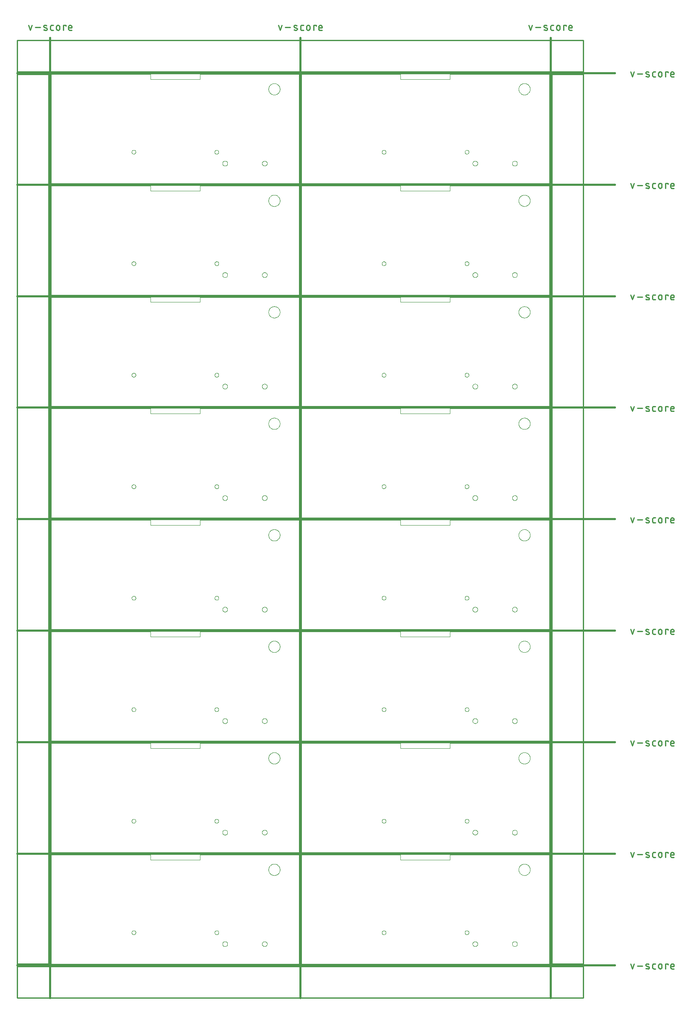
<source format=gko>
G04 EAGLE Gerber RS-274X export*
G75*
%MOMM*%
%FSLAX34Y34*%
%LPD*%
%IN*%
%IPPOS*%
%AMOC8*
5,1,8,0,0,1.08239X$1,22.5*%
G01*
%ADD10C,0.050000*%
%ADD11C,0.381000*%
%ADD12C,0.279400*%
%ADD13C,0.254000*%
%ADD14C,0.000000*%


D10*
X0Y0D02*
X0Y220000D01*
X500000Y220000D02*
X500000Y0D01*
X0Y0D01*
X0Y220000D02*
X200000Y220000D01*
X300000Y220000D02*
X500000Y220000D01*
X300000Y220000D02*
X300000Y210000D01*
X200000Y210000D02*
X200000Y220000D01*
X200000Y210000D02*
X300000Y210000D01*
X505079Y220000D02*
X505079Y0D01*
X1005079Y0D02*
X1005079Y220000D01*
X1005079Y0D02*
X505079Y0D01*
X505079Y220000D02*
X705079Y220000D01*
X805079Y220000D02*
X1005079Y220000D01*
X805079Y220000D02*
X805079Y210000D01*
X705079Y210000D02*
X705079Y220000D01*
X705079Y210000D02*
X805079Y210000D01*
X0Y225069D02*
X0Y445069D01*
X500000Y445069D02*
X500000Y225069D01*
X0Y225069D01*
X0Y445069D02*
X200000Y445069D01*
X300000Y445069D02*
X500000Y445069D01*
X300000Y445069D02*
X300000Y435069D01*
X200000Y435069D02*
X200000Y445069D01*
X200000Y435069D02*
X300000Y435069D01*
X505079Y445069D02*
X505079Y225069D01*
X1005079Y225069D02*
X1005079Y445069D01*
X1005079Y225069D02*
X505079Y225069D01*
X505079Y445069D02*
X705079Y445069D01*
X805079Y445069D02*
X1005079Y445069D01*
X805079Y445069D02*
X805079Y435069D01*
X705079Y435069D02*
X705079Y445069D01*
X705079Y435069D02*
X805079Y435069D01*
X0Y450164D02*
X0Y670164D01*
X500000Y670164D02*
X500000Y450164D01*
X0Y450164D01*
X0Y670164D02*
X200000Y670164D01*
X300000Y670164D02*
X500000Y670164D01*
X300000Y670164D02*
X300000Y660164D01*
X200000Y660164D02*
X200000Y670164D01*
X200000Y660164D02*
X300000Y660164D01*
X505079Y670164D02*
X505079Y450164D01*
X1005079Y450164D02*
X1005079Y670164D01*
X1005079Y450164D02*
X505079Y450164D01*
X505079Y670164D02*
X705079Y670164D01*
X805079Y670164D02*
X1005079Y670164D01*
X805079Y670164D02*
X805079Y660164D01*
X705079Y660164D02*
X705079Y670164D01*
X705079Y660164D02*
X805079Y660164D01*
X0Y675234D02*
X0Y895234D01*
X500000Y895234D02*
X500000Y675234D01*
X0Y675234D01*
X0Y895234D02*
X200000Y895234D01*
X300000Y895234D02*
X500000Y895234D01*
X300000Y895234D02*
X300000Y885234D01*
X200000Y885234D02*
X200000Y895234D01*
X200000Y885234D02*
X300000Y885234D01*
X505079Y895234D02*
X505079Y675234D01*
X1005079Y675234D02*
X1005079Y895234D01*
X1005079Y675234D02*
X505079Y675234D01*
X505079Y895234D02*
X705079Y895234D01*
X805079Y895234D02*
X1005079Y895234D01*
X805079Y895234D02*
X805079Y885234D01*
X705079Y885234D02*
X705079Y895234D01*
X705079Y885234D02*
X805079Y885234D01*
X0Y900328D02*
X0Y1120328D01*
X500000Y1120328D02*
X500000Y900328D01*
X0Y900328D01*
X0Y1120328D02*
X200000Y1120328D01*
X300000Y1120328D02*
X500000Y1120328D01*
X300000Y1120328D02*
X300000Y1110328D01*
X200000Y1110328D02*
X200000Y1120328D01*
X200000Y1110328D02*
X300000Y1110328D01*
X505079Y1120328D02*
X505079Y900328D01*
X1005079Y900328D02*
X1005079Y1120328D01*
X1005079Y900328D02*
X505079Y900328D01*
X505079Y1120328D02*
X705079Y1120328D01*
X805079Y1120328D02*
X1005079Y1120328D01*
X805079Y1120328D02*
X805079Y1110328D01*
X705079Y1110328D02*
X705079Y1120328D01*
X705079Y1110328D02*
X805079Y1110328D01*
X0Y1125398D02*
X0Y1345398D01*
X500000Y1345398D02*
X500000Y1125398D01*
X0Y1125398D01*
X0Y1345398D02*
X200000Y1345398D01*
X300000Y1345398D02*
X500000Y1345398D01*
X300000Y1345398D02*
X300000Y1335398D01*
X200000Y1335398D02*
X200000Y1345398D01*
X200000Y1335398D02*
X300000Y1335398D01*
X505079Y1345398D02*
X505079Y1125398D01*
X1005079Y1125398D02*
X1005079Y1345398D01*
X1005079Y1125398D02*
X505079Y1125398D01*
X505079Y1345398D02*
X705079Y1345398D01*
X805079Y1345398D02*
X1005079Y1345398D01*
X805079Y1345398D02*
X805079Y1335398D01*
X705079Y1335398D02*
X705079Y1345398D01*
X705079Y1335398D02*
X805079Y1335398D01*
X0Y1350493D02*
X0Y1570493D01*
X500000Y1570493D02*
X500000Y1350493D01*
X0Y1350493D01*
X0Y1570493D02*
X200000Y1570493D01*
X300000Y1570493D02*
X500000Y1570493D01*
X300000Y1570493D02*
X300000Y1560493D01*
X200000Y1560493D02*
X200000Y1570493D01*
X200000Y1560493D02*
X300000Y1560493D01*
X505079Y1570493D02*
X505079Y1350493D01*
X1005079Y1350493D02*
X1005079Y1570493D01*
X1005079Y1350493D02*
X505079Y1350493D01*
X505079Y1570493D02*
X705079Y1570493D01*
X805079Y1570493D02*
X1005079Y1570493D01*
X805079Y1570493D02*
X805079Y1560493D01*
X705079Y1560493D02*
X705079Y1570493D01*
X705079Y1560493D02*
X805079Y1560493D01*
X0Y1575562D02*
X0Y1795562D01*
X500000Y1795562D02*
X500000Y1575562D01*
X0Y1575562D01*
X0Y1795562D02*
X200000Y1795562D01*
X300000Y1795562D02*
X500000Y1795562D01*
X300000Y1795562D02*
X300000Y1785562D01*
X200000Y1785562D02*
X200000Y1795562D01*
X200000Y1785562D02*
X300000Y1785562D01*
X505079Y1795562D02*
X505079Y1575562D01*
X1005079Y1575562D02*
X1005079Y1795562D01*
X1005079Y1575562D02*
X505079Y1575562D01*
X505079Y1795562D02*
X705079Y1795562D01*
X805079Y1795562D02*
X1005079Y1795562D01*
X805079Y1795562D02*
X805079Y1785562D01*
X705079Y1785562D02*
X705079Y1795562D01*
X705079Y1785562D02*
X805079Y1785562D01*
D11*
X-2540Y1869211D02*
X-2540Y-68580D01*
D12*
X-42921Y1884578D02*
X-46251Y1894569D01*
X-39590Y1894569D02*
X-42921Y1884578D01*
X-32806Y1890406D02*
X-22815Y1890406D01*
X-14261Y1890406D02*
X-10098Y1888741D01*
X-14261Y1890406D02*
X-14346Y1890442D01*
X-14429Y1890482D01*
X-14510Y1890525D01*
X-14590Y1890572D01*
X-14667Y1890622D01*
X-14743Y1890675D01*
X-14816Y1890731D01*
X-14886Y1890791D01*
X-14954Y1890853D01*
X-15019Y1890918D01*
X-15081Y1890986D01*
X-15141Y1891057D01*
X-15197Y1891130D01*
X-15250Y1891205D01*
X-15300Y1891283D01*
X-15346Y1891362D01*
X-15389Y1891444D01*
X-15429Y1891527D01*
X-15465Y1891612D01*
X-15497Y1891698D01*
X-15526Y1891786D01*
X-15550Y1891875D01*
X-15571Y1891965D01*
X-15588Y1892055D01*
X-15602Y1892146D01*
X-15611Y1892238D01*
X-15616Y1892330D01*
X-15618Y1892422D01*
X-15616Y1892514D01*
X-15609Y1892606D01*
X-15599Y1892698D01*
X-15585Y1892789D01*
X-15567Y1892880D01*
X-15545Y1892969D01*
X-15519Y1893058D01*
X-15489Y1893145D01*
X-15456Y1893231D01*
X-15419Y1893315D01*
X-15379Y1893398D01*
X-15335Y1893479D01*
X-15288Y1893558D01*
X-15237Y1893635D01*
X-15183Y1893710D01*
X-15126Y1893783D01*
X-15066Y1893853D01*
X-15003Y1893920D01*
X-14937Y1893984D01*
X-14869Y1894046D01*
X-14798Y1894105D01*
X-14724Y1894160D01*
X-14648Y1894213D01*
X-14570Y1894262D01*
X-14490Y1894308D01*
X-14409Y1894350D01*
X-14325Y1894389D01*
X-14240Y1894424D01*
X-14153Y1894455D01*
X-14065Y1894483D01*
X-13976Y1894507D01*
X-13886Y1894527D01*
X-13796Y1894544D01*
X-13704Y1894556D01*
X-13612Y1894565D01*
X-13520Y1894569D01*
X-13428Y1894570D01*
X-13428Y1894569D02*
X-13201Y1894563D01*
X-12974Y1894552D01*
X-12747Y1894535D01*
X-12521Y1894512D01*
X-12295Y1894485D01*
X-12070Y1894451D01*
X-11846Y1894413D01*
X-11623Y1894369D01*
X-11401Y1894320D01*
X-11180Y1894265D01*
X-10961Y1894205D01*
X-10743Y1894140D01*
X-10527Y1894069D01*
X-10313Y1893994D01*
X-10100Y1893913D01*
X-9890Y1893827D01*
X-9681Y1893736D01*
X-10098Y1888742D02*
X-10013Y1888706D01*
X-9930Y1888666D01*
X-9849Y1888623D01*
X-9769Y1888576D01*
X-9692Y1888526D01*
X-9616Y1888473D01*
X-9543Y1888417D01*
X-9473Y1888357D01*
X-9405Y1888295D01*
X-9340Y1888230D01*
X-9278Y1888162D01*
X-9218Y1888091D01*
X-9162Y1888018D01*
X-9109Y1887943D01*
X-9059Y1887865D01*
X-9013Y1887786D01*
X-8970Y1887704D01*
X-8930Y1887621D01*
X-8894Y1887536D01*
X-8862Y1887450D01*
X-8833Y1887362D01*
X-8809Y1887273D01*
X-8788Y1887183D01*
X-8771Y1887093D01*
X-8757Y1887002D01*
X-8748Y1886910D01*
X-8743Y1886818D01*
X-8741Y1886726D01*
X-8743Y1886634D01*
X-8750Y1886542D01*
X-8760Y1886450D01*
X-8774Y1886359D01*
X-8792Y1886268D01*
X-8814Y1886179D01*
X-8840Y1886090D01*
X-8870Y1886003D01*
X-8903Y1885917D01*
X-8940Y1885833D01*
X-8980Y1885750D01*
X-9024Y1885669D01*
X-9071Y1885590D01*
X-9122Y1885513D01*
X-9176Y1885438D01*
X-9233Y1885365D01*
X-9293Y1885295D01*
X-9356Y1885228D01*
X-9422Y1885164D01*
X-9490Y1885102D01*
X-9561Y1885043D01*
X-9635Y1884988D01*
X-9711Y1884935D01*
X-9789Y1884886D01*
X-9869Y1884840D01*
X-9950Y1884798D01*
X-10034Y1884759D01*
X-10119Y1884724D01*
X-10206Y1884693D01*
X-10294Y1884665D01*
X-10383Y1884641D01*
X-10473Y1884621D01*
X-10563Y1884604D01*
X-10655Y1884592D01*
X-10747Y1884583D01*
X-10839Y1884579D01*
X-10931Y1884578D01*
X-11265Y1884587D01*
X-11598Y1884604D01*
X-11931Y1884628D01*
X-12264Y1884661D01*
X-12595Y1884701D01*
X-12926Y1884749D01*
X-13255Y1884805D01*
X-13583Y1884868D01*
X-13909Y1884940D01*
X-14233Y1885019D01*
X-14556Y1885105D01*
X-14876Y1885200D01*
X-15194Y1885302D01*
X-15510Y1885411D01*
X562Y1884578D02*
X3892Y1884578D01*
X562Y1884578D02*
X464Y1884580D01*
X366Y1884586D01*
X268Y1884595D01*
X171Y1884609D01*
X75Y1884626D01*
X-21Y1884647D01*
X-116Y1884672D01*
X-210Y1884700D01*
X-303Y1884732D01*
X-394Y1884768D01*
X-484Y1884807D01*
X-572Y1884850D01*
X-659Y1884897D01*
X-743Y1884946D01*
X-826Y1884999D01*
X-906Y1885055D01*
X-985Y1885114D01*
X-1060Y1885177D01*
X-1134Y1885242D01*
X-1204Y1885310D01*
X-1272Y1885380D01*
X-1338Y1885454D01*
X-1400Y1885530D01*
X-1459Y1885608D01*
X-1515Y1885688D01*
X-1568Y1885771D01*
X-1618Y1885855D01*
X-1664Y1885942D01*
X-1707Y1886030D01*
X-1746Y1886120D01*
X-1782Y1886211D01*
X-1814Y1886304D01*
X-1842Y1886398D01*
X-1867Y1886493D01*
X-1888Y1886589D01*
X-1905Y1886685D01*
X-1919Y1886782D01*
X-1928Y1886880D01*
X-1934Y1886978D01*
X-1936Y1887076D01*
X-1936Y1892071D01*
X-1934Y1892169D01*
X-1928Y1892267D01*
X-1919Y1892365D01*
X-1905Y1892462D01*
X-1888Y1892558D01*
X-1867Y1892654D01*
X-1842Y1892749D01*
X-1814Y1892843D01*
X-1782Y1892936D01*
X-1746Y1893027D01*
X-1707Y1893117D01*
X-1664Y1893205D01*
X-1617Y1893292D01*
X-1568Y1893376D01*
X-1515Y1893459D01*
X-1459Y1893539D01*
X-1400Y1893617D01*
X-1337Y1893693D01*
X-1272Y1893767D01*
X-1204Y1893837D01*
X-1134Y1893905D01*
X-1060Y1893970D01*
X-984Y1894033D01*
X-906Y1894092D01*
X-826Y1894148D01*
X-743Y1894201D01*
X-659Y1894250D01*
X-572Y1894297D01*
X-484Y1894340D01*
X-394Y1894379D01*
X-303Y1894415D01*
X-210Y1894447D01*
X-116Y1894475D01*
X-21Y1894500D01*
X75Y1894521D01*
X171Y1894538D01*
X268Y1894552D01*
X366Y1894561D01*
X464Y1894567D01*
X562Y1894569D01*
X3892Y1894569D01*
X10022Y1891239D02*
X10022Y1887909D01*
X10022Y1891239D02*
X10024Y1891353D01*
X10030Y1891466D01*
X10039Y1891580D01*
X10053Y1891692D01*
X10070Y1891805D01*
X10092Y1891917D01*
X10117Y1892027D01*
X10145Y1892137D01*
X10178Y1892246D01*
X10214Y1892354D01*
X10254Y1892461D01*
X10298Y1892566D01*
X10345Y1892669D01*
X10395Y1892771D01*
X10449Y1892871D01*
X10507Y1892969D01*
X10568Y1893065D01*
X10631Y1893159D01*
X10699Y1893251D01*
X10769Y1893341D01*
X10842Y1893427D01*
X10918Y1893512D01*
X10997Y1893594D01*
X11079Y1893673D01*
X11164Y1893749D01*
X11250Y1893822D01*
X11340Y1893892D01*
X11432Y1893960D01*
X11526Y1894023D01*
X11622Y1894084D01*
X11720Y1894142D01*
X11820Y1894196D01*
X11922Y1894246D01*
X12025Y1894293D01*
X12130Y1894337D01*
X12237Y1894377D01*
X12345Y1894413D01*
X12454Y1894446D01*
X12564Y1894474D01*
X12674Y1894499D01*
X12786Y1894521D01*
X12899Y1894538D01*
X13011Y1894552D01*
X13125Y1894561D01*
X13238Y1894567D01*
X13352Y1894569D01*
X13466Y1894567D01*
X13579Y1894561D01*
X13693Y1894552D01*
X13805Y1894538D01*
X13918Y1894521D01*
X14030Y1894499D01*
X14140Y1894474D01*
X14250Y1894446D01*
X14359Y1894413D01*
X14467Y1894377D01*
X14574Y1894337D01*
X14679Y1894293D01*
X14782Y1894246D01*
X14884Y1894196D01*
X14984Y1894142D01*
X15082Y1894084D01*
X15178Y1894023D01*
X15272Y1893960D01*
X15364Y1893892D01*
X15454Y1893822D01*
X15540Y1893749D01*
X15625Y1893673D01*
X15707Y1893594D01*
X15786Y1893512D01*
X15862Y1893427D01*
X15935Y1893341D01*
X16005Y1893251D01*
X16073Y1893159D01*
X16136Y1893065D01*
X16197Y1892969D01*
X16255Y1892871D01*
X16309Y1892771D01*
X16359Y1892669D01*
X16406Y1892566D01*
X16450Y1892461D01*
X16490Y1892354D01*
X16526Y1892246D01*
X16559Y1892137D01*
X16587Y1892027D01*
X16612Y1891917D01*
X16634Y1891805D01*
X16651Y1891692D01*
X16665Y1891580D01*
X16674Y1891466D01*
X16680Y1891353D01*
X16682Y1891239D01*
X16682Y1887909D01*
X16680Y1887795D01*
X16674Y1887682D01*
X16665Y1887568D01*
X16651Y1887456D01*
X16634Y1887343D01*
X16612Y1887231D01*
X16587Y1887121D01*
X16559Y1887011D01*
X16526Y1886902D01*
X16490Y1886794D01*
X16450Y1886687D01*
X16406Y1886582D01*
X16359Y1886479D01*
X16309Y1886377D01*
X16255Y1886277D01*
X16197Y1886179D01*
X16136Y1886083D01*
X16073Y1885989D01*
X16005Y1885897D01*
X15935Y1885807D01*
X15862Y1885721D01*
X15786Y1885636D01*
X15707Y1885554D01*
X15625Y1885475D01*
X15540Y1885399D01*
X15454Y1885326D01*
X15364Y1885256D01*
X15272Y1885188D01*
X15178Y1885125D01*
X15082Y1885064D01*
X14984Y1885006D01*
X14884Y1884952D01*
X14782Y1884902D01*
X14679Y1884855D01*
X14574Y1884811D01*
X14467Y1884771D01*
X14359Y1884735D01*
X14250Y1884702D01*
X14140Y1884674D01*
X14030Y1884649D01*
X13918Y1884627D01*
X13805Y1884610D01*
X13693Y1884596D01*
X13579Y1884587D01*
X13466Y1884581D01*
X13352Y1884579D01*
X13238Y1884581D01*
X13125Y1884587D01*
X13011Y1884596D01*
X12899Y1884610D01*
X12786Y1884627D01*
X12674Y1884649D01*
X12564Y1884674D01*
X12454Y1884702D01*
X12345Y1884735D01*
X12237Y1884771D01*
X12130Y1884811D01*
X12025Y1884855D01*
X11922Y1884902D01*
X11820Y1884952D01*
X11720Y1885006D01*
X11622Y1885064D01*
X11526Y1885125D01*
X11432Y1885188D01*
X11340Y1885256D01*
X11250Y1885326D01*
X11164Y1885399D01*
X11079Y1885475D01*
X10997Y1885554D01*
X10918Y1885636D01*
X10842Y1885721D01*
X10769Y1885807D01*
X10699Y1885897D01*
X10631Y1885989D01*
X10568Y1886083D01*
X10507Y1886179D01*
X10449Y1886277D01*
X10395Y1886377D01*
X10345Y1886479D01*
X10298Y1886582D01*
X10254Y1886687D01*
X10214Y1886794D01*
X10178Y1886902D01*
X10145Y1887011D01*
X10117Y1887121D01*
X10092Y1887231D01*
X10070Y1887343D01*
X10053Y1887456D01*
X10039Y1887568D01*
X10030Y1887682D01*
X10024Y1887795D01*
X10022Y1887909D01*
X24218Y1884578D02*
X24218Y1894569D01*
X29213Y1894569D01*
X29213Y1892904D01*
X37008Y1884578D02*
X41171Y1884578D01*
X37008Y1884578D02*
X36910Y1884580D01*
X36812Y1884586D01*
X36714Y1884595D01*
X36617Y1884609D01*
X36521Y1884626D01*
X36425Y1884647D01*
X36330Y1884672D01*
X36236Y1884700D01*
X36143Y1884732D01*
X36052Y1884768D01*
X35962Y1884807D01*
X35874Y1884850D01*
X35787Y1884897D01*
X35703Y1884946D01*
X35620Y1884999D01*
X35540Y1885055D01*
X35462Y1885114D01*
X35386Y1885177D01*
X35312Y1885242D01*
X35242Y1885310D01*
X35174Y1885380D01*
X35109Y1885454D01*
X35046Y1885530D01*
X34987Y1885608D01*
X34931Y1885688D01*
X34878Y1885771D01*
X34829Y1885855D01*
X34782Y1885942D01*
X34739Y1886030D01*
X34700Y1886120D01*
X34664Y1886211D01*
X34632Y1886304D01*
X34604Y1886398D01*
X34579Y1886493D01*
X34558Y1886589D01*
X34541Y1886685D01*
X34527Y1886782D01*
X34518Y1886880D01*
X34512Y1886978D01*
X34510Y1887076D01*
X34510Y1891239D01*
X34511Y1891239D02*
X34513Y1891353D01*
X34519Y1891466D01*
X34528Y1891580D01*
X34542Y1891692D01*
X34559Y1891805D01*
X34581Y1891917D01*
X34606Y1892027D01*
X34634Y1892137D01*
X34667Y1892246D01*
X34703Y1892354D01*
X34743Y1892461D01*
X34787Y1892566D01*
X34834Y1892669D01*
X34884Y1892771D01*
X34938Y1892871D01*
X34996Y1892969D01*
X35057Y1893065D01*
X35120Y1893159D01*
X35188Y1893251D01*
X35258Y1893341D01*
X35331Y1893427D01*
X35407Y1893512D01*
X35486Y1893594D01*
X35568Y1893673D01*
X35653Y1893749D01*
X35739Y1893822D01*
X35829Y1893892D01*
X35921Y1893960D01*
X36015Y1894023D01*
X36111Y1894084D01*
X36209Y1894142D01*
X36309Y1894196D01*
X36411Y1894246D01*
X36514Y1894293D01*
X36619Y1894337D01*
X36726Y1894377D01*
X36834Y1894413D01*
X36943Y1894446D01*
X37053Y1894474D01*
X37163Y1894499D01*
X37275Y1894521D01*
X37388Y1894538D01*
X37500Y1894552D01*
X37614Y1894561D01*
X37727Y1894567D01*
X37841Y1894569D01*
X37955Y1894567D01*
X38068Y1894561D01*
X38182Y1894552D01*
X38294Y1894538D01*
X38407Y1894521D01*
X38519Y1894499D01*
X38629Y1894474D01*
X38739Y1894446D01*
X38848Y1894413D01*
X38956Y1894377D01*
X39063Y1894337D01*
X39168Y1894293D01*
X39271Y1894246D01*
X39373Y1894196D01*
X39473Y1894142D01*
X39571Y1894084D01*
X39667Y1894023D01*
X39761Y1893960D01*
X39853Y1893892D01*
X39943Y1893822D01*
X40029Y1893749D01*
X40114Y1893673D01*
X40196Y1893594D01*
X40275Y1893512D01*
X40351Y1893427D01*
X40424Y1893341D01*
X40494Y1893251D01*
X40562Y1893159D01*
X40625Y1893065D01*
X40686Y1892969D01*
X40744Y1892871D01*
X40798Y1892771D01*
X40848Y1892669D01*
X40895Y1892566D01*
X40939Y1892461D01*
X40979Y1892354D01*
X41015Y1892246D01*
X41048Y1892137D01*
X41076Y1892027D01*
X41101Y1891917D01*
X41123Y1891805D01*
X41140Y1891692D01*
X41154Y1891580D01*
X41163Y1891466D01*
X41169Y1891353D01*
X41171Y1891239D01*
X41171Y1889574D01*
X34510Y1889574D01*
D11*
X502539Y1869211D02*
X502539Y-68580D01*
D12*
X462158Y1884578D02*
X458828Y1894569D01*
X465489Y1894569D02*
X462158Y1884578D01*
X472273Y1890406D02*
X482264Y1890406D01*
X490818Y1890406D02*
X494981Y1888741D01*
X490818Y1890406D02*
X490733Y1890442D01*
X490650Y1890482D01*
X490569Y1890525D01*
X490489Y1890572D01*
X490412Y1890622D01*
X490336Y1890675D01*
X490263Y1890731D01*
X490193Y1890791D01*
X490125Y1890853D01*
X490060Y1890918D01*
X489998Y1890986D01*
X489938Y1891057D01*
X489882Y1891130D01*
X489829Y1891205D01*
X489779Y1891283D01*
X489733Y1891362D01*
X489690Y1891444D01*
X489650Y1891527D01*
X489614Y1891612D01*
X489582Y1891698D01*
X489553Y1891786D01*
X489529Y1891875D01*
X489508Y1891965D01*
X489491Y1892055D01*
X489477Y1892146D01*
X489468Y1892238D01*
X489463Y1892330D01*
X489461Y1892422D01*
X489463Y1892514D01*
X489470Y1892606D01*
X489480Y1892698D01*
X489494Y1892789D01*
X489512Y1892880D01*
X489534Y1892969D01*
X489560Y1893058D01*
X489590Y1893145D01*
X489623Y1893231D01*
X489660Y1893315D01*
X489700Y1893398D01*
X489744Y1893479D01*
X489791Y1893558D01*
X489842Y1893635D01*
X489896Y1893710D01*
X489953Y1893783D01*
X490013Y1893853D01*
X490076Y1893920D01*
X490142Y1893984D01*
X490210Y1894046D01*
X490281Y1894105D01*
X490355Y1894160D01*
X490431Y1894213D01*
X490509Y1894262D01*
X490589Y1894308D01*
X490670Y1894350D01*
X490754Y1894389D01*
X490839Y1894424D01*
X490926Y1894455D01*
X491014Y1894483D01*
X491103Y1894507D01*
X491193Y1894527D01*
X491283Y1894544D01*
X491375Y1894556D01*
X491467Y1894565D01*
X491559Y1894569D01*
X491651Y1894570D01*
X491651Y1894569D02*
X491878Y1894563D01*
X492105Y1894552D01*
X492332Y1894535D01*
X492558Y1894512D01*
X492784Y1894485D01*
X493009Y1894451D01*
X493233Y1894413D01*
X493456Y1894369D01*
X493678Y1894320D01*
X493899Y1894265D01*
X494118Y1894205D01*
X494336Y1894140D01*
X494552Y1894069D01*
X494766Y1893994D01*
X494979Y1893913D01*
X495189Y1893827D01*
X495398Y1893736D01*
X494981Y1888742D02*
X495066Y1888706D01*
X495149Y1888666D01*
X495230Y1888623D01*
X495310Y1888576D01*
X495387Y1888526D01*
X495463Y1888473D01*
X495536Y1888417D01*
X495606Y1888357D01*
X495674Y1888295D01*
X495739Y1888230D01*
X495801Y1888162D01*
X495861Y1888091D01*
X495917Y1888018D01*
X495970Y1887943D01*
X496020Y1887865D01*
X496066Y1887786D01*
X496109Y1887704D01*
X496149Y1887621D01*
X496185Y1887536D01*
X496217Y1887450D01*
X496246Y1887362D01*
X496270Y1887273D01*
X496291Y1887183D01*
X496308Y1887093D01*
X496322Y1887002D01*
X496331Y1886910D01*
X496336Y1886818D01*
X496338Y1886726D01*
X496336Y1886634D01*
X496329Y1886542D01*
X496319Y1886450D01*
X496305Y1886359D01*
X496287Y1886268D01*
X496265Y1886179D01*
X496239Y1886090D01*
X496209Y1886003D01*
X496176Y1885917D01*
X496139Y1885833D01*
X496099Y1885750D01*
X496055Y1885669D01*
X496008Y1885590D01*
X495957Y1885513D01*
X495903Y1885438D01*
X495846Y1885365D01*
X495786Y1885295D01*
X495723Y1885228D01*
X495657Y1885164D01*
X495589Y1885102D01*
X495518Y1885043D01*
X495444Y1884988D01*
X495368Y1884935D01*
X495290Y1884886D01*
X495210Y1884840D01*
X495129Y1884798D01*
X495045Y1884759D01*
X494960Y1884724D01*
X494873Y1884693D01*
X494785Y1884665D01*
X494696Y1884641D01*
X494606Y1884621D01*
X494516Y1884604D01*
X494424Y1884592D01*
X494332Y1884583D01*
X494240Y1884579D01*
X494148Y1884578D01*
X493814Y1884587D01*
X493481Y1884604D01*
X493148Y1884628D01*
X492815Y1884661D01*
X492484Y1884701D01*
X492153Y1884749D01*
X491824Y1884805D01*
X491496Y1884868D01*
X491170Y1884940D01*
X490846Y1885019D01*
X490523Y1885105D01*
X490203Y1885200D01*
X489885Y1885302D01*
X489569Y1885411D01*
X505641Y1884578D02*
X508971Y1884578D01*
X505641Y1884578D02*
X505543Y1884580D01*
X505445Y1884586D01*
X505347Y1884595D01*
X505250Y1884609D01*
X505154Y1884626D01*
X505058Y1884647D01*
X504963Y1884672D01*
X504869Y1884700D01*
X504776Y1884732D01*
X504685Y1884768D01*
X504595Y1884807D01*
X504507Y1884850D01*
X504420Y1884897D01*
X504336Y1884946D01*
X504253Y1884999D01*
X504173Y1885055D01*
X504095Y1885114D01*
X504019Y1885177D01*
X503945Y1885242D01*
X503875Y1885310D01*
X503807Y1885380D01*
X503742Y1885454D01*
X503679Y1885530D01*
X503620Y1885608D01*
X503564Y1885688D01*
X503511Y1885771D01*
X503462Y1885855D01*
X503415Y1885942D01*
X503372Y1886030D01*
X503333Y1886120D01*
X503297Y1886211D01*
X503265Y1886304D01*
X503237Y1886398D01*
X503212Y1886493D01*
X503191Y1886589D01*
X503174Y1886685D01*
X503160Y1886782D01*
X503151Y1886880D01*
X503145Y1886978D01*
X503143Y1887076D01*
X503143Y1892071D01*
X503145Y1892169D01*
X503151Y1892267D01*
X503160Y1892365D01*
X503174Y1892462D01*
X503191Y1892558D01*
X503212Y1892654D01*
X503237Y1892749D01*
X503265Y1892843D01*
X503297Y1892936D01*
X503333Y1893027D01*
X503372Y1893117D01*
X503415Y1893205D01*
X503462Y1893292D01*
X503511Y1893376D01*
X503564Y1893459D01*
X503620Y1893539D01*
X503679Y1893618D01*
X503742Y1893693D01*
X503807Y1893767D01*
X503875Y1893837D01*
X503945Y1893905D01*
X504019Y1893971D01*
X504095Y1894033D01*
X504173Y1894092D01*
X504253Y1894148D01*
X504336Y1894201D01*
X504420Y1894251D01*
X504507Y1894297D01*
X504595Y1894340D01*
X504685Y1894379D01*
X504776Y1894415D01*
X504869Y1894447D01*
X504963Y1894475D01*
X505058Y1894500D01*
X505154Y1894521D01*
X505250Y1894538D01*
X505347Y1894552D01*
X505445Y1894561D01*
X505543Y1894567D01*
X505641Y1894569D01*
X508971Y1894569D01*
X515101Y1891239D02*
X515101Y1887909D01*
X515101Y1891239D02*
X515103Y1891353D01*
X515109Y1891466D01*
X515118Y1891580D01*
X515132Y1891692D01*
X515149Y1891805D01*
X515171Y1891917D01*
X515196Y1892027D01*
X515224Y1892137D01*
X515257Y1892246D01*
X515293Y1892354D01*
X515333Y1892461D01*
X515377Y1892566D01*
X515424Y1892669D01*
X515474Y1892771D01*
X515528Y1892871D01*
X515586Y1892969D01*
X515647Y1893065D01*
X515710Y1893159D01*
X515778Y1893251D01*
X515848Y1893341D01*
X515921Y1893427D01*
X515997Y1893512D01*
X516076Y1893594D01*
X516158Y1893673D01*
X516243Y1893749D01*
X516329Y1893822D01*
X516419Y1893892D01*
X516511Y1893960D01*
X516605Y1894023D01*
X516701Y1894084D01*
X516799Y1894142D01*
X516899Y1894196D01*
X517001Y1894246D01*
X517104Y1894293D01*
X517209Y1894337D01*
X517316Y1894377D01*
X517424Y1894413D01*
X517533Y1894446D01*
X517643Y1894474D01*
X517753Y1894499D01*
X517865Y1894521D01*
X517978Y1894538D01*
X518090Y1894552D01*
X518204Y1894561D01*
X518317Y1894567D01*
X518431Y1894569D01*
X518545Y1894567D01*
X518658Y1894561D01*
X518772Y1894552D01*
X518884Y1894538D01*
X518997Y1894521D01*
X519109Y1894499D01*
X519219Y1894474D01*
X519329Y1894446D01*
X519438Y1894413D01*
X519546Y1894377D01*
X519653Y1894337D01*
X519758Y1894293D01*
X519861Y1894246D01*
X519963Y1894196D01*
X520063Y1894142D01*
X520161Y1894084D01*
X520257Y1894023D01*
X520351Y1893960D01*
X520443Y1893892D01*
X520533Y1893822D01*
X520619Y1893749D01*
X520704Y1893673D01*
X520786Y1893594D01*
X520865Y1893512D01*
X520941Y1893427D01*
X521014Y1893341D01*
X521084Y1893251D01*
X521152Y1893159D01*
X521215Y1893065D01*
X521276Y1892969D01*
X521334Y1892871D01*
X521388Y1892771D01*
X521438Y1892669D01*
X521485Y1892566D01*
X521529Y1892461D01*
X521569Y1892354D01*
X521605Y1892246D01*
X521638Y1892137D01*
X521666Y1892027D01*
X521691Y1891917D01*
X521713Y1891805D01*
X521730Y1891692D01*
X521744Y1891580D01*
X521753Y1891466D01*
X521759Y1891353D01*
X521761Y1891239D01*
X521761Y1887909D01*
X521759Y1887795D01*
X521753Y1887682D01*
X521744Y1887568D01*
X521730Y1887456D01*
X521713Y1887343D01*
X521691Y1887231D01*
X521666Y1887121D01*
X521638Y1887011D01*
X521605Y1886902D01*
X521569Y1886794D01*
X521529Y1886687D01*
X521485Y1886582D01*
X521438Y1886479D01*
X521388Y1886377D01*
X521334Y1886277D01*
X521276Y1886179D01*
X521215Y1886083D01*
X521152Y1885989D01*
X521084Y1885897D01*
X521014Y1885807D01*
X520941Y1885721D01*
X520865Y1885636D01*
X520786Y1885554D01*
X520704Y1885475D01*
X520619Y1885399D01*
X520533Y1885326D01*
X520443Y1885256D01*
X520351Y1885188D01*
X520257Y1885125D01*
X520161Y1885064D01*
X520063Y1885006D01*
X519963Y1884952D01*
X519861Y1884902D01*
X519758Y1884855D01*
X519653Y1884811D01*
X519546Y1884771D01*
X519438Y1884735D01*
X519329Y1884702D01*
X519219Y1884674D01*
X519109Y1884649D01*
X518997Y1884627D01*
X518884Y1884610D01*
X518772Y1884596D01*
X518658Y1884587D01*
X518545Y1884581D01*
X518431Y1884579D01*
X518317Y1884581D01*
X518204Y1884587D01*
X518090Y1884596D01*
X517978Y1884610D01*
X517865Y1884627D01*
X517753Y1884649D01*
X517643Y1884674D01*
X517533Y1884702D01*
X517424Y1884735D01*
X517316Y1884771D01*
X517209Y1884811D01*
X517104Y1884855D01*
X517001Y1884902D01*
X516899Y1884952D01*
X516799Y1885006D01*
X516701Y1885064D01*
X516605Y1885125D01*
X516511Y1885188D01*
X516419Y1885256D01*
X516329Y1885326D01*
X516243Y1885399D01*
X516158Y1885475D01*
X516076Y1885554D01*
X515997Y1885636D01*
X515921Y1885721D01*
X515848Y1885807D01*
X515778Y1885897D01*
X515710Y1885989D01*
X515647Y1886083D01*
X515586Y1886179D01*
X515528Y1886277D01*
X515474Y1886377D01*
X515424Y1886479D01*
X515377Y1886582D01*
X515333Y1886687D01*
X515293Y1886794D01*
X515257Y1886902D01*
X515224Y1887011D01*
X515196Y1887121D01*
X515171Y1887231D01*
X515149Y1887343D01*
X515132Y1887456D01*
X515118Y1887568D01*
X515109Y1887682D01*
X515103Y1887795D01*
X515101Y1887909D01*
X529297Y1884578D02*
X529297Y1894569D01*
X534292Y1894569D01*
X534292Y1892904D01*
X542087Y1884578D02*
X546250Y1884578D01*
X542087Y1884578D02*
X541989Y1884580D01*
X541891Y1884586D01*
X541793Y1884595D01*
X541696Y1884609D01*
X541600Y1884626D01*
X541504Y1884647D01*
X541409Y1884672D01*
X541315Y1884700D01*
X541222Y1884732D01*
X541131Y1884768D01*
X541041Y1884807D01*
X540953Y1884850D01*
X540866Y1884897D01*
X540782Y1884946D01*
X540699Y1884999D01*
X540619Y1885055D01*
X540541Y1885114D01*
X540465Y1885177D01*
X540391Y1885242D01*
X540321Y1885310D01*
X540253Y1885380D01*
X540188Y1885454D01*
X540125Y1885530D01*
X540066Y1885608D01*
X540010Y1885688D01*
X539957Y1885771D01*
X539908Y1885855D01*
X539861Y1885942D01*
X539818Y1886030D01*
X539779Y1886120D01*
X539743Y1886211D01*
X539711Y1886304D01*
X539683Y1886398D01*
X539658Y1886493D01*
X539637Y1886589D01*
X539620Y1886685D01*
X539606Y1886782D01*
X539597Y1886880D01*
X539591Y1886978D01*
X539589Y1887076D01*
X539589Y1891239D01*
X539590Y1891239D02*
X539592Y1891353D01*
X539598Y1891466D01*
X539607Y1891580D01*
X539621Y1891692D01*
X539638Y1891805D01*
X539660Y1891917D01*
X539685Y1892027D01*
X539713Y1892137D01*
X539746Y1892246D01*
X539782Y1892354D01*
X539822Y1892461D01*
X539866Y1892566D01*
X539913Y1892669D01*
X539963Y1892771D01*
X540017Y1892871D01*
X540075Y1892969D01*
X540136Y1893065D01*
X540199Y1893159D01*
X540267Y1893251D01*
X540337Y1893341D01*
X540410Y1893427D01*
X540486Y1893512D01*
X540565Y1893594D01*
X540647Y1893673D01*
X540732Y1893749D01*
X540818Y1893822D01*
X540908Y1893892D01*
X541000Y1893960D01*
X541094Y1894023D01*
X541190Y1894084D01*
X541288Y1894142D01*
X541388Y1894196D01*
X541490Y1894246D01*
X541593Y1894293D01*
X541698Y1894337D01*
X541805Y1894377D01*
X541913Y1894413D01*
X542022Y1894446D01*
X542132Y1894474D01*
X542242Y1894499D01*
X542354Y1894521D01*
X542467Y1894538D01*
X542579Y1894552D01*
X542693Y1894561D01*
X542806Y1894567D01*
X542920Y1894569D01*
X543034Y1894567D01*
X543147Y1894561D01*
X543261Y1894552D01*
X543373Y1894538D01*
X543486Y1894521D01*
X543598Y1894499D01*
X543708Y1894474D01*
X543818Y1894446D01*
X543927Y1894413D01*
X544035Y1894377D01*
X544142Y1894337D01*
X544247Y1894293D01*
X544350Y1894246D01*
X544452Y1894196D01*
X544552Y1894142D01*
X544650Y1894084D01*
X544746Y1894023D01*
X544840Y1893960D01*
X544932Y1893892D01*
X545022Y1893822D01*
X545108Y1893749D01*
X545193Y1893673D01*
X545275Y1893594D01*
X545354Y1893512D01*
X545430Y1893427D01*
X545503Y1893341D01*
X545573Y1893251D01*
X545641Y1893159D01*
X545704Y1893065D01*
X545765Y1892969D01*
X545823Y1892871D01*
X545877Y1892771D01*
X545927Y1892669D01*
X545974Y1892566D01*
X546018Y1892461D01*
X546058Y1892354D01*
X546094Y1892246D01*
X546127Y1892137D01*
X546155Y1892027D01*
X546180Y1891917D01*
X546202Y1891805D01*
X546219Y1891692D01*
X546233Y1891580D01*
X546242Y1891466D01*
X546248Y1891353D01*
X546250Y1891239D01*
X546250Y1889574D01*
X539589Y1889574D01*
D11*
X1007618Y1869211D02*
X1007618Y-68580D01*
D12*
X967237Y1884578D02*
X963907Y1894569D01*
X970568Y1894569D02*
X967237Y1884578D01*
X977352Y1890406D02*
X987343Y1890406D01*
X995897Y1890406D02*
X1000060Y1888741D01*
X995897Y1890406D02*
X995812Y1890442D01*
X995729Y1890482D01*
X995648Y1890525D01*
X995568Y1890572D01*
X995491Y1890622D01*
X995415Y1890675D01*
X995342Y1890731D01*
X995272Y1890791D01*
X995204Y1890853D01*
X995139Y1890918D01*
X995077Y1890986D01*
X995017Y1891057D01*
X994961Y1891130D01*
X994908Y1891205D01*
X994858Y1891283D01*
X994812Y1891362D01*
X994769Y1891444D01*
X994729Y1891527D01*
X994693Y1891612D01*
X994661Y1891698D01*
X994632Y1891786D01*
X994608Y1891875D01*
X994587Y1891965D01*
X994570Y1892055D01*
X994556Y1892146D01*
X994547Y1892238D01*
X994542Y1892330D01*
X994540Y1892422D01*
X994542Y1892514D01*
X994549Y1892606D01*
X994559Y1892698D01*
X994573Y1892789D01*
X994591Y1892880D01*
X994613Y1892969D01*
X994639Y1893058D01*
X994669Y1893145D01*
X994702Y1893231D01*
X994739Y1893315D01*
X994779Y1893398D01*
X994823Y1893479D01*
X994870Y1893558D01*
X994921Y1893635D01*
X994975Y1893710D01*
X995032Y1893783D01*
X995092Y1893853D01*
X995155Y1893920D01*
X995221Y1893984D01*
X995289Y1894046D01*
X995360Y1894105D01*
X995434Y1894160D01*
X995510Y1894213D01*
X995588Y1894262D01*
X995668Y1894308D01*
X995749Y1894350D01*
X995833Y1894389D01*
X995918Y1894424D01*
X996005Y1894455D01*
X996093Y1894483D01*
X996182Y1894507D01*
X996272Y1894527D01*
X996362Y1894544D01*
X996454Y1894556D01*
X996546Y1894565D01*
X996638Y1894569D01*
X996730Y1894570D01*
X996730Y1894569D02*
X996957Y1894563D01*
X997184Y1894552D01*
X997411Y1894535D01*
X997637Y1894512D01*
X997863Y1894485D01*
X998088Y1894451D01*
X998312Y1894413D01*
X998535Y1894369D01*
X998757Y1894320D01*
X998978Y1894265D01*
X999197Y1894205D01*
X999415Y1894140D01*
X999631Y1894069D01*
X999845Y1893994D01*
X1000058Y1893913D01*
X1000268Y1893827D01*
X1000477Y1893736D01*
X1000060Y1888742D02*
X1000145Y1888706D01*
X1000228Y1888666D01*
X1000309Y1888623D01*
X1000389Y1888576D01*
X1000466Y1888526D01*
X1000542Y1888473D01*
X1000615Y1888417D01*
X1000685Y1888357D01*
X1000753Y1888295D01*
X1000818Y1888230D01*
X1000880Y1888162D01*
X1000940Y1888091D01*
X1000996Y1888018D01*
X1001049Y1887943D01*
X1001099Y1887865D01*
X1001145Y1887786D01*
X1001188Y1887704D01*
X1001228Y1887621D01*
X1001264Y1887536D01*
X1001296Y1887450D01*
X1001325Y1887362D01*
X1001349Y1887273D01*
X1001370Y1887183D01*
X1001387Y1887093D01*
X1001401Y1887002D01*
X1001410Y1886910D01*
X1001415Y1886818D01*
X1001417Y1886726D01*
X1001415Y1886634D01*
X1001408Y1886542D01*
X1001398Y1886450D01*
X1001384Y1886359D01*
X1001366Y1886268D01*
X1001344Y1886179D01*
X1001318Y1886090D01*
X1001288Y1886003D01*
X1001255Y1885917D01*
X1001218Y1885833D01*
X1001178Y1885750D01*
X1001134Y1885669D01*
X1001087Y1885590D01*
X1001036Y1885513D01*
X1000982Y1885438D01*
X1000925Y1885365D01*
X1000865Y1885295D01*
X1000802Y1885228D01*
X1000736Y1885164D01*
X1000668Y1885102D01*
X1000597Y1885043D01*
X1000523Y1884988D01*
X1000447Y1884935D01*
X1000369Y1884886D01*
X1000289Y1884840D01*
X1000208Y1884798D01*
X1000124Y1884759D01*
X1000039Y1884724D01*
X999952Y1884693D01*
X999864Y1884665D01*
X999775Y1884641D01*
X999685Y1884621D01*
X999595Y1884604D01*
X999503Y1884592D01*
X999411Y1884583D01*
X999319Y1884579D01*
X999227Y1884578D01*
X998893Y1884587D01*
X998560Y1884604D01*
X998227Y1884628D01*
X997894Y1884661D01*
X997563Y1884701D01*
X997232Y1884749D01*
X996903Y1884805D01*
X996575Y1884868D01*
X996249Y1884940D01*
X995925Y1885019D01*
X995602Y1885105D01*
X995282Y1885200D01*
X994964Y1885302D01*
X994648Y1885411D01*
X1010720Y1884578D02*
X1014050Y1884578D01*
X1010720Y1884578D02*
X1010622Y1884580D01*
X1010524Y1884586D01*
X1010426Y1884595D01*
X1010329Y1884609D01*
X1010233Y1884626D01*
X1010137Y1884647D01*
X1010042Y1884672D01*
X1009948Y1884700D01*
X1009855Y1884732D01*
X1009764Y1884768D01*
X1009674Y1884807D01*
X1009586Y1884850D01*
X1009499Y1884897D01*
X1009415Y1884946D01*
X1009332Y1884999D01*
X1009252Y1885055D01*
X1009174Y1885114D01*
X1009098Y1885177D01*
X1009024Y1885242D01*
X1008954Y1885310D01*
X1008886Y1885380D01*
X1008821Y1885454D01*
X1008758Y1885530D01*
X1008699Y1885608D01*
X1008643Y1885688D01*
X1008590Y1885771D01*
X1008541Y1885855D01*
X1008494Y1885942D01*
X1008451Y1886030D01*
X1008412Y1886120D01*
X1008376Y1886211D01*
X1008344Y1886304D01*
X1008316Y1886398D01*
X1008291Y1886493D01*
X1008270Y1886589D01*
X1008253Y1886685D01*
X1008239Y1886782D01*
X1008230Y1886880D01*
X1008224Y1886978D01*
X1008222Y1887076D01*
X1008222Y1892071D01*
X1008224Y1892169D01*
X1008230Y1892267D01*
X1008239Y1892365D01*
X1008253Y1892462D01*
X1008270Y1892558D01*
X1008291Y1892654D01*
X1008316Y1892749D01*
X1008344Y1892843D01*
X1008376Y1892936D01*
X1008412Y1893027D01*
X1008451Y1893117D01*
X1008494Y1893205D01*
X1008541Y1893292D01*
X1008590Y1893376D01*
X1008643Y1893459D01*
X1008699Y1893539D01*
X1008758Y1893618D01*
X1008821Y1893693D01*
X1008886Y1893767D01*
X1008954Y1893837D01*
X1009024Y1893905D01*
X1009098Y1893971D01*
X1009174Y1894033D01*
X1009252Y1894092D01*
X1009332Y1894148D01*
X1009415Y1894201D01*
X1009499Y1894251D01*
X1009586Y1894297D01*
X1009674Y1894340D01*
X1009764Y1894379D01*
X1009855Y1894415D01*
X1009948Y1894447D01*
X1010042Y1894475D01*
X1010137Y1894500D01*
X1010233Y1894521D01*
X1010329Y1894538D01*
X1010426Y1894552D01*
X1010524Y1894561D01*
X1010622Y1894567D01*
X1010720Y1894569D01*
X1014050Y1894569D01*
X1020180Y1891239D02*
X1020180Y1887909D01*
X1020180Y1891239D02*
X1020182Y1891353D01*
X1020188Y1891466D01*
X1020197Y1891580D01*
X1020211Y1891692D01*
X1020228Y1891805D01*
X1020250Y1891917D01*
X1020275Y1892027D01*
X1020303Y1892137D01*
X1020336Y1892246D01*
X1020372Y1892354D01*
X1020412Y1892461D01*
X1020456Y1892566D01*
X1020503Y1892669D01*
X1020553Y1892771D01*
X1020607Y1892871D01*
X1020665Y1892969D01*
X1020726Y1893065D01*
X1020789Y1893159D01*
X1020857Y1893251D01*
X1020927Y1893341D01*
X1021000Y1893427D01*
X1021076Y1893512D01*
X1021155Y1893594D01*
X1021237Y1893673D01*
X1021322Y1893749D01*
X1021408Y1893822D01*
X1021498Y1893892D01*
X1021590Y1893960D01*
X1021684Y1894023D01*
X1021780Y1894084D01*
X1021878Y1894142D01*
X1021978Y1894196D01*
X1022080Y1894246D01*
X1022183Y1894293D01*
X1022288Y1894337D01*
X1022395Y1894377D01*
X1022503Y1894413D01*
X1022612Y1894446D01*
X1022722Y1894474D01*
X1022832Y1894499D01*
X1022944Y1894521D01*
X1023057Y1894538D01*
X1023169Y1894552D01*
X1023283Y1894561D01*
X1023396Y1894567D01*
X1023510Y1894569D01*
X1023624Y1894567D01*
X1023737Y1894561D01*
X1023851Y1894552D01*
X1023963Y1894538D01*
X1024076Y1894521D01*
X1024188Y1894499D01*
X1024298Y1894474D01*
X1024408Y1894446D01*
X1024517Y1894413D01*
X1024625Y1894377D01*
X1024732Y1894337D01*
X1024837Y1894293D01*
X1024940Y1894246D01*
X1025042Y1894196D01*
X1025142Y1894142D01*
X1025240Y1894084D01*
X1025336Y1894023D01*
X1025430Y1893960D01*
X1025522Y1893892D01*
X1025612Y1893822D01*
X1025698Y1893749D01*
X1025783Y1893673D01*
X1025865Y1893594D01*
X1025944Y1893512D01*
X1026020Y1893427D01*
X1026093Y1893341D01*
X1026163Y1893251D01*
X1026231Y1893159D01*
X1026294Y1893065D01*
X1026355Y1892969D01*
X1026413Y1892871D01*
X1026467Y1892771D01*
X1026517Y1892669D01*
X1026564Y1892566D01*
X1026608Y1892461D01*
X1026648Y1892354D01*
X1026684Y1892246D01*
X1026717Y1892137D01*
X1026745Y1892027D01*
X1026770Y1891917D01*
X1026792Y1891805D01*
X1026809Y1891692D01*
X1026823Y1891580D01*
X1026832Y1891466D01*
X1026838Y1891353D01*
X1026840Y1891239D01*
X1026840Y1887909D01*
X1026838Y1887795D01*
X1026832Y1887682D01*
X1026823Y1887568D01*
X1026809Y1887456D01*
X1026792Y1887343D01*
X1026770Y1887231D01*
X1026745Y1887121D01*
X1026717Y1887011D01*
X1026684Y1886902D01*
X1026648Y1886794D01*
X1026608Y1886687D01*
X1026564Y1886582D01*
X1026517Y1886479D01*
X1026467Y1886377D01*
X1026413Y1886277D01*
X1026355Y1886179D01*
X1026294Y1886083D01*
X1026231Y1885989D01*
X1026163Y1885897D01*
X1026093Y1885807D01*
X1026020Y1885721D01*
X1025944Y1885636D01*
X1025865Y1885554D01*
X1025783Y1885475D01*
X1025698Y1885399D01*
X1025612Y1885326D01*
X1025522Y1885256D01*
X1025430Y1885188D01*
X1025336Y1885125D01*
X1025240Y1885064D01*
X1025142Y1885006D01*
X1025042Y1884952D01*
X1024940Y1884902D01*
X1024837Y1884855D01*
X1024732Y1884811D01*
X1024625Y1884771D01*
X1024517Y1884735D01*
X1024408Y1884702D01*
X1024298Y1884674D01*
X1024188Y1884649D01*
X1024076Y1884627D01*
X1023963Y1884610D01*
X1023851Y1884596D01*
X1023737Y1884587D01*
X1023624Y1884581D01*
X1023510Y1884579D01*
X1023396Y1884581D01*
X1023283Y1884587D01*
X1023169Y1884596D01*
X1023057Y1884610D01*
X1022944Y1884627D01*
X1022832Y1884649D01*
X1022722Y1884674D01*
X1022612Y1884702D01*
X1022503Y1884735D01*
X1022395Y1884771D01*
X1022288Y1884811D01*
X1022183Y1884855D01*
X1022080Y1884902D01*
X1021978Y1884952D01*
X1021878Y1885006D01*
X1021780Y1885064D01*
X1021684Y1885125D01*
X1021590Y1885188D01*
X1021498Y1885256D01*
X1021408Y1885326D01*
X1021322Y1885399D01*
X1021237Y1885475D01*
X1021155Y1885554D01*
X1021076Y1885636D01*
X1021000Y1885721D01*
X1020927Y1885807D01*
X1020857Y1885897D01*
X1020789Y1885989D01*
X1020726Y1886083D01*
X1020665Y1886179D01*
X1020607Y1886277D01*
X1020553Y1886377D01*
X1020503Y1886479D01*
X1020456Y1886582D01*
X1020412Y1886687D01*
X1020372Y1886794D01*
X1020336Y1886902D01*
X1020303Y1887011D01*
X1020275Y1887121D01*
X1020250Y1887231D01*
X1020228Y1887343D01*
X1020211Y1887456D01*
X1020197Y1887568D01*
X1020188Y1887682D01*
X1020182Y1887795D01*
X1020180Y1887909D01*
X1034376Y1884578D02*
X1034376Y1894569D01*
X1039371Y1894569D01*
X1039371Y1892904D01*
X1047166Y1884578D02*
X1051329Y1884578D01*
X1047166Y1884578D02*
X1047068Y1884580D01*
X1046970Y1884586D01*
X1046872Y1884595D01*
X1046775Y1884609D01*
X1046679Y1884626D01*
X1046583Y1884647D01*
X1046488Y1884672D01*
X1046394Y1884700D01*
X1046301Y1884732D01*
X1046210Y1884768D01*
X1046120Y1884807D01*
X1046032Y1884850D01*
X1045945Y1884897D01*
X1045861Y1884946D01*
X1045778Y1884999D01*
X1045698Y1885055D01*
X1045620Y1885114D01*
X1045544Y1885177D01*
X1045470Y1885242D01*
X1045400Y1885310D01*
X1045332Y1885380D01*
X1045267Y1885454D01*
X1045204Y1885530D01*
X1045145Y1885608D01*
X1045089Y1885688D01*
X1045036Y1885771D01*
X1044987Y1885855D01*
X1044940Y1885942D01*
X1044897Y1886030D01*
X1044858Y1886120D01*
X1044822Y1886211D01*
X1044790Y1886304D01*
X1044762Y1886398D01*
X1044737Y1886493D01*
X1044716Y1886589D01*
X1044699Y1886685D01*
X1044685Y1886782D01*
X1044676Y1886880D01*
X1044670Y1886978D01*
X1044668Y1887076D01*
X1044668Y1891239D01*
X1044669Y1891239D02*
X1044671Y1891353D01*
X1044677Y1891466D01*
X1044686Y1891580D01*
X1044700Y1891692D01*
X1044717Y1891805D01*
X1044739Y1891917D01*
X1044764Y1892027D01*
X1044792Y1892137D01*
X1044825Y1892246D01*
X1044861Y1892354D01*
X1044901Y1892461D01*
X1044945Y1892566D01*
X1044992Y1892669D01*
X1045042Y1892771D01*
X1045096Y1892871D01*
X1045154Y1892969D01*
X1045215Y1893065D01*
X1045278Y1893159D01*
X1045346Y1893251D01*
X1045416Y1893341D01*
X1045489Y1893427D01*
X1045565Y1893512D01*
X1045644Y1893594D01*
X1045726Y1893673D01*
X1045811Y1893749D01*
X1045897Y1893822D01*
X1045987Y1893892D01*
X1046079Y1893960D01*
X1046173Y1894023D01*
X1046269Y1894084D01*
X1046367Y1894142D01*
X1046467Y1894196D01*
X1046569Y1894246D01*
X1046672Y1894293D01*
X1046777Y1894337D01*
X1046884Y1894377D01*
X1046992Y1894413D01*
X1047101Y1894446D01*
X1047211Y1894474D01*
X1047321Y1894499D01*
X1047433Y1894521D01*
X1047546Y1894538D01*
X1047658Y1894552D01*
X1047772Y1894561D01*
X1047885Y1894567D01*
X1047999Y1894569D01*
X1048113Y1894567D01*
X1048226Y1894561D01*
X1048340Y1894552D01*
X1048452Y1894538D01*
X1048565Y1894521D01*
X1048677Y1894499D01*
X1048787Y1894474D01*
X1048897Y1894446D01*
X1049006Y1894413D01*
X1049114Y1894377D01*
X1049221Y1894337D01*
X1049326Y1894293D01*
X1049429Y1894246D01*
X1049531Y1894196D01*
X1049631Y1894142D01*
X1049729Y1894084D01*
X1049825Y1894023D01*
X1049919Y1893960D01*
X1050011Y1893892D01*
X1050101Y1893822D01*
X1050187Y1893749D01*
X1050272Y1893673D01*
X1050354Y1893594D01*
X1050433Y1893512D01*
X1050509Y1893427D01*
X1050582Y1893341D01*
X1050652Y1893251D01*
X1050720Y1893159D01*
X1050783Y1893065D01*
X1050844Y1892969D01*
X1050902Y1892871D01*
X1050956Y1892771D01*
X1051006Y1892669D01*
X1051053Y1892566D01*
X1051097Y1892461D01*
X1051137Y1892354D01*
X1051173Y1892246D01*
X1051206Y1892137D01*
X1051234Y1892027D01*
X1051259Y1891917D01*
X1051281Y1891805D01*
X1051298Y1891692D01*
X1051312Y1891580D01*
X1051321Y1891466D01*
X1051327Y1891353D01*
X1051329Y1891239D01*
X1051329Y1889574D01*
X1044668Y1889574D01*
D11*
X1137158Y-2540D02*
X-68580Y-2540D01*
D12*
X1169647Y-42D02*
X1172977Y-10033D01*
X1176308Y-42D01*
X1183092Y-4205D02*
X1193083Y-4205D01*
X1201637Y-4205D02*
X1205800Y-5870D01*
X1201637Y-4206D02*
X1201552Y-4170D01*
X1201469Y-4130D01*
X1201388Y-4087D01*
X1201308Y-4040D01*
X1201231Y-3990D01*
X1201155Y-3937D01*
X1201082Y-3881D01*
X1201012Y-3821D01*
X1200944Y-3759D01*
X1200879Y-3694D01*
X1200817Y-3626D01*
X1200757Y-3555D01*
X1200701Y-3482D01*
X1200648Y-3407D01*
X1200598Y-3329D01*
X1200552Y-3250D01*
X1200509Y-3168D01*
X1200469Y-3085D01*
X1200433Y-3000D01*
X1200401Y-2914D01*
X1200372Y-2826D01*
X1200348Y-2737D01*
X1200327Y-2647D01*
X1200310Y-2557D01*
X1200296Y-2466D01*
X1200287Y-2374D01*
X1200282Y-2282D01*
X1200280Y-2190D01*
X1200282Y-2098D01*
X1200289Y-2006D01*
X1200299Y-1914D01*
X1200313Y-1823D01*
X1200331Y-1732D01*
X1200353Y-1643D01*
X1200379Y-1554D01*
X1200409Y-1467D01*
X1200442Y-1381D01*
X1200479Y-1297D01*
X1200519Y-1214D01*
X1200563Y-1133D01*
X1200610Y-1054D01*
X1200661Y-977D01*
X1200715Y-902D01*
X1200772Y-829D01*
X1200832Y-759D01*
X1200895Y-692D01*
X1200961Y-628D01*
X1201029Y-566D01*
X1201100Y-507D01*
X1201174Y-452D01*
X1201250Y-399D01*
X1201328Y-350D01*
X1201408Y-304D01*
X1201489Y-262D01*
X1201573Y-223D01*
X1201658Y-188D01*
X1201745Y-157D01*
X1201833Y-129D01*
X1201922Y-105D01*
X1202012Y-85D01*
X1202102Y-68D01*
X1202194Y-56D01*
X1202286Y-47D01*
X1202378Y-43D01*
X1202470Y-42D01*
X1202697Y-48D01*
X1202924Y-59D01*
X1203151Y-76D01*
X1203377Y-99D01*
X1203603Y-126D01*
X1203828Y-160D01*
X1204052Y-198D01*
X1204275Y-242D01*
X1204497Y-291D01*
X1204718Y-346D01*
X1204937Y-406D01*
X1205155Y-471D01*
X1205371Y-542D01*
X1205585Y-617D01*
X1205798Y-698D01*
X1206008Y-784D01*
X1206217Y-875D01*
X1205800Y-5870D02*
X1205885Y-5906D01*
X1205968Y-5946D01*
X1206049Y-5989D01*
X1206129Y-6036D01*
X1206206Y-6086D01*
X1206282Y-6139D01*
X1206355Y-6195D01*
X1206425Y-6255D01*
X1206493Y-6317D01*
X1206558Y-6382D01*
X1206620Y-6450D01*
X1206680Y-6521D01*
X1206736Y-6594D01*
X1206789Y-6669D01*
X1206839Y-6747D01*
X1206885Y-6826D01*
X1206928Y-6908D01*
X1206968Y-6991D01*
X1207004Y-7076D01*
X1207036Y-7162D01*
X1207065Y-7250D01*
X1207089Y-7339D01*
X1207110Y-7429D01*
X1207127Y-7519D01*
X1207141Y-7610D01*
X1207150Y-7702D01*
X1207155Y-7794D01*
X1207157Y-7886D01*
X1207155Y-7978D01*
X1207148Y-8070D01*
X1207138Y-8162D01*
X1207124Y-8253D01*
X1207106Y-8344D01*
X1207084Y-8433D01*
X1207058Y-8522D01*
X1207028Y-8609D01*
X1206995Y-8695D01*
X1206958Y-8779D01*
X1206918Y-8862D01*
X1206874Y-8943D01*
X1206827Y-9022D01*
X1206776Y-9099D01*
X1206722Y-9174D01*
X1206665Y-9247D01*
X1206605Y-9317D01*
X1206542Y-9384D01*
X1206476Y-9448D01*
X1206408Y-9510D01*
X1206337Y-9569D01*
X1206263Y-9624D01*
X1206187Y-9677D01*
X1206109Y-9726D01*
X1206029Y-9772D01*
X1205948Y-9814D01*
X1205864Y-9853D01*
X1205779Y-9888D01*
X1205692Y-9919D01*
X1205604Y-9947D01*
X1205515Y-9971D01*
X1205425Y-9991D01*
X1205335Y-10008D01*
X1205243Y-10020D01*
X1205151Y-10029D01*
X1205059Y-10033D01*
X1204967Y-10034D01*
X1204967Y-10033D02*
X1204633Y-10024D01*
X1204300Y-10007D01*
X1203967Y-9983D01*
X1203634Y-9950D01*
X1203303Y-9910D01*
X1202972Y-9862D01*
X1202643Y-9806D01*
X1202315Y-9743D01*
X1201989Y-9671D01*
X1201665Y-9592D01*
X1201342Y-9506D01*
X1201022Y-9411D01*
X1200704Y-9309D01*
X1200388Y-9200D01*
X1216460Y-10033D02*
X1219790Y-10033D01*
X1216460Y-10033D02*
X1216362Y-10031D01*
X1216264Y-10025D01*
X1216166Y-10016D01*
X1216069Y-10002D01*
X1215973Y-9985D01*
X1215877Y-9964D01*
X1215782Y-9939D01*
X1215688Y-9911D01*
X1215595Y-9879D01*
X1215504Y-9843D01*
X1215414Y-9804D01*
X1215326Y-9761D01*
X1215239Y-9714D01*
X1215155Y-9665D01*
X1215072Y-9612D01*
X1214992Y-9556D01*
X1214914Y-9497D01*
X1214838Y-9435D01*
X1214764Y-9369D01*
X1214694Y-9301D01*
X1214626Y-9231D01*
X1214561Y-9157D01*
X1214498Y-9082D01*
X1214439Y-9003D01*
X1214383Y-8923D01*
X1214330Y-8840D01*
X1214281Y-8756D01*
X1214234Y-8669D01*
X1214191Y-8581D01*
X1214152Y-8491D01*
X1214116Y-8400D01*
X1214084Y-8307D01*
X1214056Y-8213D01*
X1214031Y-8118D01*
X1214010Y-8022D01*
X1213993Y-7926D01*
X1213979Y-7829D01*
X1213970Y-7731D01*
X1213964Y-7633D01*
X1213962Y-7535D01*
X1213962Y-2540D01*
X1213964Y-2442D01*
X1213970Y-2344D01*
X1213979Y-2246D01*
X1213993Y-2149D01*
X1214010Y-2053D01*
X1214031Y-1957D01*
X1214056Y-1862D01*
X1214084Y-1768D01*
X1214116Y-1675D01*
X1214152Y-1584D01*
X1214191Y-1494D01*
X1214234Y-1406D01*
X1214281Y-1319D01*
X1214330Y-1235D01*
X1214383Y-1152D01*
X1214439Y-1072D01*
X1214498Y-994D01*
X1214561Y-918D01*
X1214626Y-844D01*
X1214694Y-774D01*
X1214764Y-706D01*
X1214838Y-641D01*
X1214914Y-578D01*
X1214992Y-519D01*
X1215072Y-463D01*
X1215155Y-410D01*
X1215239Y-361D01*
X1215326Y-314D01*
X1215414Y-271D01*
X1215504Y-232D01*
X1215595Y-196D01*
X1215688Y-164D01*
X1215782Y-136D01*
X1215877Y-111D01*
X1215973Y-90D01*
X1216069Y-73D01*
X1216166Y-59D01*
X1216264Y-50D01*
X1216362Y-44D01*
X1216460Y-42D01*
X1219790Y-42D01*
X1225920Y-3373D02*
X1225920Y-6703D01*
X1225920Y-3373D02*
X1225922Y-3259D01*
X1225928Y-3146D01*
X1225937Y-3032D01*
X1225951Y-2920D01*
X1225968Y-2807D01*
X1225990Y-2695D01*
X1226015Y-2585D01*
X1226043Y-2475D01*
X1226076Y-2366D01*
X1226112Y-2258D01*
X1226152Y-2151D01*
X1226196Y-2046D01*
X1226243Y-1943D01*
X1226293Y-1841D01*
X1226347Y-1741D01*
X1226405Y-1643D01*
X1226466Y-1547D01*
X1226529Y-1453D01*
X1226597Y-1361D01*
X1226667Y-1271D01*
X1226740Y-1185D01*
X1226816Y-1100D01*
X1226895Y-1018D01*
X1226977Y-939D01*
X1227062Y-863D01*
X1227148Y-790D01*
X1227238Y-720D01*
X1227330Y-652D01*
X1227424Y-589D01*
X1227520Y-528D01*
X1227618Y-470D01*
X1227718Y-416D01*
X1227820Y-366D01*
X1227923Y-319D01*
X1228028Y-275D01*
X1228135Y-235D01*
X1228243Y-199D01*
X1228352Y-166D01*
X1228462Y-138D01*
X1228572Y-113D01*
X1228684Y-91D01*
X1228797Y-74D01*
X1228909Y-60D01*
X1229023Y-51D01*
X1229136Y-45D01*
X1229250Y-43D01*
X1229364Y-45D01*
X1229477Y-51D01*
X1229591Y-60D01*
X1229703Y-74D01*
X1229816Y-91D01*
X1229928Y-113D01*
X1230038Y-138D01*
X1230148Y-166D01*
X1230257Y-199D01*
X1230365Y-235D01*
X1230472Y-275D01*
X1230577Y-319D01*
X1230680Y-366D01*
X1230782Y-416D01*
X1230882Y-470D01*
X1230980Y-528D01*
X1231076Y-589D01*
X1231170Y-652D01*
X1231262Y-720D01*
X1231352Y-790D01*
X1231438Y-863D01*
X1231523Y-939D01*
X1231605Y-1018D01*
X1231684Y-1100D01*
X1231760Y-1185D01*
X1231833Y-1271D01*
X1231903Y-1361D01*
X1231971Y-1453D01*
X1232034Y-1547D01*
X1232095Y-1643D01*
X1232153Y-1741D01*
X1232207Y-1841D01*
X1232257Y-1943D01*
X1232304Y-2046D01*
X1232348Y-2151D01*
X1232388Y-2258D01*
X1232424Y-2366D01*
X1232457Y-2475D01*
X1232485Y-2585D01*
X1232510Y-2695D01*
X1232532Y-2807D01*
X1232549Y-2920D01*
X1232563Y-3032D01*
X1232572Y-3146D01*
X1232578Y-3259D01*
X1232580Y-3373D01*
X1232580Y-6703D01*
X1232578Y-6817D01*
X1232572Y-6930D01*
X1232563Y-7044D01*
X1232549Y-7156D01*
X1232532Y-7269D01*
X1232510Y-7381D01*
X1232485Y-7491D01*
X1232457Y-7601D01*
X1232424Y-7710D01*
X1232388Y-7818D01*
X1232348Y-7925D01*
X1232304Y-8030D01*
X1232257Y-8133D01*
X1232207Y-8235D01*
X1232153Y-8335D01*
X1232095Y-8433D01*
X1232034Y-8529D01*
X1231971Y-8623D01*
X1231903Y-8715D01*
X1231833Y-8805D01*
X1231760Y-8891D01*
X1231684Y-8976D01*
X1231605Y-9058D01*
X1231523Y-9137D01*
X1231438Y-9213D01*
X1231352Y-9286D01*
X1231262Y-9356D01*
X1231170Y-9424D01*
X1231076Y-9487D01*
X1230980Y-9548D01*
X1230882Y-9606D01*
X1230782Y-9660D01*
X1230680Y-9710D01*
X1230577Y-9757D01*
X1230472Y-9801D01*
X1230365Y-9841D01*
X1230257Y-9877D01*
X1230148Y-9910D01*
X1230038Y-9938D01*
X1229928Y-9963D01*
X1229816Y-9985D01*
X1229703Y-10002D01*
X1229591Y-10016D01*
X1229477Y-10025D01*
X1229364Y-10031D01*
X1229250Y-10033D01*
X1229136Y-10031D01*
X1229023Y-10025D01*
X1228909Y-10016D01*
X1228797Y-10002D01*
X1228684Y-9985D01*
X1228572Y-9963D01*
X1228462Y-9938D01*
X1228352Y-9910D01*
X1228243Y-9877D01*
X1228135Y-9841D01*
X1228028Y-9801D01*
X1227923Y-9757D01*
X1227820Y-9710D01*
X1227718Y-9660D01*
X1227618Y-9606D01*
X1227520Y-9548D01*
X1227424Y-9487D01*
X1227330Y-9424D01*
X1227238Y-9356D01*
X1227148Y-9286D01*
X1227062Y-9213D01*
X1226977Y-9137D01*
X1226895Y-9058D01*
X1226816Y-8976D01*
X1226740Y-8891D01*
X1226667Y-8805D01*
X1226597Y-8715D01*
X1226529Y-8623D01*
X1226466Y-8529D01*
X1226405Y-8433D01*
X1226347Y-8335D01*
X1226293Y-8235D01*
X1226243Y-8133D01*
X1226196Y-8030D01*
X1226152Y-7925D01*
X1226112Y-7818D01*
X1226076Y-7710D01*
X1226043Y-7601D01*
X1226015Y-7491D01*
X1225990Y-7381D01*
X1225968Y-7269D01*
X1225951Y-7156D01*
X1225937Y-7044D01*
X1225928Y-6930D01*
X1225922Y-6817D01*
X1225920Y-6703D01*
X1240116Y-10033D02*
X1240116Y-42D01*
X1245111Y-42D01*
X1245111Y-1707D01*
X1252906Y-10033D02*
X1257069Y-10033D01*
X1252906Y-10033D02*
X1252808Y-10031D01*
X1252710Y-10025D01*
X1252612Y-10016D01*
X1252515Y-10002D01*
X1252419Y-9985D01*
X1252323Y-9964D01*
X1252228Y-9939D01*
X1252134Y-9911D01*
X1252041Y-9879D01*
X1251950Y-9843D01*
X1251860Y-9804D01*
X1251772Y-9761D01*
X1251685Y-9714D01*
X1251601Y-9665D01*
X1251518Y-9612D01*
X1251438Y-9556D01*
X1251360Y-9497D01*
X1251284Y-9435D01*
X1251210Y-9369D01*
X1251140Y-9301D01*
X1251072Y-9231D01*
X1251007Y-9157D01*
X1250944Y-9082D01*
X1250885Y-9003D01*
X1250829Y-8923D01*
X1250776Y-8840D01*
X1250727Y-8756D01*
X1250680Y-8669D01*
X1250637Y-8581D01*
X1250598Y-8491D01*
X1250562Y-8400D01*
X1250530Y-8307D01*
X1250502Y-8213D01*
X1250477Y-8118D01*
X1250456Y-8022D01*
X1250439Y-7926D01*
X1250425Y-7829D01*
X1250416Y-7731D01*
X1250410Y-7633D01*
X1250408Y-7535D01*
X1250408Y-3373D01*
X1250409Y-3373D02*
X1250411Y-3259D01*
X1250417Y-3146D01*
X1250426Y-3032D01*
X1250440Y-2920D01*
X1250457Y-2807D01*
X1250479Y-2695D01*
X1250504Y-2585D01*
X1250532Y-2475D01*
X1250565Y-2366D01*
X1250601Y-2258D01*
X1250641Y-2151D01*
X1250685Y-2046D01*
X1250732Y-1943D01*
X1250782Y-1841D01*
X1250836Y-1741D01*
X1250894Y-1643D01*
X1250955Y-1547D01*
X1251018Y-1453D01*
X1251086Y-1361D01*
X1251156Y-1271D01*
X1251229Y-1185D01*
X1251305Y-1100D01*
X1251384Y-1018D01*
X1251466Y-939D01*
X1251551Y-863D01*
X1251637Y-790D01*
X1251727Y-720D01*
X1251819Y-652D01*
X1251913Y-589D01*
X1252009Y-528D01*
X1252107Y-470D01*
X1252207Y-416D01*
X1252309Y-366D01*
X1252412Y-319D01*
X1252517Y-275D01*
X1252624Y-235D01*
X1252732Y-199D01*
X1252841Y-166D01*
X1252951Y-138D01*
X1253061Y-113D01*
X1253173Y-91D01*
X1253286Y-74D01*
X1253398Y-60D01*
X1253512Y-51D01*
X1253625Y-45D01*
X1253739Y-43D01*
X1253853Y-45D01*
X1253966Y-51D01*
X1254080Y-60D01*
X1254192Y-74D01*
X1254305Y-91D01*
X1254417Y-113D01*
X1254527Y-138D01*
X1254637Y-166D01*
X1254746Y-199D01*
X1254854Y-235D01*
X1254961Y-275D01*
X1255066Y-319D01*
X1255169Y-366D01*
X1255271Y-416D01*
X1255371Y-470D01*
X1255469Y-528D01*
X1255565Y-589D01*
X1255659Y-652D01*
X1255751Y-720D01*
X1255841Y-790D01*
X1255927Y-863D01*
X1256012Y-939D01*
X1256094Y-1018D01*
X1256173Y-1100D01*
X1256249Y-1185D01*
X1256322Y-1271D01*
X1256392Y-1361D01*
X1256460Y-1453D01*
X1256523Y-1547D01*
X1256584Y-1643D01*
X1256642Y-1741D01*
X1256696Y-1841D01*
X1256746Y-1943D01*
X1256793Y-2046D01*
X1256837Y-2151D01*
X1256877Y-2258D01*
X1256913Y-2366D01*
X1256946Y-2475D01*
X1256974Y-2585D01*
X1256999Y-2695D01*
X1257021Y-2807D01*
X1257038Y-2920D01*
X1257052Y-3032D01*
X1257061Y-3146D01*
X1257067Y-3259D01*
X1257069Y-3373D01*
X1257069Y-5038D01*
X1250408Y-5038D01*
D11*
X1137158Y222529D02*
X-68580Y222529D01*
D12*
X1169647Y225027D02*
X1172977Y215036D01*
X1176308Y225027D01*
X1183092Y220864D02*
X1193083Y220864D01*
X1201637Y220864D02*
X1205800Y219199D01*
X1201637Y220864D02*
X1201552Y220900D01*
X1201469Y220940D01*
X1201388Y220983D01*
X1201308Y221030D01*
X1201231Y221080D01*
X1201155Y221133D01*
X1201082Y221189D01*
X1201012Y221249D01*
X1200944Y221311D01*
X1200879Y221376D01*
X1200817Y221444D01*
X1200757Y221515D01*
X1200701Y221588D01*
X1200648Y221663D01*
X1200598Y221741D01*
X1200552Y221820D01*
X1200509Y221902D01*
X1200469Y221985D01*
X1200433Y222070D01*
X1200401Y222156D01*
X1200372Y222244D01*
X1200348Y222333D01*
X1200327Y222423D01*
X1200310Y222513D01*
X1200296Y222604D01*
X1200287Y222696D01*
X1200282Y222788D01*
X1200280Y222880D01*
X1200282Y222972D01*
X1200289Y223064D01*
X1200299Y223156D01*
X1200313Y223247D01*
X1200331Y223338D01*
X1200353Y223427D01*
X1200379Y223516D01*
X1200409Y223603D01*
X1200442Y223689D01*
X1200479Y223773D01*
X1200519Y223856D01*
X1200563Y223937D01*
X1200610Y224016D01*
X1200661Y224093D01*
X1200715Y224168D01*
X1200772Y224241D01*
X1200832Y224311D01*
X1200895Y224378D01*
X1200961Y224442D01*
X1201029Y224504D01*
X1201100Y224563D01*
X1201174Y224618D01*
X1201250Y224671D01*
X1201328Y224720D01*
X1201408Y224766D01*
X1201489Y224808D01*
X1201573Y224847D01*
X1201658Y224882D01*
X1201745Y224913D01*
X1201833Y224941D01*
X1201922Y224965D01*
X1202012Y224985D01*
X1202102Y225002D01*
X1202194Y225014D01*
X1202286Y225023D01*
X1202378Y225027D01*
X1202470Y225028D01*
X1202470Y225027D02*
X1202697Y225021D01*
X1202924Y225010D01*
X1203151Y224993D01*
X1203377Y224970D01*
X1203603Y224943D01*
X1203828Y224909D01*
X1204052Y224871D01*
X1204275Y224827D01*
X1204497Y224778D01*
X1204718Y224723D01*
X1204937Y224663D01*
X1205155Y224598D01*
X1205371Y224527D01*
X1205585Y224452D01*
X1205798Y224371D01*
X1206008Y224285D01*
X1206217Y224194D01*
X1205800Y219200D02*
X1205885Y219164D01*
X1205968Y219124D01*
X1206049Y219081D01*
X1206129Y219034D01*
X1206206Y218984D01*
X1206282Y218931D01*
X1206355Y218875D01*
X1206425Y218815D01*
X1206493Y218753D01*
X1206558Y218688D01*
X1206620Y218620D01*
X1206680Y218549D01*
X1206736Y218476D01*
X1206789Y218401D01*
X1206839Y218323D01*
X1206885Y218244D01*
X1206928Y218162D01*
X1206968Y218079D01*
X1207004Y217994D01*
X1207036Y217908D01*
X1207065Y217820D01*
X1207089Y217731D01*
X1207110Y217641D01*
X1207127Y217551D01*
X1207141Y217460D01*
X1207150Y217368D01*
X1207155Y217276D01*
X1207157Y217184D01*
X1207155Y217092D01*
X1207148Y217000D01*
X1207138Y216908D01*
X1207124Y216817D01*
X1207106Y216726D01*
X1207084Y216637D01*
X1207058Y216548D01*
X1207028Y216461D01*
X1206995Y216375D01*
X1206958Y216291D01*
X1206918Y216208D01*
X1206874Y216127D01*
X1206827Y216048D01*
X1206776Y215971D01*
X1206722Y215896D01*
X1206665Y215823D01*
X1206605Y215753D01*
X1206542Y215686D01*
X1206476Y215622D01*
X1206408Y215560D01*
X1206337Y215501D01*
X1206263Y215446D01*
X1206187Y215393D01*
X1206109Y215344D01*
X1206029Y215298D01*
X1205948Y215256D01*
X1205864Y215217D01*
X1205779Y215182D01*
X1205692Y215151D01*
X1205604Y215123D01*
X1205515Y215099D01*
X1205425Y215079D01*
X1205335Y215062D01*
X1205243Y215050D01*
X1205151Y215041D01*
X1205059Y215037D01*
X1204967Y215036D01*
X1204633Y215045D01*
X1204300Y215062D01*
X1203967Y215086D01*
X1203634Y215119D01*
X1203303Y215159D01*
X1202972Y215207D01*
X1202643Y215263D01*
X1202315Y215326D01*
X1201989Y215398D01*
X1201665Y215477D01*
X1201342Y215563D01*
X1201022Y215658D01*
X1200704Y215760D01*
X1200388Y215869D01*
X1216460Y215036D02*
X1219790Y215036D01*
X1216460Y215036D02*
X1216362Y215038D01*
X1216264Y215044D01*
X1216166Y215053D01*
X1216069Y215067D01*
X1215973Y215084D01*
X1215877Y215105D01*
X1215782Y215130D01*
X1215688Y215158D01*
X1215595Y215190D01*
X1215504Y215226D01*
X1215414Y215265D01*
X1215326Y215308D01*
X1215239Y215355D01*
X1215155Y215404D01*
X1215072Y215457D01*
X1214992Y215513D01*
X1214914Y215572D01*
X1214838Y215635D01*
X1214764Y215700D01*
X1214694Y215768D01*
X1214626Y215838D01*
X1214561Y215912D01*
X1214498Y215988D01*
X1214439Y216066D01*
X1214383Y216146D01*
X1214330Y216229D01*
X1214281Y216313D01*
X1214234Y216400D01*
X1214191Y216488D01*
X1214152Y216578D01*
X1214116Y216669D01*
X1214084Y216762D01*
X1214056Y216856D01*
X1214031Y216951D01*
X1214010Y217047D01*
X1213993Y217143D01*
X1213979Y217240D01*
X1213970Y217338D01*
X1213964Y217436D01*
X1213962Y217534D01*
X1213962Y222529D01*
X1213964Y222627D01*
X1213970Y222725D01*
X1213979Y222823D01*
X1213993Y222920D01*
X1214010Y223016D01*
X1214031Y223112D01*
X1214056Y223207D01*
X1214084Y223301D01*
X1214116Y223394D01*
X1214152Y223485D01*
X1214191Y223575D01*
X1214234Y223663D01*
X1214281Y223750D01*
X1214330Y223834D01*
X1214383Y223917D01*
X1214439Y223997D01*
X1214498Y224076D01*
X1214561Y224151D01*
X1214626Y224225D01*
X1214694Y224295D01*
X1214764Y224363D01*
X1214838Y224429D01*
X1214914Y224491D01*
X1214992Y224550D01*
X1215072Y224606D01*
X1215155Y224659D01*
X1215239Y224709D01*
X1215326Y224755D01*
X1215414Y224798D01*
X1215504Y224837D01*
X1215595Y224873D01*
X1215688Y224905D01*
X1215782Y224933D01*
X1215877Y224958D01*
X1215973Y224979D01*
X1216069Y224996D01*
X1216166Y225010D01*
X1216264Y225019D01*
X1216362Y225025D01*
X1216460Y225027D01*
X1219790Y225027D01*
X1225920Y221697D02*
X1225920Y218367D01*
X1225920Y221697D02*
X1225922Y221811D01*
X1225928Y221924D01*
X1225937Y222038D01*
X1225951Y222150D01*
X1225968Y222263D01*
X1225990Y222375D01*
X1226015Y222485D01*
X1226043Y222595D01*
X1226076Y222704D01*
X1226112Y222812D01*
X1226152Y222919D01*
X1226196Y223024D01*
X1226243Y223127D01*
X1226293Y223229D01*
X1226347Y223329D01*
X1226405Y223427D01*
X1226466Y223523D01*
X1226529Y223617D01*
X1226597Y223709D01*
X1226667Y223799D01*
X1226740Y223885D01*
X1226816Y223970D01*
X1226895Y224052D01*
X1226977Y224131D01*
X1227062Y224207D01*
X1227148Y224280D01*
X1227238Y224350D01*
X1227330Y224418D01*
X1227424Y224481D01*
X1227520Y224542D01*
X1227618Y224600D01*
X1227718Y224654D01*
X1227820Y224704D01*
X1227923Y224751D01*
X1228028Y224795D01*
X1228135Y224835D01*
X1228243Y224871D01*
X1228352Y224904D01*
X1228462Y224932D01*
X1228572Y224957D01*
X1228684Y224979D01*
X1228797Y224996D01*
X1228909Y225010D01*
X1229023Y225019D01*
X1229136Y225025D01*
X1229250Y225027D01*
X1229364Y225025D01*
X1229477Y225019D01*
X1229591Y225010D01*
X1229703Y224996D01*
X1229816Y224979D01*
X1229928Y224957D01*
X1230038Y224932D01*
X1230148Y224904D01*
X1230257Y224871D01*
X1230365Y224835D01*
X1230472Y224795D01*
X1230577Y224751D01*
X1230680Y224704D01*
X1230782Y224654D01*
X1230882Y224600D01*
X1230980Y224542D01*
X1231076Y224481D01*
X1231170Y224418D01*
X1231262Y224350D01*
X1231352Y224280D01*
X1231438Y224207D01*
X1231523Y224131D01*
X1231605Y224052D01*
X1231684Y223970D01*
X1231760Y223885D01*
X1231833Y223799D01*
X1231903Y223709D01*
X1231971Y223617D01*
X1232034Y223523D01*
X1232095Y223427D01*
X1232153Y223329D01*
X1232207Y223229D01*
X1232257Y223127D01*
X1232304Y223024D01*
X1232348Y222919D01*
X1232388Y222812D01*
X1232424Y222704D01*
X1232457Y222595D01*
X1232485Y222485D01*
X1232510Y222375D01*
X1232532Y222263D01*
X1232549Y222150D01*
X1232563Y222038D01*
X1232572Y221924D01*
X1232578Y221811D01*
X1232580Y221697D01*
X1232580Y218367D01*
X1232578Y218253D01*
X1232572Y218140D01*
X1232563Y218026D01*
X1232549Y217914D01*
X1232532Y217801D01*
X1232510Y217689D01*
X1232485Y217579D01*
X1232457Y217469D01*
X1232424Y217360D01*
X1232388Y217252D01*
X1232348Y217145D01*
X1232304Y217040D01*
X1232257Y216937D01*
X1232207Y216835D01*
X1232153Y216735D01*
X1232095Y216637D01*
X1232034Y216541D01*
X1231971Y216447D01*
X1231903Y216355D01*
X1231833Y216265D01*
X1231760Y216179D01*
X1231684Y216094D01*
X1231605Y216012D01*
X1231523Y215933D01*
X1231438Y215857D01*
X1231352Y215784D01*
X1231262Y215714D01*
X1231170Y215646D01*
X1231076Y215583D01*
X1230980Y215522D01*
X1230882Y215464D01*
X1230782Y215410D01*
X1230680Y215360D01*
X1230577Y215313D01*
X1230472Y215269D01*
X1230365Y215229D01*
X1230257Y215193D01*
X1230148Y215160D01*
X1230038Y215132D01*
X1229928Y215107D01*
X1229816Y215085D01*
X1229703Y215068D01*
X1229591Y215054D01*
X1229477Y215045D01*
X1229364Y215039D01*
X1229250Y215037D01*
X1229136Y215039D01*
X1229023Y215045D01*
X1228909Y215054D01*
X1228797Y215068D01*
X1228684Y215085D01*
X1228572Y215107D01*
X1228462Y215132D01*
X1228352Y215160D01*
X1228243Y215193D01*
X1228135Y215229D01*
X1228028Y215269D01*
X1227923Y215313D01*
X1227820Y215360D01*
X1227718Y215410D01*
X1227618Y215464D01*
X1227520Y215522D01*
X1227424Y215583D01*
X1227330Y215646D01*
X1227238Y215714D01*
X1227148Y215784D01*
X1227062Y215857D01*
X1226977Y215933D01*
X1226895Y216012D01*
X1226816Y216094D01*
X1226740Y216179D01*
X1226667Y216265D01*
X1226597Y216355D01*
X1226529Y216447D01*
X1226466Y216541D01*
X1226405Y216637D01*
X1226347Y216735D01*
X1226293Y216835D01*
X1226243Y216937D01*
X1226196Y217040D01*
X1226152Y217145D01*
X1226112Y217252D01*
X1226076Y217360D01*
X1226043Y217469D01*
X1226015Y217579D01*
X1225990Y217689D01*
X1225968Y217801D01*
X1225951Y217914D01*
X1225937Y218026D01*
X1225928Y218140D01*
X1225922Y218253D01*
X1225920Y218367D01*
X1240116Y215036D02*
X1240116Y225027D01*
X1245111Y225027D01*
X1245111Y223362D01*
X1252906Y215036D02*
X1257069Y215036D01*
X1252906Y215036D02*
X1252808Y215038D01*
X1252710Y215044D01*
X1252612Y215053D01*
X1252515Y215067D01*
X1252419Y215084D01*
X1252323Y215105D01*
X1252228Y215130D01*
X1252134Y215158D01*
X1252041Y215190D01*
X1251950Y215226D01*
X1251860Y215265D01*
X1251772Y215308D01*
X1251685Y215355D01*
X1251601Y215404D01*
X1251518Y215457D01*
X1251438Y215513D01*
X1251360Y215572D01*
X1251284Y215635D01*
X1251210Y215700D01*
X1251140Y215768D01*
X1251072Y215838D01*
X1251007Y215912D01*
X1250944Y215988D01*
X1250885Y216066D01*
X1250829Y216146D01*
X1250776Y216229D01*
X1250727Y216313D01*
X1250680Y216400D01*
X1250637Y216488D01*
X1250598Y216578D01*
X1250562Y216669D01*
X1250530Y216762D01*
X1250502Y216856D01*
X1250477Y216951D01*
X1250456Y217047D01*
X1250439Y217143D01*
X1250425Y217240D01*
X1250416Y217338D01*
X1250410Y217436D01*
X1250408Y217534D01*
X1250408Y221697D01*
X1250409Y221697D02*
X1250411Y221811D01*
X1250417Y221924D01*
X1250426Y222038D01*
X1250440Y222150D01*
X1250457Y222263D01*
X1250479Y222375D01*
X1250504Y222485D01*
X1250532Y222595D01*
X1250565Y222704D01*
X1250601Y222812D01*
X1250641Y222919D01*
X1250685Y223024D01*
X1250732Y223127D01*
X1250782Y223229D01*
X1250836Y223329D01*
X1250894Y223427D01*
X1250955Y223523D01*
X1251018Y223617D01*
X1251086Y223709D01*
X1251156Y223799D01*
X1251229Y223885D01*
X1251305Y223970D01*
X1251384Y224052D01*
X1251466Y224131D01*
X1251551Y224207D01*
X1251637Y224280D01*
X1251727Y224350D01*
X1251819Y224418D01*
X1251913Y224481D01*
X1252009Y224542D01*
X1252107Y224600D01*
X1252207Y224654D01*
X1252309Y224704D01*
X1252412Y224751D01*
X1252517Y224795D01*
X1252624Y224835D01*
X1252732Y224871D01*
X1252841Y224904D01*
X1252951Y224932D01*
X1253061Y224957D01*
X1253173Y224979D01*
X1253286Y224996D01*
X1253398Y225010D01*
X1253512Y225019D01*
X1253625Y225025D01*
X1253739Y225027D01*
X1253853Y225025D01*
X1253966Y225019D01*
X1254080Y225010D01*
X1254192Y224996D01*
X1254305Y224979D01*
X1254417Y224957D01*
X1254527Y224932D01*
X1254637Y224904D01*
X1254746Y224871D01*
X1254854Y224835D01*
X1254961Y224795D01*
X1255066Y224751D01*
X1255169Y224704D01*
X1255271Y224654D01*
X1255371Y224600D01*
X1255469Y224542D01*
X1255565Y224481D01*
X1255659Y224418D01*
X1255751Y224350D01*
X1255841Y224280D01*
X1255927Y224207D01*
X1256012Y224131D01*
X1256094Y224052D01*
X1256173Y223970D01*
X1256249Y223885D01*
X1256322Y223799D01*
X1256392Y223709D01*
X1256460Y223617D01*
X1256523Y223523D01*
X1256584Y223427D01*
X1256642Y223329D01*
X1256696Y223229D01*
X1256746Y223127D01*
X1256793Y223024D01*
X1256837Y222919D01*
X1256877Y222812D01*
X1256913Y222704D01*
X1256946Y222595D01*
X1256974Y222485D01*
X1256999Y222375D01*
X1257021Y222263D01*
X1257038Y222150D01*
X1257052Y222038D01*
X1257061Y221924D01*
X1257067Y221811D01*
X1257069Y221697D01*
X1257069Y220032D01*
X1250408Y220032D01*
D11*
X1137158Y447624D02*
X-68580Y447624D01*
D12*
X1169647Y450122D02*
X1172977Y440131D01*
X1176308Y450122D01*
X1183092Y445959D02*
X1193083Y445959D01*
X1201637Y445959D02*
X1205800Y444294D01*
X1201637Y445958D02*
X1201552Y445994D01*
X1201469Y446034D01*
X1201388Y446077D01*
X1201308Y446124D01*
X1201231Y446174D01*
X1201155Y446227D01*
X1201082Y446283D01*
X1201012Y446343D01*
X1200944Y446405D01*
X1200879Y446470D01*
X1200817Y446538D01*
X1200757Y446609D01*
X1200701Y446682D01*
X1200648Y446757D01*
X1200598Y446835D01*
X1200552Y446914D01*
X1200509Y446996D01*
X1200469Y447079D01*
X1200433Y447164D01*
X1200401Y447250D01*
X1200372Y447338D01*
X1200348Y447427D01*
X1200327Y447517D01*
X1200310Y447607D01*
X1200296Y447698D01*
X1200287Y447790D01*
X1200282Y447882D01*
X1200280Y447974D01*
X1200282Y448066D01*
X1200289Y448158D01*
X1200299Y448250D01*
X1200313Y448341D01*
X1200331Y448432D01*
X1200353Y448521D01*
X1200379Y448610D01*
X1200409Y448697D01*
X1200442Y448783D01*
X1200479Y448867D01*
X1200519Y448950D01*
X1200563Y449031D01*
X1200610Y449110D01*
X1200661Y449187D01*
X1200715Y449262D01*
X1200772Y449335D01*
X1200832Y449405D01*
X1200895Y449472D01*
X1200961Y449536D01*
X1201029Y449598D01*
X1201100Y449657D01*
X1201174Y449712D01*
X1201250Y449765D01*
X1201328Y449814D01*
X1201408Y449860D01*
X1201489Y449902D01*
X1201573Y449941D01*
X1201658Y449976D01*
X1201745Y450007D01*
X1201833Y450035D01*
X1201922Y450059D01*
X1202012Y450079D01*
X1202102Y450096D01*
X1202194Y450108D01*
X1202286Y450117D01*
X1202378Y450121D01*
X1202470Y450122D01*
X1202697Y450116D01*
X1202924Y450105D01*
X1203151Y450088D01*
X1203377Y450065D01*
X1203603Y450038D01*
X1203828Y450004D01*
X1204052Y449966D01*
X1204275Y449922D01*
X1204497Y449873D01*
X1204718Y449818D01*
X1204937Y449758D01*
X1205155Y449693D01*
X1205371Y449622D01*
X1205585Y449547D01*
X1205798Y449466D01*
X1206008Y449380D01*
X1206217Y449289D01*
X1205800Y444295D02*
X1205885Y444259D01*
X1205968Y444219D01*
X1206049Y444176D01*
X1206129Y444129D01*
X1206206Y444079D01*
X1206282Y444026D01*
X1206355Y443970D01*
X1206425Y443910D01*
X1206493Y443848D01*
X1206558Y443783D01*
X1206620Y443715D01*
X1206680Y443644D01*
X1206736Y443571D01*
X1206789Y443496D01*
X1206839Y443418D01*
X1206885Y443339D01*
X1206928Y443257D01*
X1206968Y443174D01*
X1207004Y443089D01*
X1207036Y443003D01*
X1207065Y442915D01*
X1207089Y442826D01*
X1207110Y442736D01*
X1207127Y442646D01*
X1207141Y442555D01*
X1207150Y442463D01*
X1207155Y442371D01*
X1207157Y442279D01*
X1207155Y442187D01*
X1207148Y442095D01*
X1207138Y442003D01*
X1207124Y441912D01*
X1207106Y441821D01*
X1207084Y441732D01*
X1207058Y441643D01*
X1207028Y441556D01*
X1206995Y441470D01*
X1206958Y441386D01*
X1206918Y441303D01*
X1206874Y441222D01*
X1206827Y441143D01*
X1206776Y441066D01*
X1206722Y440991D01*
X1206665Y440918D01*
X1206605Y440848D01*
X1206542Y440781D01*
X1206476Y440717D01*
X1206408Y440655D01*
X1206337Y440596D01*
X1206263Y440541D01*
X1206187Y440488D01*
X1206109Y440439D01*
X1206029Y440393D01*
X1205948Y440351D01*
X1205864Y440312D01*
X1205779Y440277D01*
X1205692Y440246D01*
X1205604Y440218D01*
X1205515Y440194D01*
X1205425Y440174D01*
X1205335Y440157D01*
X1205243Y440145D01*
X1205151Y440136D01*
X1205059Y440132D01*
X1204967Y440131D01*
X1204633Y440140D01*
X1204300Y440157D01*
X1203967Y440181D01*
X1203634Y440214D01*
X1203303Y440254D01*
X1202972Y440302D01*
X1202643Y440358D01*
X1202315Y440421D01*
X1201989Y440493D01*
X1201665Y440572D01*
X1201342Y440658D01*
X1201022Y440753D01*
X1200704Y440855D01*
X1200388Y440964D01*
X1216460Y440131D02*
X1219790Y440131D01*
X1216460Y440131D02*
X1216362Y440133D01*
X1216264Y440139D01*
X1216166Y440148D01*
X1216069Y440162D01*
X1215973Y440179D01*
X1215877Y440200D01*
X1215782Y440225D01*
X1215688Y440253D01*
X1215595Y440285D01*
X1215504Y440321D01*
X1215414Y440360D01*
X1215326Y440403D01*
X1215239Y440450D01*
X1215155Y440499D01*
X1215072Y440552D01*
X1214992Y440608D01*
X1214914Y440667D01*
X1214838Y440730D01*
X1214764Y440795D01*
X1214694Y440863D01*
X1214626Y440933D01*
X1214561Y441007D01*
X1214498Y441083D01*
X1214439Y441161D01*
X1214383Y441241D01*
X1214330Y441324D01*
X1214281Y441408D01*
X1214234Y441495D01*
X1214191Y441583D01*
X1214152Y441673D01*
X1214116Y441764D01*
X1214084Y441857D01*
X1214056Y441951D01*
X1214031Y442046D01*
X1214010Y442142D01*
X1213993Y442238D01*
X1213979Y442335D01*
X1213970Y442433D01*
X1213964Y442531D01*
X1213962Y442629D01*
X1213962Y447624D01*
X1213964Y447722D01*
X1213970Y447820D01*
X1213979Y447918D01*
X1213993Y448015D01*
X1214010Y448111D01*
X1214031Y448207D01*
X1214056Y448302D01*
X1214084Y448396D01*
X1214116Y448489D01*
X1214152Y448580D01*
X1214191Y448670D01*
X1214234Y448758D01*
X1214281Y448845D01*
X1214330Y448929D01*
X1214383Y449012D01*
X1214439Y449092D01*
X1214498Y449171D01*
X1214561Y449246D01*
X1214626Y449320D01*
X1214694Y449390D01*
X1214764Y449458D01*
X1214838Y449524D01*
X1214914Y449586D01*
X1214992Y449645D01*
X1215072Y449701D01*
X1215155Y449754D01*
X1215239Y449804D01*
X1215326Y449850D01*
X1215414Y449893D01*
X1215504Y449932D01*
X1215595Y449968D01*
X1215688Y450000D01*
X1215782Y450028D01*
X1215877Y450053D01*
X1215973Y450074D01*
X1216069Y450091D01*
X1216166Y450105D01*
X1216264Y450114D01*
X1216362Y450120D01*
X1216460Y450122D01*
X1219790Y450122D01*
X1225920Y446792D02*
X1225920Y443461D01*
X1225920Y446792D02*
X1225922Y446906D01*
X1225928Y447019D01*
X1225937Y447133D01*
X1225951Y447245D01*
X1225968Y447358D01*
X1225990Y447470D01*
X1226015Y447580D01*
X1226043Y447690D01*
X1226076Y447799D01*
X1226112Y447907D01*
X1226152Y448014D01*
X1226196Y448119D01*
X1226243Y448222D01*
X1226293Y448324D01*
X1226347Y448424D01*
X1226405Y448522D01*
X1226466Y448618D01*
X1226529Y448712D01*
X1226597Y448804D01*
X1226667Y448894D01*
X1226740Y448980D01*
X1226816Y449065D01*
X1226895Y449147D01*
X1226977Y449226D01*
X1227062Y449302D01*
X1227148Y449375D01*
X1227238Y449445D01*
X1227330Y449513D01*
X1227424Y449576D01*
X1227520Y449637D01*
X1227618Y449695D01*
X1227718Y449749D01*
X1227820Y449799D01*
X1227923Y449846D01*
X1228028Y449890D01*
X1228135Y449930D01*
X1228243Y449966D01*
X1228352Y449999D01*
X1228462Y450027D01*
X1228572Y450052D01*
X1228684Y450074D01*
X1228797Y450091D01*
X1228909Y450105D01*
X1229023Y450114D01*
X1229136Y450120D01*
X1229250Y450122D01*
X1229364Y450120D01*
X1229477Y450114D01*
X1229591Y450105D01*
X1229703Y450091D01*
X1229816Y450074D01*
X1229928Y450052D01*
X1230038Y450027D01*
X1230148Y449999D01*
X1230257Y449966D01*
X1230365Y449930D01*
X1230472Y449890D01*
X1230577Y449846D01*
X1230680Y449799D01*
X1230782Y449749D01*
X1230882Y449695D01*
X1230980Y449637D01*
X1231076Y449576D01*
X1231170Y449513D01*
X1231262Y449445D01*
X1231352Y449375D01*
X1231438Y449302D01*
X1231523Y449226D01*
X1231605Y449147D01*
X1231684Y449065D01*
X1231760Y448980D01*
X1231833Y448894D01*
X1231903Y448804D01*
X1231971Y448712D01*
X1232034Y448618D01*
X1232095Y448522D01*
X1232153Y448424D01*
X1232207Y448324D01*
X1232257Y448222D01*
X1232304Y448119D01*
X1232348Y448014D01*
X1232388Y447907D01*
X1232424Y447799D01*
X1232457Y447690D01*
X1232485Y447580D01*
X1232510Y447470D01*
X1232532Y447358D01*
X1232549Y447245D01*
X1232563Y447133D01*
X1232572Y447019D01*
X1232578Y446906D01*
X1232580Y446792D01*
X1232580Y443461D01*
X1232578Y443347D01*
X1232572Y443234D01*
X1232563Y443120D01*
X1232549Y443008D01*
X1232532Y442895D01*
X1232510Y442783D01*
X1232485Y442673D01*
X1232457Y442563D01*
X1232424Y442454D01*
X1232388Y442346D01*
X1232348Y442239D01*
X1232304Y442134D01*
X1232257Y442031D01*
X1232207Y441929D01*
X1232153Y441829D01*
X1232095Y441731D01*
X1232034Y441635D01*
X1231971Y441541D01*
X1231903Y441449D01*
X1231833Y441359D01*
X1231760Y441273D01*
X1231684Y441188D01*
X1231605Y441106D01*
X1231523Y441027D01*
X1231438Y440951D01*
X1231352Y440878D01*
X1231262Y440808D01*
X1231170Y440740D01*
X1231076Y440677D01*
X1230980Y440616D01*
X1230882Y440558D01*
X1230782Y440504D01*
X1230680Y440454D01*
X1230577Y440407D01*
X1230472Y440363D01*
X1230365Y440323D01*
X1230257Y440287D01*
X1230148Y440254D01*
X1230038Y440226D01*
X1229928Y440201D01*
X1229816Y440179D01*
X1229703Y440162D01*
X1229591Y440148D01*
X1229477Y440139D01*
X1229364Y440133D01*
X1229250Y440131D01*
X1229136Y440133D01*
X1229023Y440139D01*
X1228909Y440148D01*
X1228797Y440162D01*
X1228684Y440179D01*
X1228572Y440201D01*
X1228462Y440226D01*
X1228352Y440254D01*
X1228243Y440287D01*
X1228135Y440323D01*
X1228028Y440363D01*
X1227923Y440407D01*
X1227820Y440454D01*
X1227718Y440504D01*
X1227618Y440558D01*
X1227520Y440616D01*
X1227424Y440677D01*
X1227330Y440740D01*
X1227238Y440808D01*
X1227148Y440878D01*
X1227062Y440951D01*
X1226977Y441027D01*
X1226895Y441106D01*
X1226816Y441188D01*
X1226740Y441273D01*
X1226667Y441359D01*
X1226597Y441449D01*
X1226529Y441541D01*
X1226466Y441635D01*
X1226405Y441731D01*
X1226347Y441829D01*
X1226293Y441929D01*
X1226243Y442031D01*
X1226196Y442134D01*
X1226152Y442239D01*
X1226112Y442346D01*
X1226076Y442454D01*
X1226043Y442563D01*
X1226015Y442673D01*
X1225990Y442783D01*
X1225968Y442895D01*
X1225951Y443008D01*
X1225937Y443120D01*
X1225928Y443234D01*
X1225922Y443347D01*
X1225920Y443461D01*
X1240116Y440131D02*
X1240116Y450122D01*
X1245111Y450122D01*
X1245111Y448457D01*
X1252906Y440131D02*
X1257069Y440131D01*
X1252906Y440131D02*
X1252808Y440133D01*
X1252710Y440139D01*
X1252612Y440148D01*
X1252515Y440162D01*
X1252419Y440179D01*
X1252323Y440200D01*
X1252228Y440225D01*
X1252134Y440253D01*
X1252041Y440285D01*
X1251950Y440321D01*
X1251860Y440360D01*
X1251772Y440403D01*
X1251685Y440450D01*
X1251601Y440499D01*
X1251518Y440552D01*
X1251438Y440608D01*
X1251360Y440667D01*
X1251284Y440730D01*
X1251210Y440795D01*
X1251140Y440863D01*
X1251072Y440933D01*
X1251007Y441007D01*
X1250944Y441083D01*
X1250885Y441161D01*
X1250829Y441241D01*
X1250776Y441324D01*
X1250727Y441408D01*
X1250680Y441495D01*
X1250637Y441583D01*
X1250598Y441673D01*
X1250562Y441764D01*
X1250530Y441857D01*
X1250502Y441951D01*
X1250477Y442046D01*
X1250456Y442142D01*
X1250439Y442238D01*
X1250425Y442335D01*
X1250416Y442433D01*
X1250410Y442531D01*
X1250408Y442629D01*
X1250408Y446792D01*
X1250409Y446792D02*
X1250411Y446906D01*
X1250417Y447019D01*
X1250426Y447133D01*
X1250440Y447245D01*
X1250457Y447358D01*
X1250479Y447470D01*
X1250504Y447580D01*
X1250532Y447690D01*
X1250565Y447799D01*
X1250601Y447907D01*
X1250641Y448014D01*
X1250685Y448119D01*
X1250732Y448222D01*
X1250782Y448324D01*
X1250836Y448424D01*
X1250894Y448522D01*
X1250955Y448618D01*
X1251018Y448712D01*
X1251086Y448804D01*
X1251156Y448894D01*
X1251229Y448980D01*
X1251305Y449065D01*
X1251384Y449147D01*
X1251466Y449226D01*
X1251551Y449302D01*
X1251637Y449375D01*
X1251727Y449445D01*
X1251819Y449513D01*
X1251913Y449576D01*
X1252009Y449637D01*
X1252107Y449695D01*
X1252207Y449749D01*
X1252309Y449799D01*
X1252412Y449846D01*
X1252517Y449890D01*
X1252624Y449930D01*
X1252732Y449966D01*
X1252841Y449999D01*
X1252951Y450027D01*
X1253061Y450052D01*
X1253173Y450074D01*
X1253286Y450091D01*
X1253398Y450105D01*
X1253512Y450114D01*
X1253625Y450120D01*
X1253739Y450122D01*
X1253853Y450120D01*
X1253966Y450114D01*
X1254080Y450105D01*
X1254192Y450091D01*
X1254305Y450074D01*
X1254417Y450052D01*
X1254527Y450027D01*
X1254637Y449999D01*
X1254746Y449966D01*
X1254854Y449930D01*
X1254961Y449890D01*
X1255066Y449846D01*
X1255169Y449799D01*
X1255271Y449749D01*
X1255371Y449695D01*
X1255469Y449637D01*
X1255565Y449576D01*
X1255659Y449513D01*
X1255751Y449445D01*
X1255841Y449375D01*
X1255927Y449302D01*
X1256012Y449226D01*
X1256094Y449147D01*
X1256173Y449065D01*
X1256249Y448980D01*
X1256322Y448894D01*
X1256392Y448804D01*
X1256460Y448712D01*
X1256523Y448618D01*
X1256584Y448522D01*
X1256642Y448424D01*
X1256696Y448324D01*
X1256746Y448222D01*
X1256793Y448119D01*
X1256837Y448014D01*
X1256877Y447907D01*
X1256913Y447799D01*
X1256946Y447690D01*
X1256974Y447580D01*
X1256999Y447470D01*
X1257021Y447358D01*
X1257038Y447245D01*
X1257052Y447133D01*
X1257061Y447019D01*
X1257067Y446906D01*
X1257069Y446792D01*
X1257069Y445127D01*
X1250408Y445127D01*
D11*
X1137158Y672694D02*
X-68580Y672694D01*
D12*
X1169647Y675191D02*
X1172977Y665201D01*
X1176308Y675191D01*
X1183092Y671028D02*
X1193083Y671028D01*
X1201637Y671028D02*
X1205800Y669363D01*
X1201637Y671028D02*
X1201552Y671064D01*
X1201469Y671104D01*
X1201388Y671147D01*
X1201308Y671194D01*
X1201231Y671244D01*
X1201155Y671297D01*
X1201082Y671353D01*
X1201012Y671413D01*
X1200944Y671475D01*
X1200879Y671540D01*
X1200817Y671608D01*
X1200757Y671679D01*
X1200701Y671752D01*
X1200648Y671827D01*
X1200598Y671905D01*
X1200552Y671984D01*
X1200509Y672066D01*
X1200469Y672149D01*
X1200433Y672234D01*
X1200401Y672320D01*
X1200372Y672408D01*
X1200348Y672497D01*
X1200327Y672587D01*
X1200310Y672677D01*
X1200296Y672768D01*
X1200287Y672860D01*
X1200282Y672952D01*
X1200280Y673044D01*
X1200282Y673136D01*
X1200289Y673228D01*
X1200299Y673320D01*
X1200313Y673411D01*
X1200331Y673502D01*
X1200353Y673591D01*
X1200379Y673680D01*
X1200409Y673767D01*
X1200442Y673853D01*
X1200479Y673937D01*
X1200519Y674020D01*
X1200563Y674101D01*
X1200610Y674180D01*
X1200661Y674257D01*
X1200715Y674332D01*
X1200772Y674405D01*
X1200832Y674475D01*
X1200895Y674542D01*
X1200961Y674606D01*
X1201029Y674668D01*
X1201100Y674727D01*
X1201174Y674782D01*
X1201250Y674835D01*
X1201328Y674884D01*
X1201408Y674930D01*
X1201489Y674972D01*
X1201573Y675011D01*
X1201658Y675046D01*
X1201745Y675077D01*
X1201833Y675105D01*
X1201922Y675129D01*
X1202012Y675149D01*
X1202102Y675166D01*
X1202194Y675178D01*
X1202286Y675187D01*
X1202378Y675191D01*
X1202470Y675192D01*
X1202697Y675186D01*
X1202924Y675175D01*
X1203151Y675158D01*
X1203377Y675135D01*
X1203603Y675108D01*
X1203828Y675074D01*
X1204052Y675036D01*
X1204275Y674992D01*
X1204497Y674943D01*
X1204718Y674888D01*
X1204937Y674828D01*
X1205155Y674763D01*
X1205371Y674692D01*
X1205585Y674617D01*
X1205798Y674536D01*
X1206008Y674450D01*
X1206217Y674359D01*
X1205800Y669364D02*
X1205885Y669328D01*
X1205968Y669288D01*
X1206049Y669245D01*
X1206129Y669198D01*
X1206206Y669148D01*
X1206282Y669095D01*
X1206355Y669039D01*
X1206425Y668979D01*
X1206493Y668917D01*
X1206558Y668852D01*
X1206620Y668784D01*
X1206680Y668713D01*
X1206736Y668640D01*
X1206789Y668565D01*
X1206839Y668487D01*
X1206885Y668408D01*
X1206928Y668326D01*
X1206968Y668243D01*
X1207004Y668158D01*
X1207036Y668072D01*
X1207065Y667984D01*
X1207089Y667895D01*
X1207110Y667805D01*
X1207127Y667715D01*
X1207141Y667624D01*
X1207150Y667532D01*
X1207155Y667440D01*
X1207157Y667348D01*
X1207155Y667256D01*
X1207148Y667164D01*
X1207138Y667072D01*
X1207124Y666981D01*
X1207106Y666890D01*
X1207084Y666801D01*
X1207058Y666712D01*
X1207028Y666625D01*
X1206995Y666539D01*
X1206958Y666455D01*
X1206918Y666372D01*
X1206874Y666291D01*
X1206827Y666212D01*
X1206776Y666135D01*
X1206722Y666060D01*
X1206665Y665987D01*
X1206605Y665917D01*
X1206542Y665850D01*
X1206476Y665786D01*
X1206408Y665724D01*
X1206337Y665665D01*
X1206263Y665610D01*
X1206187Y665557D01*
X1206109Y665508D01*
X1206029Y665462D01*
X1205948Y665420D01*
X1205864Y665381D01*
X1205779Y665346D01*
X1205692Y665315D01*
X1205604Y665287D01*
X1205515Y665263D01*
X1205425Y665243D01*
X1205335Y665226D01*
X1205243Y665214D01*
X1205151Y665205D01*
X1205059Y665201D01*
X1204967Y665200D01*
X1204633Y665209D01*
X1204300Y665226D01*
X1203967Y665250D01*
X1203634Y665283D01*
X1203303Y665323D01*
X1202972Y665371D01*
X1202643Y665427D01*
X1202315Y665490D01*
X1201989Y665562D01*
X1201665Y665641D01*
X1201342Y665727D01*
X1201022Y665822D01*
X1200704Y665924D01*
X1200388Y666033D01*
X1216460Y665201D02*
X1219790Y665201D01*
X1216460Y665200D02*
X1216362Y665202D01*
X1216264Y665208D01*
X1216166Y665217D01*
X1216069Y665231D01*
X1215973Y665248D01*
X1215877Y665269D01*
X1215782Y665294D01*
X1215688Y665322D01*
X1215595Y665354D01*
X1215504Y665390D01*
X1215414Y665429D01*
X1215326Y665472D01*
X1215239Y665519D01*
X1215155Y665568D01*
X1215072Y665621D01*
X1214992Y665677D01*
X1214914Y665736D01*
X1214838Y665799D01*
X1214764Y665864D01*
X1214694Y665932D01*
X1214626Y666002D01*
X1214561Y666076D01*
X1214498Y666152D01*
X1214439Y666230D01*
X1214383Y666310D01*
X1214330Y666393D01*
X1214281Y666477D01*
X1214234Y666564D01*
X1214191Y666652D01*
X1214152Y666742D01*
X1214116Y666833D01*
X1214084Y666926D01*
X1214056Y667020D01*
X1214031Y667115D01*
X1214010Y667211D01*
X1213993Y667307D01*
X1213979Y667404D01*
X1213970Y667502D01*
X1213964Y667600D01*
X1213962Y667698D01*
X1213962Y672694D01*
X1213964Y672792D01*
X1213970Y672890D01*
X1213979Y672988D01*
X1213993Y673085D01*
X1214010Y673181D01*
X1214031Y673277D01*
X1214056Y673372D01*
X1214084Y673466D01*
X1214116Y673559D01*
X1214152Y673650D01*
X1214191Y673740D01*
X1214234Y673828D01*
X1214281Y673915D01*
X1214330Y673999D01*
X1214383Y674082D01*
X1214439Y674162D01*
X1214498Y674241D01*
X1214561Y674316D01*
X1214626Y674390D01*
X1214694Y674460D01*
X1214764Y674528D01*
X1214838Y674594D01*
X1214914Y674656D01*
X1214992Y674715D01*
X1215072Y674771D01*
X1215155Y674824D01*
X1215239Y674874D01*
X1215326Y674920D01*
X1215414Y674963D01*
X1215504Y675002D01*
X1215595Y675038D01*
X1215688Y675070D01*
X1215782Y675098D01*
X1215877Y675123D01*
X1215973Y675144D01*
X1216069Y675161D01*
X1216166Y675175D01*
X1216264Y675184D01*
X1216362Y675190D01*
X1216460Y675192D01*
X1216460Y675191D02*
X1219790Y675191D01*
X1225920Y671861D02*
X1225920Y668531D01*
X1225920Y671861D02*
X1225922Y671975D01*
X1225928Y672088D01*
X1225937Y672202D01*
X1225951Y672314D01*
X1225968Y672427D01*
X1225990Y672539D01*
X1226015Y672649D01*
X1226043Y672759D01*
X1226076Y672868D01*
X1226112Y672976D01*
X1226152Y673083D01*
X1226196Y673188D01*
X1226243Y673291D01*
X1226293Y673393D01*
X1226347Y673493D01*
X1226405Y673591D01*
X1226466Y673687D01*
X1226529Y673781D01*
X1226597Y673873D01*
X1226667Y673963D01*
X1226740Y674049D01*
X1226816Y674134D01*
X1226895Y674216D01*
X1226977Y674295D01*
X1227062Y674371D01*
X1227148Y674444D01*
X1227238Y674514D01*
X1227330Y674582D01*
X1227424Y674645D01*
X1227520Y674706D01*
X1227618Y674764D01*
X1227718Y674818D01*
X1227820Y674868D01*
X1227923Y674915D01*
X1228028Y674959D01*
X1228135Y674999D01*
X1228243Y675035D01*
X1228352Y675068D01*
X1228462Y675096D01*
X1228572Y675121D01*
X1228684Y675143D01*
X1228797Y675160D01*
X1228909Y675174D01*
X1229023Y675183D01*
X1229136Y675189D01*
X1229250Y675191D01*
X1229364Y675189D01*
X1229477Y675183D01*
X1229591Y675174D01*
X1229703Y675160D01*
X1229816Y675143D01*
X1229928Y675121D01*
X1230038Y675096D01*
X1230148Y675068D01*
X1230257Y675035D01*
X1230365Y674999D01*
X1230472Y674959D01*
X1230577Y674915D01*
X1230680Y674868D01*
X1230782Y674818D01*
X1230882Y674764D01*
X1230980Y674706D01*
X1231076Y674645D01*
X1231170Y674582D01*
X1231262Y674514D01*
X1231352Y674444D01*
X1231438Y674371D01*
X1231523Y674295D01*
X1231605Y674216D01*
X1231684Y674134D01*
X1231760Y674049D01*
X1231833Y673963D01*
X1231903Y673873D01*
X1231971Y673781D01*
X1232034Y673687D01*
X1232095Y673591D01*
X1232153Y673493D01*
X1232207Y673393D01*
X1232257Y673291D01*
X1232304Y673188D01*
X1232348Y673083D01*
X1232388Y672976D01*
X1232424Y672868D01*
X1232457Y672759D01*
X1232485Y672649D01*
X1232510Y672539D01*
X1232532Y672427D01*
X1232549Y672314D01*
X1232563Y672202D01*
X1232572Y672088D01*
X1232578Y671975D01*
X1232580Y671861D01*
X1232580Y668531D01*
X1232578Y668417D01*
X1232572Y668304D01*
X1232563Y668190D01*
X1232549Y668078D01*
X1232532Y667965D01*
X1232510Y667853D01*
X1232485Y667743D01*
X1232457Y667633D01*
X1232424Y667524D01*
X1232388Y667416D01*
X1232348Y667309D01*
X1232304Y667204D01*
X1232257Y667101D01*
X1232207Y666999D01*
X1232153Y666899D01*
X1232095Y666801D01*
X1232034Y666705D01*
X1231971Y666611D01*
X1231903Y666519D01*
X1231833Y666429D01*
X1231760Y666343D01*
X1231684Y666258D01*
X1231605Y666176D01*
X1231523Y666097D01*
X1231438Y666021D01*
X1231352Y665948D01*
X1231262Y665878D01*
X1231170Y665810D01*
X1231076Y665747D01*
X1230980Y665686D01*
X1230882Y665628D01*
X1230782Y665574D01*
X1230680Y665524D01*
X1230577Y665477D01*
X1230472Y665433D01*
X1230365Y665393D01*
X1230257Y665357D01*
X1230148Y665324D01*
X1230038Y665296D01*
X1229928Y665271D01*
X1229816Y665249D01*
X1229703Y665232D01*
X1229591Y665218D01*
X1229477Y665209D01*
X1229364Y665203D01*
X1229250Y665201D01*
X1229136Y665203D01*
X1229023Y665209D01*
X1228909Y665218D01*
X1228797Y665232D01*
X1228684Y665249D01*
X1228572Y665271D01*
X1228462Y665296D01*
X1228352Y665324D01*
X1228243Y665357D01*
X1228135Y665393D01*
X1228028Y665433D01*
X1227923Y665477D01*
X1227820Y665524D01*
X1227718Y665574D01*
X1227618Y665628D01*
X1227520Y665686D01*
X1227424Y665747D01*
X1227330Y665810D01*
X1227238Y665878D01*
X1227148Y665948D01*
X1227062Y666021D01*
X1226977Y666097D01*
X1226895Y666176D01*
X1226816Y666258D01*
X1226740Y666343D01*
X1226667Y666429D01*
X1226597Y666519D01*
X1226529Y666611D01*
X1226466Y666705D01*
X1226405Y666801D01*
X1226347Y666899D01*
X1226293Y666999D01*
X1226243Y667101D01*
X1226196Y667204D01*
X1226152Y667309D01*
X1226112Y667416D01*
X1226076Y667524D01*
X1226043Y667633D01*
X1226015Y667743D01*
X1225990Y667853D01*
X1225968Y667965D01*
X1225951Y668078D01*
X1225937Y668190D01*
X1225928Y668304D01*
X1225922Y668417D01*
X1225920Y668531D01*
X1240116Y665201D02*
X1240116Y675191D01*
X1245111Y675191D01*
X1245111Y673526D01*
X1252906Y665201D02*
X1257069Y665201D01*
X1252906Y665200D02*
X1252808Y665202D01*
X1252710Y665208D01*
X1252612Y665217D01*
X1252515Y665231D01*
X1252419Y665248D01*
X1252323Y665269D01*
X1252228Y665294D01*
X1252134Y665322D01*
X1252041Y665354D01*
X1251950Y665390D01*
X1251860Y665429D01*
X1251772Y665472D01*
X1251685Y665519D01*
X1251601Y665568D01*
X1251518Y665621D01*
X1251438Y665677D01*
X1251360Y665736D01*
X1251284Y665799D01*
X1251210Y665864D01*
X1251140Y665932D01*
X1251072Y666002D01*
X1251007Y666076D01*
X1250944Y666152D01*
X1250885Y666230D01*
X1250829Y666310D01*
X1250776Y666393D01*
X1250727Y666477D01*
X1250680Y666564D01*
X1250637Y666652D01*
X1250598Y666742D01*
X1250562Y666833D01*
X1250530Y666926D01*
X1250502Y667020D01*
X1250477Y667115D01*
X1250456Y667211D01*
X1250439Y667307D01*
X1250425Y667404D01*
X1250416Y667502D01*
X1250410Y667600D01*
X1250408Y667698D01*
X1250408Y671861D01*
X1250409Y671861D02*
X1250411Y671975D01*
X1250417Y672088D01*
X1250426Y672202D01*
X1250440Y672314D01*
X1250457Y672427D01*
X1250479Y672539D01*
X1250504Y672649D01*
X1250532Y672759D01*
X1250565Y672868D01*
X1250601Y672976D01*
X1250641Y673083D01*
X1250685Y673188D01*
X1250732Y673291D01*
X1250782Y673393D01*
X1250836Y673493D01*
X1250894Y673591D01*
X1250955Y673687D01*
X1251018Y673781D01*
X1251086Y673873D01*
X1251156Y673963D01*
X1251229Y674049D01*
X1251305Y674134D01*
X1251384Y674216D01*
X1251466Y674295D01*
X1251551Y674371D01*
X1251637Y674444D01*
X1251727Y674514D01*
X1251819Y674582D01*
X1251913Y674645D01*
X1252009Y674706D01*
X1252107Y674764D01*
X1252207Y674818D01*
X1252309Y674868D01*
X1252412Y674915D01*
X1252517Y674959D01*
X1252624Y674999D01*
X1252732Y675035D01*
X1252841Y675068D01*
X1252951Y675096D01*
X1253061Y675121D01*
X1253173Y675143D01*
X1253286Y675160D01*
X1253398Y675174D01*
X1253512Y675183D01*
X1253625Y675189D01*
X1253739Y675191D01*
X1253853Y675189D01*
X1253966Y675183D01*
X1254080Y675174D01*
X1254192Y675160D01*
X1254305Y675143D01*
X1254417Y675121D01*
X1254527Y675096D01*
X1254637Y675068D01*
X1254746Y675035D01*
X1254854Y674999D01*
X1254961Y674959D01*
X1255066Y674915D01*
X1255169Y674868D01*
X1255271Y674818D01*
X1255371Y674764D01*
X1255469Y674706D01*
X1255565Y674645D01*
X1255659Y674582D01*
X1255751Y674514D01*
X1255841Y674444D01*
X1255927Y674371D01*
X1256012Y674295D01*
X1256094Y674216D01*
X1256173Y674134D01*
X1256249Y674049D01*
X1256322Y673963D01*
X1256392Y673873D01*
X1256460Y673781D01*
X1256523Y673687D01*
X1256584Y673591D01*
X1256642Y673493D01*
X1256696Y673393D01*
X1256746Y673291D01*
X1256793Y673188D01*
X1256837Y673083D01*
X1256877Y672976D01*
X1256913Y672868D01*
X1256946Y672759D01*
X1256974Y672649D01*
X1256999Y672539D01*
X1257021Y672427D01*
X1257038Y672314D01*
X1257052Y672202D01*
X1257061Y672088D01*
X1257067Y671975D01*
X1257069Y671861D01*
X1257069Y670196D01*
X1250408Y670196D01*
D11*
X1137158Y897788D02*
X-68580Y897788D01*
D12*
X1169647Y900286D02*
X1172977Y890295D01*
X1176308Y900286D01*
X1183092Y896123D02*
X1193083Y896123D01*
X1201637Y896123D02*
X1205800Y894458D01*
X1201637Y896123D02*
X1201552Y896159D01*
X1201469Y896199D01*
X1201388Y896242D01*
X1201308Y896289D01*
X1201231Y896339D01*
X1201155Y896392D01*
X1201082Y896448D01*
X1201012Y896508D01*
X1200944Y896570D01*
X1200879Y896635D01*
X1200817Y896703D01*
X1200757Y896774D01*
X1200701Y896847D01*
X1200648Y896922D01*
X1200598Y897000D01*
X1200552Y897079D01*
X1200509Y897161D01*
X1200469Y897244D01*
X1200433Y897329D01*
X1200401Y897415D01*
X1200372Y897503D01*
X1200348Y897592D01*
X1200327Y897682D01*
X1200310Y897772D01*
X1200296Y897863D01*
X1200287Y897955D01*
X1200282Y898047D01*
X1200280Y898139D01*
X1200282Y898231D01*
X1200289Y898323D01*
X1200299Y898415D01*
X1200313Y898506D01*
X1200331Y898597D01*
X1200353Y898686D01*
X1200379Y898775D01*
X1200409Y898862D01*
X1200442Y898948D01*
X1200479Y899032D01*
X1200519Y899115D01*
X1200563Y899196D01*
X1200610Y899275D01*
X1200661Y899352D01*
X1200715Y899427D01*
X1200772Y899500D01*
X1200832Y899570D01*
X1200895Y899637D01*
X1200961Y899701D01*
X1201029Y899763D01*
X1201100Y899822D01*
X1201174Y899877D01*
X1201250Y899930D01*
X1201328Y899979D01*
X1201408Y900025D01*
X1201489Y900067D01*
X1201573Y900106D01*
X1201658Y900141D01*
X1201745Y900172D01*
X1201833Y900200D01*
X1201922Y900224D01*
X1202012Y900244D01*
X1202102Y900261D01*
X1202194Y900273D01*
X1202286Y900282D01*
X1202378Y900286D01*
X1202470Y900287D01*
X1202470Y900286D02*
X1202697Y900280D01*
X1202924Y900269D01*
X1203151Y900252D01*
X1203377Y900229D01*
X1203603Y900202D01*
X1203828Y900168D01*
X1204052Y900130D01*
X1204275Y900086D01*
X1204497Y900037D01*
X1204718Y899982D01*
X1204937Y899922D01*
X1205155Y899857D01*
X1205371Y899786D01*
X1205585Y899711D01*
X1205798Y899630D01*
X1206008Y899544D01*
X1206217Y899453D01*
X1205800Y894459D02*
X1205885Y894423D01*
X1205968Y894383D01*
X1206049Y894340D01*
X1206129Y894293D01*
X1206206Y894243D01*
X1206282Y894190D01*
X1206355Y894134D01*
X1206425Y894074D01*
X1206493Y894012D01*
X1206558Y893947D01*
X1206620Y893879D01*
X1206680Y893808D01*
X1206736Y893735D01*
X1206789Y893660D01*
X1206839Y893582D01*
X1206885Y893503D01*
X1206928Y893421D01*
X1206968Y893338D01*
X1207004Y893253D01*
X1207036Y893167D01*
X1207065Y893079D01*
X1207089Y892990D01*
X1207110Y892900D01*
X1207127Y892810D01*
X1207141Y892719D01*
X1207150Y892627D01*
X1207155Y892535D01*
X1207157Y892443D01*
X1207155Y892351D01*
X1207148Y892259D01*
X1207138Y892167D01*
X1207124Y892076D01*
X1207106Y891985D01*
X1207084Y891896D01*
X1207058Y891807D01*
X1207028Y891720D01*
X1206995Y891634D01*
X1206958Y891550D01*
X1206918Y891467D01*
X1206874Y891386D01*
X1206827Y891307D01*
X1206776Y891230D01*
X1206722Y891155D01*
X1206665Y891082D01*
X1206605Y891012D01*
X1206542Y890945D01*
X1206476Y890881D01*
X1206408Y890819D01*
X1206337Y890760D01*
X1206263Y890705D01*
X1206187Y890652D01*
X1206109Y890603D01*
X1206029Y890557D01*
X1205948Y890515D01*
X1205864Y890476D01*
X1205779Y890441D01*
X1205692Y890410D01*
X1205604Y890382D01*
X1205515Y890358D01*
X1205425Y890338D01*
X1205335Y890321D01*
X1205243Y890309D01*
X1205151Y890300D01*
X1205059Y890296D01*
X1204967Y890295D01*
X1204633Y890304D01*
X1204300Y890321D01*
X1203967Y890345D01*
X1203634Y890378D01*
X1203303Y890418D01*
X1202972Y890466D01*
X1202643Y890522D01*
X1202315Y890585D01*
X1201989Y890657D01*
X1201665Y890736D01*
X1201342Y890822D01*
X1201022Y890917D01*
X1200704Y891019D01*
X1200388Y891128D01*
X1216460Y890295D02*
X1219790Y890295D01*
X1216460Y890295D02*
X1216362Y890297D01*
X1216264Y890303D01*
X1216166Y890312D01*
X1216069Y890326D01*
X1215973Y890343D01*
X1215877Y890364D01*
X1215782Y890389D01*
X1215688Y890417D01*
X1215595Y890449D01*
X1215504Y890485D01*
X1215414Y890524D01*
X1215326Y890567D01*
X1215239Y890614D01*
X1215155Y890663D01*
X1215072Y890716D01*
X1214992Y890772D01*
X1214914Y890831D01*
X1214838Y890894D01*
X1214764Y890959D01*
X1214694Y891027D01*
X1214626Y891097D01*
X1214561Y891171D01*
X1214498Y891247D01*
X1214439Y891325D01*
X1214383Y891405D01*
X1214330Y891488D01*
X1214281Y891572D01*
X1214234Y891659D01*
X1214191Y891747D01*
X1214152Y891837D01*
X1214116Y891928D01*
X1214084Y892021D01*
X1214056Y892115D01*
X1214031Y892210D01*
X1214010Y892306D01*
X1213993Y892402D01*
X1213979Y892499D01*
X1213970Y892597D01*
X1213964Y892695D01*
X1213962Y892793D01*
X1213962Y897788D01*
X1213964Y897886D01*
X1213970Y897984D01*
X1213979Y898082D01*
X1213993Y898179D01*
X1214010Y898275D01*
X1214031Y898371D01*
X1214056Y898466D01*
X1214084Y898560D01*
X1214116Y898653D01*
X1214152Y898744D01*
X1214191Y898834D01*
X1214234Y898922D01*
X1214281Y899009D01*
X1214330Y899093D01*
X1214383Y899176D01*
X1214439Y899256D01*
X1214498Y899335D01*
X1214561Y899410D01*
X1214626Y899484D01*
X1214694Y899554D01*
X1214764Y899622D01*
X1214838Y899688D01*
X1214914Y899750D01*
X1214992Y899809D01*
X1215072Y899865D01*
X1215155Y899918D01*
X1215239Y899968D01*
X1215326Y900014D01*
X1215414Y900057D01*
X1215504Y900096D01*
X1215595Y900132D01*
X1215688Y900164D01*
X1215782Y900192D01*
X1215877Y900217D01*
X1215973Y900238D01*
X1216069Y900255D01*
X1216166Y900269D01*
X1216264Y900278D01*
X1216362Y900284D01*
X1216460Y900286D01*
X1219790Y900286D01*
X1225920Y896956D02*
X1225920Y893626D01*
X1225920Y896956D02*
X1225922Y897070D01*
X1225928Y897183D01*
X1225937Y897297D01*
X1225951Y897409D01*
X1225968Y897522D01*
X1225990Y897634D01*
X1226015Y897744D01*
X1226043Y897854D01*
X1226076Y897963D01*
X1226112Y898071D01*
X1226152Y898178D01*
X1226196Y898283D01*
X1226243Y898386D01*
X1226293Y898488D01*
X1226347Y898588D01*
X1226405Y898686D01*
X1226466Y898782D01*
X1226529Y898876D01*
X1226597Y898968D01*
X1226667Y899058D01*
X1226740Y899144D01*
X1226816Y899229D01*
X1226895Y899311D01*
X1226977Y899390D01*
X1227062Y899466D01*
X1227148Y899539D01*
X1227238Y899609D01*
X1227330Y899677D01*
X1227424Y899740D01*
X1227520Y899801D01*
X1227618Y899859D01*
X1227718Y899913D01*
X1227820Y899963D01*
X1227923Y900010D01*
X1228028Y900054D01*
X1228135Y900094D01*
X1228243Y900130D01*
X1228352Y900163D01*
X1228462Y900191D01*
X1228572Y900216D01*
X1228684Y900238D01*
X1228797Y900255D01*
X1228909Y900269D01*
X1229023Y900278D01*
X1229136Y900284D01*
X1229250Y900286D01*
X1229364Y900284D01*
X1229477Y900278D01*
X1229591Y900269D01*
X1229703Y900255D01*
X1229816Y900238D01*
X1229928Y900216D01*
X1230038Y900191D01*
X1230148Y900163D01*
X1230257Y900130D01*
X1230365Y900094D01*
X1230472Y900054D01*
X1230577Y900010D01*
X1230680Y899963D01*
X1230782Y899913D01*
X1230882Y899859D01*
X1230980Y899801D01*
X1231076Y899740D01*
X1231170Y899677D01*
X1231262Y899609D01*
X1231352Y899539D01*
X1231438Y899466D01*
X1231523Y899390D01*
X1231605Y899311D01*
X1231684Y899229D01*
X1231760Y899144D01*
X1231833Y899058D01*
X1231903Y898968D01*
X1231971Y898876D01*
X1232034Y898782D01*
X1232095Y898686D01*
X1232153Y898588D01*
X1232207Y898488D01*
X1232257Y898386D01*
X1232304Y898283D01*
X1232348Y898178D01*
X1232388Y898071D01*
X1232424Y897963D01*
X1232457Y897854D01*
X1232485Y897744D01*
X1232510Y897634D01*
X1232532Y897522D01*
X1232549Y897409D01*
X1232563Y897297D01*
X1232572Y897183D01*
X1232578Y897070D01*
X1232580Y896956D01*
X1232580Y893626D01*
X1232578Y893512D01*
X1232572Y893399D01*
X1232563Y893285D01*
X1232549Y893173D01*
X1232532Y893060D01*
X1232510Y892948D01*
X1232485Y892838D01*
X1232457Y892728D01*
X1232424Y892619D01*
X1232388Y892511D01*
X1232348Y892404D01*
X1232304Y892299D01*
X1232257Y892196D01*
X1232207Y892094D01*
X1232153Y891994D01*
X1232095Y891896D01*
X1232034Y891800D01*
X1231971Y891706D01*
X1231903Y891614D01*
X1231833Y891524D01*
X1231760Y891438D01*
X1231684Y891353D01*
X1231605Y891271D01*
X1231523Y891192D01*
X1231438Y891116D01*
X1231352Y891043D01*
X1231262Y890973D01*
X1231170Y890905D01*
X1231076Y890842D01*
X1230980Y890781D01*
X1230882Y890723D01*
X1230782Y890669D01*
X1230680Y890619D01*
X1230577Y890572D01*
X1230472Y890528D01*
X1230365Y890488D01*
X1230257Y890452D01*
X1230148Y890419D01*
X1230038Y890391D01*
X1229928Y890366D01*
X1229816Y890344D01*
X1229703Y890327D01*
X1229591Y890313D01*
X1229477Y890304D01*
X1229364Y890298D01*
X1229250Y890296D01*
X1229136Y890298D01*
X1229023Y890304D01*
X1228909Y890313D01*
X1228797Y890327D01*
X1228684Y890344D01*
X1228572Y890366D01*
X1228462Y890391D01*
X1228352Y890419D01*
X1228243Y890452D01*
X1228135Y890488D01*
X1228028Y890528D01*
X1227923Y890572D01*
X1227820Y890619D01*
X1227718Y890669D01*
X1227618Y890723D01*
X1227520Y890781D01*
X1227424Y890842D01*
X1227330Y890905D01*
X1227238Y890973D01*
X1227148Y891043D01*
X1227062Y891116D01*
X1226977Y891192D01*
X1226895Y891271D01*
X1226816Y891353D01*
X1226740Y891438D01*
X1226667Y891524D01*
X1226597Y891614D01*
X1226529Y891706D01*
X1226466Y891800D01*
X1226405Y891896D01*
X1226347Y891994D01*
X1226293Y892094D01*
X1226243Y892196D01*
X1226196Y892299D01*
X1226152Y892404D01*
X1226112Y892511D01*
X1226076Y892619D01*
X1226043Y892728D01*
X1226015Y892838D01*
X1225990Y892948D01*
X1225968Y893060D01*
X1225951Y893173D01*
X1225937Y893285D01*
X1225928Y893399D01*
X1225922Y893512D01*
X1225920Y893626D01*
X1240116Y890295D02*
X1240116Y900286D01*
X1245111Y900286D01*
X1245111Y898621D01*
X1252906Y890295D02*
X1257069Y890295D01*
X1252906Y890295D02*
X1252808Y890297D01*
X1252710Y890303D01*
X1252612Y890312D01*
X1252515Y890326D01*
X1252419Y890343D01*
X1252323Y890364D01*
X1252228Y890389D01*
X1252134Y890417D01*
X1252041Y890449D01*
X1251950Y890485D01*
X1251860Y890524D01*
X1251772Y890567D01*
X1251685Y890614D01*
X1251601Y890663D01*
X1251518Y890716D01*
X1251438Y890772D01*
X1251360Y890831D01*
X1251284Y890894D01*
X1251210Y890959D01*
X1251140Y891027D01*
X1251072Y891097D01*
X1251007Y891171D01*
X1250944Y891247D01*
X1250885Y891325D01*
X1250829Y891405D01*
X1250776Y891488D01*
X1250727Y891572D01*
X1250680Y891659D01*
X1250637Y891747D01*
X1250598Y891837D01*
X1250562Y891928D01*
X1250530Y892021D01*
X1250502Y892115D01*
X1250477Y892210D01*
X1250456Y892306D01*
X1250439Y892402D01*
X1250425Y892499D01*
X1250416Y892597D01*
X1250410Y892695D01*
X1250408Y892793D01*
X1250408Y896956D01*
X1250409Y896956D02*
X1250411Y897070D01*
X1250417Y897183D01*
X1250426Y897297D01*
X1250440Y897409D01*
X1250457Y897522D01*
X1250479Y897634D01*
X1250504Y897744D01*
X1250532Y897854D01*
X1250565Y897963D01*
X1250601Y898071D01*
X1250641Y898178D01*
X1250685Y898283D01*
X1250732Y898386D01*
X1250782Y898488D01*
X1250836Y898588D01*
X1250894Y898686D01*
X1250955Y898782D01*
X1251018Y898876D01*
X1251086Y898968D01*
X1251156Y899058D01*
X1251229Y899144D01*
X1251305Y899229D01*
X1251384Y899311D01*
X1251466Y899390D01*
X1251551Y899466D01*
X1251637Y899539D01*
X1251727Y899609D01*
X1251819Y899677D01*
X1251913Y899740D01*
X1252009Y899801D01*
X1252107Y899859D01*
X1252207Y899913D01*
X1252309Y899963D01*
X1252412Y900010D01*
X1252517Y900054D01*
X1252624Y900094D01*
X1252732Y900130D01*
X1252841Y900163D01*
X1252951Y900191D01*
X1253061Y900216D01*
X1253173Y900238D01*
X1253286Y900255D01*
X1253398Y900269D01*
X1253512Y900278D01*
X1253625Y900284D01*
X1253739Y900286D01*
X1253853Y900284D01*
X1253966Y900278D01*
X1254080Y900269D01*
X1254192Y900255D01*
X1254305Y900238D01*
X1254417Y900216D01*
X1254527Y900191D01*
X1254637Y900163D01*
X1254746Y900130D01*
X1254854Y900094D01*
X1254961Y900054D01*
X1255066Y900010D01*
X1255169Y899963D01*
X1255271Y899913D01*
X1255371Y899859D01*
X1255469Y899801D01*
X1255565Y899740D01*
X1255659Y899677D01*
X1255751Y899609D01*
X1255841Y899539D01*
X1255927Y899466D01*
X1256012Y899390D01*
X1256094Y899311D01*
X1256173Y899229D01*
X1256249Y899144D01*
X1256322Y899058D01*
X1256392Y898968D01*
X1256460Y898876D01*
X1256523Y898782D01*
X1256584Y898686D01*
X1256642Y898588D01*
X1256696Y898488D01*
X1256746Y898386D01*
X1256793Y898283D01*
X1256837Y898178D01*
X1256877Y898071D01*
X1256913Y897963D01*
X1256946Y897854D01*
X1256974Y897744D01*
X1256999Y897634D01*
X1257021Y897522D01*
X1257038Y897409D01*
X1257052Y897297D01*
X1257061Y897183D01*
X1257067Y897070D01*
X1257069Y896956D01*
X1257069Y895291D01*
X1250408Y895291D01*
D11*
X1137158Y1122858D02*
X-68580Y1122858D01*
D12*
X1169647Y1125355D02*
X1172977Y1115365D01*
X1176308Y1125355D01*
X1183092Y1121193D02*
X1193083Y1121193D01*
X1201637Y1121193D02*
X1205800Y1119528D01*
X1201637Y1121192D02*
X1201552Y1121228D01*
X1201469Y1121268D01*
X1201388Y1121311D01*
X1201308Y1121358D01*
X1201231Y1121408D01*
X1201155Y1121461D01*
X1201082Y1121517D01*
X1201012Y1121577D01*
X1200944Y1121639D01*
X1200879Y1121704D01*
X1200817Y1121772D01*
X1200757Y1121843D01*
X1200701Y1121916D01*
X1200648Y1121991D01*
X1200598Y1122069D01*
X1200552Y1122148D01*
X1200509Y1122230D01*
X1200469Y1122313D01*
X1200433Y1122398D01*
X1200401Y1122484D01*
X1200372Y1122572D01*
X1200348Y1122661D01*
X1200327Y1122751D01*
X1200310Y1122841D01*
X1200296Y1122932D01*
X1200287Y1123024D01*
X1200282Y1123116D01*
X1200280Y1123208D01*
X1200282Y1123300D01*
X1200289Y1123392D01*
X1200299Y1123484D01*
X1200313Y1123575D01*
X1200331Y1123666D01*
X1200353Y1123755D01*
X1200379Y1123844D01*
X1200409Y1123931D01*
X1200442Y1124017D01*
X1200479Y1124101D01*
X1200519Y1124184D01*
X1200563Y1124265D01*
X1200610Y1124344D01*
X1200661Y1124421D01*
X1200715Y1124496D01*
X1200772Y1124569D01*
X1200832Y1124639D01*
X1200895Y1124706D01*
X1200961Y1124770D01*
X1201029Y1124832D01*
X1201100Y1124891D01*
X1201174Y1124946D01*
X1201250Y1124999D01*
X1201328Y1125048D01*
X1201408Y1125094D01*
X1201489Y1125136D01*
X1201573Y1125175D01*
X1201658Y1125210D01*
X1201745Y1125241D01*
X1201833Y1125269D01*
X1201922Y1125293D01*
X1202012Y1125313D01*
X1202102Y1125330D01*
X1202194Y1125342D01*
X1202286Y1125351D01*
X1202378Y1125355D01*
X1202470Y1125356D01*
X1202697Y1125350D01*
X1202924Y1125339D01*
X1203151Y1125322D01*
X1203377Y1125299D01*
X1203603Y1125272D01*
X1203828Y1125238D01*
X1204052Y1125200D01*
X1204275Y1125156D01*
X1204497Y1125107D01*
X1204718Y1125052D01*
X1204937Y1124992D01*
X1205155Y1124927D01*
X1205371Y1124856D01*
X1205585Y1124781D01*
X1205798Y1124700D01*
X1206008Y1124614D01*
X1206217Y1124523D01*
X1205800Y1119528D02*
X1205885Y1119492D01*
X1205968Y1119452D01*
X1206049Y1119409D01*
X1206129Y1119362D01*
X1206206Y1119312D01*
X1206282Y1119259D01*
X1206355Y1119203D01*
X1206425Y1119143D01*
X1206493Y1119081D01*
X1206558Y1119016D01*
X1206620Y1118948D01*
X1206680Y1118877D01*
X1206736Y1118804D01*
X1206789Y1118729D01*
X1206839Y1118651D01*
X1206885Y1118572D01*
X1206928Y1118490D01*
X1206968Y1118407D01*
X1207004Y1118322D01*
X1207036Y1118236D01*
X1207065Y1118148D01*
X1207089Y1118059D01*
X1207110Y1117969D01*
X1207127Y1117879D01*
X1207141Y1117788D01*
X1207150Y1117696D01*
X1207155Y1117604D01*
X1207157Y1117512D01*
X1207155Y1117420D01*
X1207148Y1117328D01*
X1207138Y1117236D01*
X1207124Y1117145D01*
X1207106Y1117054D01*
X1207084Y1116965D01*
X1207058Y1116876D01*
X1207028Y1116789D01*
X1206995Y1116703D01*
X1206958Y1116619D01*
X1206918Y1116536D01*
X1206874Y1116455D01*
X1206827Y1116376D01*
X1206776Y1116299D01*
X1206722Y1116224D01*
X1206665Y1116151D01*
X1206605Y1116081D01*
X1206542Y1116014D01*
X1206476Y1115950D01*
X1206408Y1115888D01*
X1206337Y1115829D01*
X1206263Y1115774D01*
X1206187Y1115721D01*
X1206109Y1115672D01*
X1206029Y1115626D01*
X1205948Y1115584D01*
X1205864Y1115545D01*
X1205779Y1115510D01*
X1205692Y1115479D01*
X1205604Y1115451D01*
X1205515Y1115427D01*
X1205425Y1115407D01*
X1205335Y1115390D01*
X1205243Y1115378D01*
X1205151Y1115369D01*
X1205059Y1115365D01*
X1204967Y1115364D01*
X1204967Y1115365D02*
X1204633Y1115374D01*
X1204300Y1115391D01*
X1203967Y1115415D01*
X1203634Y1115448D01*
X1203303Y1115488D01*
X1202972Y1115536D01*
X1202643Y1115592D01*
X1202315Y1115655D01*
X1201989Y1115727D01*
X1201665Y1115806D01*
X1201342Y1115892D01*
X1201022Y1115987D01*
X1200704Y1116089D01*
X1200388Y1116198D01*
X1216460Y1115365D02*
X1219790Y1115365D01*
X1216460Y1115364D02*
X1216362Y1115366D01*
X1216264Y1115372D01*
X1216166Y1115381D01*
X1216069Y1115395D01*
X1215973Y1115412D01*
X1215877Y1115433D01*
X1215782Y1115458D01*
X1215688Y1115486D01*
X1215595Y1115518D01*
X1215504Y1115554D01*
X1215414Y1115593D01*
X1215326Y1115636D01*
X1215239Y1115683D01*
X1215155Y1115732D01*
X1215072Y1115785D01*
X1214992Y1115841D01*
X1214914Y1115900D01*
X1214838Y1115963D01*
X1214764Y1116028D01*
X1214694Y1116096D01*
X1214626Y1116166D01*
X1214561Y1116240D01*
X1214498Y1116316D01*
X1214439Y1116394D01*
X1214383Y1116474D01*
X1214330Y1116557D01*
X1214281Y1116641D01*
X1214234Y1116728D01*
X1214191Y1116816D01*
X1214152Y1116906D01*
X1214116Y1116997D01*
X1214084Y1117090D01*
X1214056Y1117184D01*
X1214031Y1117279D01*
X1214010Y1117375D01*
X1213993Y1117471D01*
X1213979Y1117568D01*
X1213970Y1117666D01*
X1213964Y1117764D01*
X1213962Y1117862D01*
X1213962Y1122858D01*
X1213964Y1122956D01*
X1213970Y1123054D01*
X1213979Y1123152D01*
X1213993Y1123249D01*
X1214010Y1123345D01*
X1214031Y1123441D01*
X1214056Y1123536D01*
X1214084Y1123630D01*
X1214116Y1123723D01*
X1214152Y1123814D01*
X1214191Y1123904D01*
X1214234Y1123992D01*
X1214281Y1124079D01*
X1214330Y1124163D01*
X1214383Y1124246D01*
X1214439Y1124326D01*
X1214498Y1124405D01*
X1214561Y1124480D01*
X1214626Y1124554D01*
X1214694Y1124624D01*
X1214764Y1124692D01*
X1214838Y1124758D01*
X1214914Y1124820D01*
X1214992Y1124879D01*
X1215072Y1124935D01*
X1215155Y1124988D01*
X1215239Y1125038D01*
X1215326Y1125084D01*
X1215414Y1125127D01*
X1215504Y1125166D01*
X1215595Y1125202D01*
X1215688Y1125234D01*
X1215782Y1125262D01*
X1215877Y1125287D01*
X1215973Y1125308D01*
X1216069Y1125325D01*
X1216166Y1125339D01*
X1216264Y1125348D01*
X1216362Y1125354D01*
X1216460Y1125356D01*
X1216460Y1125355D02*
X1219790Y1125355D01*
X1225920Y1122025D02*
X1225920Y1118695D01*
X1225920Y1122025D02*
X1225922Y1122139D01*
X1225928Y1122252D01*
X1225937Y1122366D01*
X1225951Y1122478D01*
X1225968Y1122591D01*
X1225990Y1122703D01*
X1226015Y1122813D01*
X1226043Y1122923D01*
X1226076Y1123032D01*
X1226112Y1123140D01*
X1226152Y1123247D01*
X1226196Y1123352D01*
X1226243Y1123455D01*
X1226293Y1123557D01*
X1226347Y1123657D01*
X1226405Y1123755D01*
X1226466Y1123851D01*
X1226529Y1123945D01*
X1226597Y1124037D01*
X1226667Y1124127D01*
X1226740Y1124213D01*
X1226816Y1124298D01*
X1226895Y1124380D01*
X1226977Y1124459D01*
X1227062Y1124535D01*
X1227148Y1124608D01*
X1227238Y1124678D01*
X1227330Y1124746D01*
X1227424Y1124809D01*
X1227520Y1124870D01*
X1227618Y1124928D01*
X1227718Y1124982D01*
X1227820Y1125032D01*
X1227923Y1125079D01*
X1228028Y1125123D01*
X1228135Y1125163D01*
X1228243Y1125199D01*
X1228352Y1125232D01*
X1228462Y1125260D01*
X1228572Y1125285D01*
X1228684Y1125307D01*
X1228797Y1125324D01*
X1228909Y1125338D01*
X1229023Y1125347D01*
X1229136Y1125353D01*
X1229250Y1125355D01*
X1229364Y1125353D01*
X1229477Y1125347D01*
X1229591Y1125338D01*
X1229703Y1125324D01*
X1229816Y1125307D01*
X1229928Y1125285D01*
X1230038Y1125260D01*
X1230148Y1125232D01*
X1230257Y1125199D01*
X1230365Y1125163D01*
X1230472Y1125123D01*
X1230577Y1125079D01*
X1230680Y1125032D01*
X1230782Y1124982D01*
X1230882Y1124928D01*
X1230980Y1124870D01*
X1231076Y1124809D01*
X1231170Y1124746D01*
X1231262Y1124678D01*
X1231352Y1124608D01*
X1231438Y1124535D01*
X1231523Y1124459D01*
X1231605Y1124380D01*
X1231684Y1124298D01*
X1231760Y1124213D01*
X1231833Y1124127D01*
X1231903Y1124037D01*
X1231971Y1123945D01*
X1232034Y1123851D01*
X1232095Y1123755D01*
X1232153Y1123657D01*
X1232207Y1123557D01*
X1232257Y1123455D01*
X1232304Y1123352D01*
X1232348Y1123247D01*
X1232388Y1123140D01*
X1232424Y1123032D01*
X1232457Y1122923D01*
X1232485Y1122813D01*
X1232510Y1122703D01*
X1232532Y1122591D01*
X1232549Y1122478D01*
X1232563Y1122366D01*
X1232572Y1122252D01*
X1232578Y1122139D01*
X1232580Y1122025D01*
X1232580Y1118695D01*
X1232578Y1118581D01*
X1232572Y1118468D01*
X1232563Y1118354D01*
X1232549Y1118242D01*
X1232532Y1118129D01*
X1232510Y1118017D01*
X1232485Y1117907D01*
X1232457Y1117797D01*
X1232424Y1117688D01*
X1232388Y1117580D01*
X1232348Y1117473D01*
X1232304Y1117368D01*
X1232257Y1117265D01*
X1232207Y1117163D01*
X1232153Y1117063D01*
X1232095Y1116965D01*
X1232034Y1116869D01*
X1231971Y1116775D01*
X1231903Y1116683D01*
X1231833Y1116593D01*
X1231760Y1116507D01*
X1231684Y1116422D01*
X1231605Y1116340D01*
X1231523Y1116261D01*
X1231438Y1116185D01*
X1231352Y1116112D01*
X1231262Y1116042D01*
X1231170Y1115974D01*
X1231076Y1115911D01*
X1230980Y1115850D01*
X1230882Y1115792D01*
X1230782Y1115738D01*
X1230680Y1115688D01*
X1230577Y1115641D01*
X1230472Y1115597D01*
X1230365Y1115557D01*
X1230257Y1115521D01*
X1230148Y1115488D01*
X1230038Y1115460D01*
X1229928Y1115435D01*
X1229816Y1115413D01*
X1229703Y1115396D01*
X1229591Y1115382D01*
X1229477Y1115373D01*
X1229364Y1115367D01*
X1229250Y1115365D01*
X1229136Y1115367D01*
X1229023Y1115373D01*
X1228909Y1115382D01*
X1228797Y1115396D01*
X1228684Y1115413D01*
X1228572Y1115435D01*
X1228462Y1115460D01*
X1228352Y1115488D01*
X1228243Y1115521D01*
X1228135Y1115557D01*
X1228028Y1115597D01*
X1227923Y1115641D01*
X1227820Y1115688D01*
X1227718Y1115738D01*
X1227618Y1115792D01*
X1227520Y1115850D01*
X1227424Y1115911D01*
X1227330Y1115974D01*
X1227238Y1116042D01*
X1227148Y1116112D01*
X1227062Y1116185D01*
X1226977Y1116261D01*
X1226895Y1116340D01*
X1226816Y1116422D01*
X1226740Y1116507D01*
X1226667Y1116593D01*
X1226597Y1116683D01*
X1226529Y1116775D01*
X1226466Y1116869D01*
X1226405Y1116965D01*
X1226347Y1117063D01*
X1226293Y1117163D01*
X1226243Y1117265D01*
X1226196Y1117368D01*
X1226152Y1117473D01*
X1226112Y1117580D01*
X1226076Y1117688D01*
X1226043Y1117797D01*
X1226015Y1117907D01*
X1225990Y1118017D01*
X1225968Y1118129D01*
X1225951Y1118242D01*
X1225937Y1118354D01*
X1225928Y1118468D01*
X1225922Y1118581D01*
X1225920Y1118695D01*
X1240116Y1115365D02*
X1240116Y1125355D01*
X1245111Y1125355D01*
X1245111Y1123690D01*
X1252906Y1115365D02*
X1257069Y1115365D01*
X1252906Y1115364D02*
X1252808Y1115366D01*
X1252710Y1115372D01*
X1252612Y1115381D01*
X1252515Y1115395D01*
X1252419Y1115412D01*
X1252323Y1115433D01*
X1252228Y1115458D01*
X1252134Y1115486D01*
X1252041Y1115518D01*
X1251950Y1115554D01*
X1251860Y1115593D01*
X1251772Y1115636D01*
X1251685Y1115683D01*
X1251601Y1115732D01*
X1251518Y1115785D01*
X1251438Y1115841D01*
X1251360Y1115900D01*
X1251284Y1115963D01*
X1251210Y1116028D01*
X1251140Y1116096D01*
X1251072Y1116166D01*
X1251007Y1116240D01*
X1250944Y1116316D01*
X1250885Y1116394D01*
X1250829Y1116474D01*
X1250776Y1116557D01*
X1250727Y1116641D01*
X1250680Y1116728D01*
X1250637Y1116816D01*
X1250598Y1116906D01*
X1250562Y1116997D01*
X1250530Y1117090D01*
X1250502Y1117184D01*
X1250477Y1117279D01*
X1250456Y1117375D01*
X1250439Y1117471D01*
X1250425Y1117568D01*
X1250416Y1117666D01*
X1250410Y1117764D01*
X1250408Y1117862D01*
X1250408Y1122025D01*
X1250409Y1122025D02*
X1250411Y1122139D01*
X1250417Y1122252D01*
X1250426Y1122366D01*
X1250440Y1122478D01*
X1250457Y1122591D01*
X1250479Y1122703D01*
X1250504Y1122813D01*
X1250532Y1122923D01*
X1250565Y1123032D01*
X1250601Y1123140D01*
X1250641Y1123247D01*
X1250685Y1123352D01*
X1250732Y1123455D01*
X1250782Y1123557D01*
X1250836Y1123657D01*
X1250894Y1123755D01*
X1250955Y1123851D01*
X1251018Y1123945D01*
X1251086Y1124037D01*
X1251156Y1124127D01*
X1251229Y1124213D01*
X1251305Y1124298D01*
X1251384Y1124380D01*
X1251466Y1124459D01*
X1251551Y1124535D01*
X1251637Y1124608D01*
X1251727Y1124678D01*
X1251819Y1124746D01*
X1251913Y1124809D01*
X1252009Y1124870D01*
X1252107Y1124928D01*
X1252207Y1124982D01*
X1252309Y1125032D01*
X1252412Y1125079D01*
X1252517Y1125123D01*
X1252624Y1125163D01*
X1252732Y1125199D01*
X1252841Y1125232D01*
X1252951Y1125260D01*
X1253061Y1125285D01*
X1253173Y1125307D01*
X1253286Y1125324D01*
X1253398Y1125338D01*
X1253512Y1125347D01*
X1253625Y1125353D01*
X1253739Y1125355D01*
X1253853Y1125353D01*
X1253966Y1125347D01*
X1254080Y1125338D01*
X1254192Y1125324D01*
X1254305Y1125307D01*
X1254417Y1125285D01*
X1254527Y1125260D01*
X1254637Y1125232D01*
X1254746Y1125199D01*
X1254854Y1125163D01*
X1254961Y1125123D01*
X1255066Y1125079D01*
X1255169Y1125032D01*
X1255271Y1124982D01*
X1255371Y1124928D01*
X1255469Y1124870D01*
X1255565Y1124809D01*
X1255659Y1124746D01*
X1255751Y1124678D01*
X1255841Y1124608D01*
X1255927Y1124535D01*
X1256012Y1124459D01*
X1256094Y1124380D01*
X1256173Y1124298D01*
X1256249Y1124213D01*
X1256322Y1124127D01*
X1256392Y1124037D01*
X1256460Y1123945D01*
X1256523Y1123851D01*
X1256584Y1123755D01*
X1256642Y1123657D01*
X1256696Y1123557D01*
X1256746Y1123455D01*
X1256793Y1123352D01*
X1256837Y1123247D01*
X1256877Y1123140D01*
X1256913Y1123032D01*
X1256946Y1122923D01*
X1256974Y1122813D01*
X1256999Y1122703D01*
X1257021Y1122591D01*
X1257038Y1122478D01*
X1257052Y1122366D01*
X1257061Y1122252D01*
X1257067Y1122139D01*
X1257069Y1122025D01*
X1257069Y1120360D01*
X1250408Y1120360D01*
D11*
X1137158Y1347953D02*
X-68580Y1347953D01*
D12*
X1169647Y1350450D02*
X1172977Y1340460D01*
X1176308Y1350450D01*
X1183092Y1346287D02*
X1193083Y1346287D01*
X1201637Y1346287D02*
X1205800Y1344622D01*
X1201637Y1346287D02*
X1201552Y1346323D01*
X1201469Y1346363D01*
X1201388Y1346406D01*
X1201308Y1346453D01*
X1201231Y1346503D01*
X1201155Y1346556D01*
X1201082Y1346612D01*
X1201012Y1346672D01*
X1200944Y1346734D01*
X1200879Y1346799D01*
X1200817Y1346867D01*
X1200757Y1346938D01*
X1200701Y1347011D01*
X1200648Y1347086D01*
X1200598Y1347164D01*
X1200552Y1347243D01*
X1200509Y1347325D01*
X1200469Y1347408D01*
X1200433Y1347493D01*
X1200401Y1347579D01*
X1200372Y1347667D01*
X1200348Y1347756D01*
X1200327Y1347846D01*
X1200310Y1347936D01*
X1200296Y1348027D01*
X1200287Y1348119D01*
X1200282Y1348211D01*
X1200280Y1348303D01*
X1200282Y1348395D01*
X1200289Y1348487D01*
X1200299Y1348579D01*
X1200313Y1348670D01*
X1200331Y1348761D01*
X1200353Y1348850D01*
X1200379Y1348939D01*
X1200409Y1349026D01*
X1200442Y1349112D01*
X1200479Y1349196D01*
X1200519Y1349279D01*
X1200563Y1349360D01*
X1200610Y1349439D01*
X1200661Y1349516D01*
X1200715Y1349591D01*
X1200772Y1349664D01*
X1200832Y1349734D01*
X1200895Y1349801D01*
X1200961Y1349865D01*
X1201029Y1349927D01*
X1201100Y1349986D01*
X1201174Y1350041D01*
X1201250Y1350094D01*
X1201328Y1350143D01*
X1201408Y1350189D01*
X1201489Y1350231D01*
X1201573Y1350270D01*
X1201658Y1350305D01*
X1201745Y1350336D01*
X1201833Y1350364D01*
X1201922Y1350388D01*
X1202012Y1350408D01*
X1202102Y1350425D01*
X1202194Y1350437D01*
X1202286Y1350446D01*
X1202378Y1350450D01*
X1202470Y1350451D01*
X1202697Y1350445D01*
X1202924Y1350434D01*
X1203151Y1350417D01*
X1203377Y1350394D01*
X1203603Y1350367D01*
X1203828Y1350333D01*
X1204052Y1350295D01*
X1204275Y1350251D01*
X1204497Y1350202D01*
X1204718Y1350147D01*
X1204937Y1350087D01*
X1205155Y1350022D01*
X1205371Y1349951D01*
X1205585Y1349876D01*
X1205798Y1349795D01*
X1206008Y1349709D01*
X1206217Y1349618D01*
X1205800Y1344623D02*
X1205885Y1344587D01*
X1205968Y1344547D01*
X1206049Y1344504D01*
X1206129Y1344457D01*
X1206206Y1344407D01*
X1206282Y1344354D01*
X1206355Y1344298D01*
X1206425Y1344238D01*
X1206493Y1344176D01*
X1206558Y1344111D01*
X1206620Y1344043D01*
X1206680Y1343972D01*
X1206736Y1343899D01*
X1206789Y1343824D01*
X1206839Y1343746D01*
X1206885Y1343667D01*
X1206928Y1343585D01*
X1206968Y1343502D01*
X1207004Y1343417D01*
X1207036Y1343331D01*
X1207065Y1343243D01*
X1207089Y1343154D01*
X1207110Y1343064D01*
X1207127Y1342974D01*
X1207141Y1342883D01*
X1207150Y1342791D01*
X1207155Y1342699D01*
X1207157Y1342607D01*
X1207155Y1342515D01*
X1207148Y1342423D01*
X1207138Y1342331D01*
X1207124Y1342240D01*
X1207106Y1342149D01*
X1207084Y1342060D01*
X1207058Y1341971D01*
X1207028Y1341884D01*
X1206995Y1341798D01*
X1206958Y1341714D01*
X1206918Y1341631D01*
X1206874Y1341550D01*
X1206827Y1341471D01*
X1206776Y1341394D01*
X1206722Y1341319D01*
X1206665Y1341246D01*
X1206605Y1341176D01*
X1206542Y1341109D01*
X1206476Y1341045D01*
X1206408Y1340983D01*
X1206337Y1340924D01*
X1206263Y1340869D01*
X1206187Y1340816D01*
X1206109Y1340767D01*
X1206029Y1340721D01*
X1205948Y1340679D01*
X1205864Y1340640D01*
X1205779Y1340605D01*
X1205692Y1340574D01*
X1205604Y1340546D01*
X1205515Y1340522D01*
X1205425Y1340502D01*
X1205335Y1340485D01*
X1205243Y1340473D01*
X1205151Y1340464D01*
X1205059Y1340460D01*
X1204967Y1340459D01*
X1204633Y1340468D01*
X1204300Y1340485D01*
X1203967Y1340509D01*
X1203634Y1340542D01*
X1203303Y1340582D01*
X1202972Y1340630D01*
X1202643Y1340686D01*
X1202315Y1340749D01*
X1201989Y1340821D01*
X1201665Y1340900D01*
X1201342Y1340986D01*
X1201022Y1341081D01*
X1200704Y1341183D01*
X1200388Y1341292D01*
X1216460Y1340460D02*
X1219790Y1340460D01*
X1216460Y1340459D02*
X1216362Y1340461D01*
X1216264Y1340467D01*
X1216166Y1340476D01*
X1216069Y1340490D01*
X1215973Y1340507D01*
X1215877Y1340528D01*
X1215782Y1340553D01*
X1215688Y1340581D01*
X1215595Y1340613D01*
X1215504Y1340649D01*
X1215414Y1340688D01*
X1215326Y1340731D01*
X1215239Y1340778D01*
X1215155Y1340827D01*
X1215072Y1340880D01*
X1214992Y1340936D01*
X1214914Y1340995D01*
X1214838Y1341058D01*
X1214764Y1341123D01*
X1214694Y1341191D01*
X1214626Y1341261D01*
X1214561Y1341335D01*
X1214498Y1341411D01*
X1214439Y1341489D01*
X1214383Y1341569D01*
X1214330Y1341652D01*
X1214281Y1341736D01*
X1214234Y1341823D01*
X1214191Y1341911D01*
X1214152Y1342001D01*
X1214116Y1342092D01*
X1214084Y1342185D01*
X1214056Y1342279D01*
X1214031Y1342374D01*
X1214010Y1342470D01*
X1213993Y1342566D01*
X1213979Y1342663D01*
X1213970Y1342761D01*
X1213964Y1342859D01*
X1213962Y1342957D01*
X1213962Y1347953D01*
X1213964Y1348051D01*
X1213970Y1348149D01*
X1213979Y1348247D01*
X1213993Y1348344D01*
X1214010Y1348440D01*
X1214031Y1348536D01*
X1214056Y1348631D01*
X1214084Y1348725D01*
X1214116Y1348818D01*
X1214152Y1348909D01*
X1214191Y1348999D01*
X1214234Y1349087D01*
X1214281Y1349174D01*
X1214330Y1349258D01*
X1214383Y1349341D01*
X1214439Y1349421D01*
X1214498Y1349500D01*
X1214561Y1349575D01*
X1214626Y1349649D01*
X1214694Y1349719D01*
X1214764Y1349787D01*
X1214838Y1349853D01*
X1214914Y1349915D01*
X1214992Y1349974D01*
X1215072Y1350030D01*
X1215155Y1350083D01*
X1215239Y1350133D01*
X1215326Y1350179D01*
X1215414Y1350222D01*
X1215504Y1350261D01*
X1215595Y1350297D01*
X1215688Y1350329D01*
X1215782Y1350357D01*
X1215877Y1350382D01*
X1215973Y1350403D01*
X1216069Y1350420D01*
X1216166Y1350434D01*
X1216264Y1350443D01*
X1216362Y1350449D01*
X1216460Y1350451D01*
X1216460Y1350450D02*
X1219790Y1350450D01*
X1225920Y1347120D02*
X1225920Y1343790D01*
X1225920Y1347120D02*
X1225922Y1347234D01*
X1225928Y1347347D01*
X1225937Y1347461D01*
X1225951Y1347573D01*
X1225968Y1347686D01*
X1225990Y1347798D01*
X1226015Y1347908D01*
X1226043Y1348018D01*
X1226076Y1348127D01*
X1226112Y1348235D01*
X1226152Y1348342D01*
X1226196Y1348447D01*
X1226243Y1348550D01*
X1226293Y1348652D01*
X1226347Y1348752D01*
X1226405Y1348850D01*
X1226466Y1348946D01*
X1226529Y1349040D01*
X1226597Y1349132D01*
X1226667Y1349222D01*
X1226740Y1349308D01*
X1226816Y1349393D01*
X1226895Y1349475D01*
X1226977Y1349554D01*
X1227062Y1349630D01*
X1227148Y1349703D01*
X1227238Y1349773D01*
X1227330Y1349841D01*
X1227424Y1349904D01*
X1227520Y1349965D01*
X1227618Y1350023D01*
X1227718Y1350077D01*
X1227820Y1350127D01*
X1227923Y1350174D01*
X1228028Y1350218D01*
X1228135Y1350258D01*
X1228243Y1350294D01*
X1228352Y1350327D01*
X1228462Y1350355D01*
X1228572Y1350380D01*
X1228684Y1350402D01*
X1228797Y1350419D01*
X1228909Y1350433D01*
X1229023Y1350442D01*
X1229136Y1350448D01*
X1229250Y1350450D01*
X1229364Y1350448D01*
X1229477Y1350442D01*
X1229591Y1350433D01*
X1229703Y1350419D01*
X1229816Y1350402D01*
X1229928Y1350380D01*
X1230038Y1350355D01*
X1230148Y1350327D01*
X1230257Y1350294D01*
X1230365Y1350258D01*
X1230472Y1350218D01*
X1230577Y1350174D01*
X1230680Y1350127D01*
X1230782Y1350077D01*
X1230882Y1350023D01*
X1230980Y1349965D01*
X1231076Y1349904D01*
X1231170Y1349841D01*
X1231262Y1349773D01*
X1231352Y1349703D01*
X1231438Y1349630D01*
X1231523Y1349554D01*
X1231605Y1349475D01*
X1231684Y1349393D01*
X1231760Y1349308D01*
X1231833Y1349222D01*
X1231903Y1349132D01*
X1231971Y1349040D01*
X1232034Y1348946D01*
X1232095Y1348850D01*
X1232153Y1348752D01*
X1232207Y1348652D01*
X1232257Y1348550D01*
X1232304Y1348447D01*
X1232348Y1348342D01*
X1232388Y1348235D01*
X1232424Y1348127D01*
X1232457Y1348018D01*
X1232485Y1347908D01*
X1232510Y1347798D01*
X1232532Y1347686D01*
X1232549Y1347573D01*
X1232563Y1347461D01*
X1232572Y1347347D01*
X1232578Y1347234D01*
X1232580Y1347120D01*
X1232580Y1343790D01*
X1232578Y1343676D01*
X1232572Y1343563D01*
X1232563Y1343449D01*
X1232549Y1343337D01*
X1232532Y1343224D01*
X1232510Y1343112D01*
X1232485Y1343002D01*
X1232457Y1342892D01*
X1232424Y1342783D01*
X1232388Y1342675D01*
X1232348Y1342568D01*
X1232304Y1342463D01*
X1232257Y1342360D01*
X1232207Y1342258D01*
X1232153Y1342158D01*
X1232095Y1342060D01*
X1232034Y1341964D01*
X1231971Y1341870D01*
X1231903Y1341778D01*
X1231833Y1341688D01*
X1231760Y1341602D01*
X1231684Y1341517D01*
X1231605Y1341435D01*
X1231523Y1341356D01*
X1231438Y1341280D01*
X1231352Y1341207D01*
X1231262Y1341137D01*
X1231170Y1341069D01*
X1231076Y1341006D01*
X1230980Y1340945D01*
X1230882Y1340887D01*
X1230782Y1340833D01*
X1230680Y1340783D01*
X1230577Y1340736D01*
X1230472Y1340692D01*
X1230365Y1340652D01*
X1230257Y1340616D01*
X1230148Y1340583D01*
X1230038Y1340555D01*
X1229928Y1340530D01*
X1229816Y1340508D01*
X1229703Y1340491D01*
X1229591Y1340477D01*
X1229477Y1340468D01*
X1229364Y1340462D01*
X1229250Y1340460D01*
X1229136Y1340462D01*
X1229023Y1340468D01*
X1228909Y1340477D01*
X1228797Y1340491D01*
X1228684Y1340508D01*
X1228572Y1340530D01*
X1228462Y1340555D01*
X1228352Y1340583D01*
X1228243Y1340616D01*
X1228135Y1340652D01*
X1228028Y1340692D01*
X1227923Y1340736D01*
X1227820Y1340783D01*
X1227718Y1340833D01*
X1227618Y1340887D01*
X1227520Y1340945D01*
X1227424Y1341006D01*
X1227330Y1341069D01*
X1227238Y1341137D01*
X1227148Y1341207D01*
X1227062Y1341280D01*
X1226977Y1341356D01*
X1226895Y1341435D01*
X1226816Y1341517D01*
X1226740Y1341602D01*
X1226667Y1341688D01*
X1226597Y1341778D01*
X1226529Y1341870D01*
X1226466Y1341964D01*
X1226405Y1342060D01*
X1226347Y1342158D01*
X1226293Y1342258D01*
X1226243Y1342360D01*
X1226196Y1342463D01*
X1226152Y1342568D01*
X1226112Y1342675D01*
X1226076Y1342783D01*
X1226043Y1342892D01*
X1226015Y1343002D01*
X1225990Y1343112D01*
X1225968Y1343224D01*
X1225951Y1343337D01*
X1225937Y1343449D01*
X1225928Y1343563D01*
X1225922Y1343676D01*
X1225920Y1343790D01*
X1240116Y1340460D02*
X1240116Y1350450D01*
X1245111Y1350450D01*
X1245111Y1348785D01*
X1252906Y1340460D02*
X1257069Y1340460D01*
X1252906Y1340459D02*
X1252808Y1340461D01*
X1252710Y1340467D01*
X1252612Y1340476D01*
X1252515Y1340490D01*
X1252419Y1340507D01*
X1252323Y1340528D01*
X1252228Y1340553D01*
X1252134Y1340581D01*
X1252041Y1340613D01*
X1251950Y1340649D01*
X1251860Y1340688D01*
X1251772Y1340731D01*
X1251685Y1340778D01*
X1251601Y1340827D01*
X1251518Y1340880D01*
X1251438Y1340936D01*
X1251360Y1340995D01*
X1251284Y1341058D01*
X1251210Y1341123D01*
X1251140Y1341191D01*
X1251072Y1341261D01*
X1251007Y1341335D01*
X1250944Y1341411D01*
X1250885Y1341489D01*
X1250829Y1341569D01*
X1250776Y1341652D01*
X1250727Y1341736D01*
X1250680Y1341823D01*
X1250637Y1341911D01*
X1250598Y1342001D01*
X1250562Y1342092D01*
X1250530Y1342185D01*
X1250502Y1342279D01*
X1250477Y1342374D01*
X1250456Y1342470D01*
X1250439Y1342566D01*
X1250425Y1342663D01*
X1250416Y1342761D01*
X1250410Y1342859D01*
X1250408Y1342957D01*
X1250408Y1347120D01*
X1250409Y1347120D02*
X1250411Y1347234D01*
X1250417Y1347347D01*
X1250426Y1347461D01*
X1250440Y1347573D01*
X1250457Y1347686D01*
X1250479Y1347798D01*
X1250504Y1347908D01*
X1250532Y1348018D01*
X1250565Y1348127D01*
X1250601Y1348235D01*
X1250641Y1348342D01*
X1250685Y1348447D01*
X1250732Y1348550D01*
X1250782Y1348652D01*
X1250836Y1348752D01*
X1250894Y1348850D01*
X1250955Y1348946D01*
X1251018Y1349040D01*
X1251086Y1349132D01*
X1251156Y1349222D01*
X1251229Y1349308D01*
X1251305Y1349393D01*
X1251384Y1349475D01*
X1251466Y1349554D01*
X1251551Y1349630D01*
X1251637Y1349703D01*
X1251727Y1349773D01*
X1251819Y1349841D01*
X1251913Y1349904D01*
X1252009Y1349965D01*
X1252107Y1350023D01*
X1252207Y1350077D01*
X1252309Y1350127D01*
X1252412Y1350174D01*
X1252517Y1350218D01*
X1252624Y1350258D01*
X1252732Y1350294D01*
X1252841Y1350327D01*
X1252951Y1350355D01*
X1253061Y1350380D01*
X1253173Y1350402D01*
X1253286Y1350419D01*
X1253398Y1350433D01*
X1253512Y1350442D01*
X1253625Y1350448D01*
X1253739Y1350450D01*
X1253853Y1350448D01*
X1253966Y1350442D01*
X1254080Y1350433D01*
X1254192Y1350419D01*
X1254305Y1350402D01*
X1254417Y1350380D01*
X1254527Y1350355D01*
X1254637Y1350327D01*
X1254746Y1350294D01*
X1254854Y1350258D01*
X1254961Y1350218D01*
X1255066Y1350174D01*
X1255169Y1350127D01*
X1255271Y1350077D01*
X1255371Y1350023D01*
X1255469Y1349965D01*
X1255565Y1349904D01*
X1255659Y1349841D01*
X1255751Y1349773D01*
X1255841Y1349703D01*
X1255927Y1349630D01*
X1256012Y1349554D01*
X1256094Y1349475D01*
X1256173Y1349393D01*
X1256249Y1349308D01*
X1256322Y1349222D01*
X1256392Y1349132D01*
X1256460Y1349040D01*
X1256523Y1348946D01*
X1256584Y1348850D01*
X1256642Y1348752D01*
X1256696Y1348652D01*
X1256746Y1348550D01*
X1256793Y1348447D01*
X1256837Y1348342D01*
X1256877Y1348235D01*
X1256913Y1348127D01*
X1256946Y1348018D01*
X1256974Y1347908D01*
X1256999Y1347798D01*
X1257021Y1347686D01*
X1257038Y1347573D01*
X1257052Y1347461D01*
X1257061Y1347347D01*
X1257067Y1347234D01*
X1257069Y1347120D01*
X1257069Y1345455D01*
X1250408Y1345455D01*
D11*
X1137158Y1573022D02*
X-68580Y1573022D01*
D12*
X1169647Y1575520D02*
X1172977Y1565529D01*
X1176308Y1575520D01*
X1183092Y1571357D02*
X1193083Y1571357D01*
X1201637Y1571357D02*
X1205800Y1569692D01*
X1201637Y1571356D02*
X1201552Y1571392D01*
X1201469Y1571432D01*
X1201388Y1571475D01*
X1201308Y1571522D01*
X1201231Y1571572D01*
X1201155Y1571625D01*
X1201082Y1571681D01*
X1201012Y1571741D01*
X1200944Y1571803D01*
X1200879Y1571868D01*
X1200817Y1571936D01*
X1200757Y1572007D01*
X1200701Y1572080D01*
X1200648Y1572155D01*
X1200598Y1572233D01*
X1200552Y1572312D01*
X1200509Y1572394D01*
X1200469Y1572477D01*
X1200433Y1572562D01*
X1200401Y1572648D01*
X1200372Y1572736D01*
X1200348Y1572825D01*
X1200327Y1572915D01*
X1200310Y1573005D01*
X1200296Y1573096D01*
X1200287Y1573188D01*
X1200282Y1573280D01*
X1200280Y1573372D01*
X1200282Y1573464D01*
X1200289Y1573556D01*
X1200299Y1573648D01*
X1200313Y1573739D01*
X1200331Y1573830D01*
X1200353Y1573919D01*
X1200379Y1574008D01*
X1200409Y1574095D01*
X1200442Y1574181D01*
X1200479Y1574265D01*
X1200519Y1574348D01*
X1200563Y1574429D01*
X1200610Y1574508D01*
X1200661Y1574585D01*
X1200715Y1574660D01*
X1200772Y1574733D01*
X1200832Y1574803D01*
X1200895Y1574870D01*
X1200961Y1574934D01*
X1201029Y1574996D01*
X1201100Y1575055D01*
X1201174Y1575110D01*
X1201250Y1575163D01*
X1201328Y1575212D01*
X1201408Y1575258D01*
X1201489Y1575300D01*
X1201573Y1575339D01*
X1201658Y1575374D01*
X1201745Y1575405D01*
X1201833Y1575433D01*
X1201922Y1575457D01*
X1202012Y1575477D01*
X1202102Y1575494D01*
X1202194Y1575506D01*
X1202286Y1575515D01*
X1202378Y1575519D01*
X1202470Y1575520D01*
X1202697Y1575514D01*
X1202924Y1575503D01*
X1203151Y1575486D01*
X1203377Y1575463D01*
X1203603Y1575436D01*
X1203828Y1575402D01*
X1204052Y1575364D01*
X1204275Y1575320D01*
X1204497Y1575271D01*
X1204718Y1575216D01*
X1204937Y1575156D01*
X1205155Y1575091D01*
X1205371Y1575020D01*
X1205585Y1574945D01*
X1205798Y1574864D01*
X1206008Y1574778D01*
X1206217Y1574687D01*
X1205800Y1569692D02*
X1205885Y1569656D01*
X1205968Y1569616D01*
X1206049Y1569573D01*
X1206129Y1569526D01*
X1206206Y1569476D01*
X1206282Y1569423D01*
X1206355Y1569367D01*
X1206425Y1569307D01*
X1206493Y1569245D01*
X1206558Y1569180D01*
X1206620Y1569112D01*
X1206680Y1569041D01*
X1206736Y1568968D01*
X1206789Y1568893D01*
X1206839Y1568815D01*
X1206885Y1568736D01*
X1206928Y1568654D01*
X1206968Y1568571D01*
X1207004Y1568486D01*
X1207036Y1568400D01*
X1207065Y1568312D01*
X1207089Y1568223D01*
X1207110Y1568133D01*
X1207127Y1568043D01*
X1207141Y1567952D01*
X1207150Y1567860D01*
X1207155Y1567768D01*
X1207157Y1567676D01*
X1207155Y1567584D01*
X1207148Y1567492D01*
X1207138Y1567400D01*
X1207124Y1567309D01*
X1207106Y1567218D01*
X1207084Y1567129D01*
X1207058Y1567040D01*
X1207028Y1566953D01*
X1206995Y1566867D01*
X1206958Y1566783D01*
X1206918Y1566700D01*
X1206874Y1566619D01*
X1206827Y1566540D01*
X1206776Y1566463D01*
X1206722Y1566388D01*
X1206665Y1566315D01*
X1206605Y1566245D01*
X1206542Y1566178D01*
X1206476Y1566114D01*
X1206408Y1566052D01*
X1206337Y1565993D01*
X1206263Y1565938D01*
X1206187Y1565885D01*
X1206109Y1565836D01*
X1206029Y1565790D01*
X1205948Y1565748D01*
X1205864Y1565709D01*
X1205779Y1565674D01*
X1205692Y1565643D01*
X1205604Y1565615D01*
X1205515Y1565591D01*
X1205425Y1565571D01*
X1205335Y1565554D01*
X1205243Y1565542D01*
X1205151Y1565533D01*
X1205059Y1565529D01*
X1204967Y1565528D01*
X1204967Y1565529D02*
X1204633Y1565538D01*
X1204300Y1565555D01*
X1203967Y1565579D01*
X1203634Y1565612D01*
X1203303Y1565652D01*
X1202972Y1565700D01*
X1202643Y1565756D01*
X1202315Y1565819D01*
X1201989Y1565891D01*
X1201665Y1565970D01*
X1201342Y1566056D01*
X1201022Y1566151D01*
X1200704Y1566253D01*
X1200388Y1566362D01*
X1216460Y1565529D02*
X1219790Y1565529D01*
X1216460Y1565529D02*
X1216362Y1565531D01*
X1216264Y1565537D01*
X1216166Y1565546D01*
X1216069Y1565560D01*
X1215973Y1565577D01*
X1215877Y1565598D01*
X1215782Y1565623D01*
X1215688Y1565651D01*
X1215595Y1565683D01*
X1215504Y1565719D01*
X1215414Y1565758D01*
X1215326Y1565801D01*
X1215239Y1565848D01*
X1215155Y1565897D01*
X1215072Y1565950D01*
X1214992Y1566006D01*
X1214914Y1566065D01*
X1214838Y1566128D01*
X1214764Y1566193D01*
X1214694Y1566261D01*
X1214626Y1566331D01*
X1214561Y1566405D01*
X1214498Y1566481D01*
X1214439Y1566559D01*
X1214383Y1566639D01*
X1214330Y1566722D01*
X1214281Y1566806D01*
X1214234Y1566893D01*
X1214191Y1566981D01*
X1214152Y1567071D01*
X1214116Y1567162D01*
X1214084Y1567255D01*
X1214056Y1567349D01*
X1214031Y1567444D01*
X1214010Y1567540D01*
X1213993Y1567636D01*
X1213979Y1567733D01*
X1213970Y1567831D01*
X1213964Y1567929D01*
X1213962Y1568027D01*
X1213962Y1573022D01*
X1213964Y1573120D01*
X1213970Y1573218D01*
X1213979Y1573316D01*
X1213993Y1573413D01*
X1214010Y1573509D01*
X1214031Y1573605D01*
X1214056Y1573700D01*
X1214084Y1573794D01*
X1214116Y1573887D01*
X1214152Y1573978D01*
X1214191Y1574068D01*
X1214234Y1574156D01*
X1214281Y1574243D01*
X1214330Y1574327D01*
X1214383Y1574410D01*
X1214439Y1574490D01*
X1214498Y1574569D01*
X1214561Y1574644D01*
X1214626Y1574718D01*
X1214694Y1574788D01*
X1214764Y1574856D01*
X1214838Y1574922D01*
X1214914Y1574984D01*
X1214992Y1575043D01*
X1215072Y1575099D01*
X1215155Y1575152D01*
X1215239Y1575202D01*
X1215326Y1575248D01*
X1215414Y1575291D01*
X1215504Y1575330D01*
X1215595Y1575366D01*
X1215688Y1575398D01*
X1215782Y1575426D01*
X1215877Y1575451D01*
X1215973Y1575472D01*
X1216069Y1575489D01*
X1216166Y1575503D01*
X1216264Y1575512D01*
X1216362Y1575518D01*
X1216460Y1575520D01*
X1219790Y1575520D01*
X1225920Y1572189D02*
X1225920Y1568859D01*
X1225920Y1572189D02*
X1225922Y1572303D01*
X1225928Y1572416D01*
X1225937Y1572530D01*
X1225951Y1572642D01*
X1225968Y1572755D01*
X1225990Y1572867D01*
X1226015Y1572977D01*
X1226043Y1573087D01*
X1226076Y1573196D01*
X1226112Y1573304D01*
X1226152Y1573411D01*
X1226196Y1573516D01*
X1226243Y1573619D01*
X1226293Y1573721D01*
X1226347Y1573821D01*
X1226405Y1573919D01*
X1226466Y1574015D01*
X1226529Y1574109D01*
X1226597Y1574201D01*
X1226667Y1574291D01*
X1226740Y1574377D01*
X1226816Y1574462D01*
X1226895Y1574544D01*
X1226977Y1574623D01*
X1227062Y1574699D01*
X1227148Y1574772D01*
X1227238Y1574842D01*
X1227330Y1574910D01*
X1227424Y1574973D01*
X1227520Y1575034D01*
X1227618Y1575092D01*
X1227718Y1575146D01*
X1227820Y1575196D01*
X1227923Y1575243D01*
X1228028Y1575287D01*
X1228135Y1575327D01*
X1228243Y1575363D01*
X1228352Y1575396D01*
X1228462Y1575424D01*
X1228572Y1575449D01*
X1228684Y1575471D01*
X1228797Y1575488D01*
X1228909Y1575502D01*
X1229023Y1575511D01*
X1229136Y1575517D01*
X1229250Y1575519D01*
X1229364Y1575517D01*
X1229477Y1575511D01*
X1229591Y1575502D01*
X1229703Y1575488D01*
X1229816Y1575471D01*
X1229928Y1575449D01*
X1230038Y1575424D01*
X1230148Y1575396D01*
X1230257Y1575363D01*
X1230365Y1575327D01*
X1230472Y1575287D01*
X1230577Y1575243D01*
X1230680Y1575196D01*
X1230782Y1575146D01*
X1230882Y1575092D01*
X1230980Y1575034D01*
X1231076Y1574973D01*
X1231170Y1574910D01*
X1231262Y1574842D01*
X1231352Y1574772D01*
X1231438Y1574699D01*
X1231523Y1574623D01*
X1231605Y1574544D01*
X1231684Y1574462D01*
X1231760Y1574377D01*
X1231833Y1574291D01*
X1231903Y1574201D01*
X1231971Y1574109D01*
X1232034Y1574015D01*
X1232095Y1573919D01*
X1232153Y1573821D01*
X1232207Y1573721D01*
X1232257Y1573619D01*
X1232304Y1573516D01*
X1232348Y1573411D01*
X1232388Y1573304D01*
X1232424Y1573196D01*
X1232457Y1573087D01*
X1232485Y1572977D01*
X1232510Y1572867D01*
X1232532Y1572755D01*
X1232549Y1572642D01*
X1232563Y1572530D01*
X1232572Y1572416D01*
X1232578Y1572303D01*
X1232580Y1572189D01*
X1232580Y1568859D01*
X1232578Y1568745D01*
X1232572Y1568632D01*
X1232563Y1568518D01*
X1232549Y1568406D01*
X1232532Y1568293D01*
X1232510Y1568181D01*
X1232485Y1568071D01*
X1232457Y1567961D01*
X1232424Y1567852D01*
X1232388Y1567744D01*
X1232348Y1567637D01*
X1232304Y1567532D01*
X1232257Y1567429D01*
X1232207Y1567327D01*
X1232153Y1567227D01*
X1232095Y1567129D01*
X1232034Y1567033D01*
X1231971Y1566939D01*
X1231903Y1566847D01*
X1231833Y1566757D01*
X1231760Y1566671D01*
X1231684Y1566586D01*
X1231605Y1566504D01*
X1231523Y1566425D01*
X1231438Y1566349D01*
X1231352Y1566276D01*
X1231262Y1566206D01*
X1231170Y1566138D01*
X1231076Y1566075D01*
X1230980Y1566014D01*
X1230882Y1565956D01*
X1230782Y1565902D01*
X1230680Y1565852D01*
X1230577Y1565805D01*
X1230472Y1565761D01*
X1230365Y1565721D01*
X1230257Y1565685D01*
X1230148Y1565652D01*
X1230038Y1565624D01*
X1229928Y1565599D01*
X1229816Y1565577D01*
X1229703Y1565560D01*
X1229591Y1565546D01*
X1229477Y1565537D01*
X1229364Y1565531D01*
X1229250Y1565529D01*
X1229136Y1565531D01*
X1229023Y1565537D01*
X1228909Y1565546D01*
X1228797Y1565560D01*
X1228684Y1565577D01*
X1228572Y1565599D01*
X1228462Y1565624D01*
X1228352Y1565652D01*
X1228243Y1565685D01*
X1228135Y1565721D01*
X1228028Y1565761D01*
X1227923Y1565805D01*
X1227820Y1565852D01*
X1227718Y1565902D01*
X1227618Y1565956D01*
X1227520Y1566014D01*
X1227424Y1566075D01*
X1227330Y1566138D01*
X1227238Y1566206D01*
X1227148Y1566276D01*
X1227062Y1566349D01*
X1226977Y1566425D01*
X1226895Y1566504D01*
X1226816Y1566586D01*
X1226740Y1566671D01*
X1226667Y1566757D01*
X1226597Y1566847D01*
X1226529Y1566939D01*
X1226466Y1567033D01*
X1226405Y1567129D01*
X1226347Y1567227D01*
X1226293Y1567327D01*
X1226243Y1567429D01*
X1226196Y1567532D01*
X1226152Y1567637D01*
X1226112Y1567744D01*
X1226076Y1567852D01*
X1226043Y1567961D01*
X1226015Y1568071D01*
X1225990Y1568181D01*
X1225968Y1568293D01*
X1225951Y1568406D01*
X1225937Y1568518D01*
X1225928Y1568632D01*
X1225922Y1568745D01*
X1225920Y1568859D01*
X1240116Y1565529D02*
X1240116Y1575520D01*
X1245111Y1575520D01*
X1245111Y1573855D01*
X1252906Y1565529D02*
X1257069Y1565529D01*
X1252906Y1565529D02*
X1252808Y1565531D01*
X1252710Y1565537D01*
X1252612Y1565546D01*
X1252515Y1565560D01*
X1252419Y1565577D01*
X1252323Y1565598D01*
X1252228Y1565623D01*
X1252134Y1565651D01*
X1252041Y1565683D01*
X1251950Y1565719D01*
X1251860Y1565758D01*
X1251772Y1565801D01*
X1251685Y1565848D01*
X1251601Y1565897D01*
X1251518Y1565950D01*
X1251438Y1566006D01*
X1251360Y1566065D01*
X1251284Y1566128D01*
X1251210Y1566193D01*
X1251140Y1566261D01*
X1251072Y1566331D01*
X1251007Y1566405D01*
X1250944Y1566481D01*
X1250885Y1566559D01*
X1250829Y1566639D01*
X1250776Y1566722D01*
X1250727Y1566806D01*
X1250680Y1566893D01*
X1250637Y1566981D01*
X1250598Y1567071D01*
X1250562Y1567162D01*
X1250530Y1567255D01*
X1250502Y1567349D01*
X1250477Y1567444D01*
X1250456Y1567540D01*
X1250439Y1567636D01*
X1250425Y1567733D01*
X1250416Y1567831D01*
X1250410Y1567929D01*
X1250408Y1568027D01*
X1250408Y1572189D01*
X1250409Y1572189D02*
X1250411Y1572303D01*
X1250417Y1572416D01*
X1250426Y1572530D01*
X1250440Y1572642D01*
X1250457Y1572755D01*
X1250479Y1572867D01*
X1250504Y1572977D01*
X1250532Y1573087D01*
X1250565Y1573196D01*
X1250601Y1573304D01*
X1250641Y1573411D01*
X1250685Y1573516D01*
X1250732Y1573619D01*
X1250782Y1573721D01*
X1250836Y1573821D01*
X1250894Y1573919D01*
X1250955Y1574015D01*
X1251018Y1574109D01*
X1251086Y1574201D01*
X1251156Y1574291D01*
X1251229Y1574377D01*
X1251305Y1574462D01*
X1251384Y1574544D01*
X1251466Y1574623D01*
X1251551Y1574699D01*
X1251637Y1574772D01*
X1251727Y1574842D01*
X1251819Y1574910D01*
X1251913Y1574973D01*
X1252009Y1575034D01*
X1252107Y1575092D01*
X1252207Y1575146D01*
X1252309Y1575196D01*
X1252412Y1575243D01*
X1252517Y1575287D01*
X1252624Y1575327D01*
X1252732Y1575363D01*
X1252841Y1575396D01*
X1252951Y1575424D01*
X1253061Y1575449D01*
X1253173Y1575471D01*
X1253286Y1575488D01*
X1253398Y1575502D01*
X1253512Y1575511D01*
X1253625Y1575517D01*
X1253739Y1575519D01*
X1253853Y1575517D01*
X1253966Y1575511D01*
X1254080Y1575502D01*
X1254192Y1575488D01*
X1254305Y1575471D01*
X1254417Y1575449D01*
X1254527Y1575424D01*
X1254637Y1575396D01*
X1254746Y1575363D01*
X1254854Y1575327D01*
X1254961Y1575287D01*
X1255066Y1575243D01*
X1255169Y1575196D01*
X1255271Y1575146D01*
X1255371Y1575092D01*
X1255469Y1575034D01*
X1255565Y1574973D01*
X1255659Y1574910D01*
X1255751Y1574842D01*
X1255841Y1574772D01*
X1255927Y1574699D01*
X1256012Y1574623D01*
X1256094Y1574544D01*
X1256173Y1574462D01*
X1256249Y1574377D01*
X1256322Y1574291D01*
X1256392Y1574201D01*
X1256460Y1574109D01*
X1256523Y1574015D01*
X1256584Y1573919D01*
X1256642Y1573821D01*
X1256696Y1573721D01*
X1256746Y1573619D01*
X1256793Y1573516D01*
X1256837Y1573411D01*
X1256877Y1573304D01*
X1256913Y1573196D01*
X1256946Y1573087D01*
X1256974Y1572977D01*
X1256999Y1572867D01*
X1257021Y1572755D01*
X1257038Y1572642D01*
X1257052Y1572530D01*
X1257061Y1572416D01*
X1257067Y1572303D01*
X1257069Y1572189D01*
X1257069Y1570524D01*
X1250408Y1570524D01*
D11*
X1137158Y1798091D02*
X-68580Y1798091D01*
D12*
X1169647Y1800589D02*
X1172977Y1790598D01*
X1176308Y1800589D01*
X1183092Y1796426D02*
X1193083Y1796426D01*
X1201637Y1796426D02*
X1205800Y1794761D01*
X1201637Y1796426D02*
X1201552Y1796462D01*
X1201469Y1796502D01*
X1201388Y1796545D01*
X1201308Y1796592D01*
X1201231Y1796642D01*
X1201155Y1796695D01*
X1201082Y1796751D01*
X1201012Y1796811D01*
X1200944Y1796873D01*
X1200879Y1796938D01*
X1200817Y1797006D01*
X1200757Y1797077D01*
X1200701Y1797150D01*
X1200648Y1797225D01*
X1200598Y1797303D01*
X1200552Y1797382D01*
X1200509Y1797464D01*
X1200469Y1797547D01*
X1200433Y1797632D01*
X1200401Y1797718D01*
X1200372Y1797806D01*
X1200348Y1797895D01*
X1200327Y1797985D01*
X1200310Y1798075D01*
X1200296Y1798166D01*
X1200287Y1798258D01*
X1200282Y1798350D01*
X1200280Y1798442D01*
X1200282Y1798534D01*
X1200289Y1798626D01*
X1200299Y1798718D01*
X1200313Y1798809D01*
X1200331Y1798900D01*
X1200353Y1798989D01*
X1200379Y1799078D01*
X1200409Y1799165D01*
X1200442Y1799251D01*
X1200479Y1799335D01*
X1200519Y1799418D01*
X1200563Y1799499D01*
X1200610Y1799578D01*
X1200661Y1799655D01*
X1200715Y1799730D01*
X1200772Y1799803D01*
X1200832Y1799873D01*
X1200895Y1799940D01*
X1200961Y1800004D01*
X1201029Y1800066D01*
X1201100Y1800125D01*
X1201174Y1800180D01*
X1201250Y1800233D01*
X1201328Y1800282D01*
X1201408Y1800328D01*
X1201489Y1800370D01*
X1201573Y1800409D01*
X1201658Y1800444D01*
X1201745Y1800475D01*
X1201833Y1800503D01*
X1201922Y1800527D01*
X1202012Y1800547D01*
X1202102Y1800564D01*
X1202194Y1800576D01*
X1202286Y1800585D01*
X1202378Y1800589D01*
X1202470Y1800590D01*
X1202470Y1800589D02*
X1202697Y1800583D01*
X1202924Y1800572D01*
X1203151Y1800555D01*
X1203377Y1800532D01*
X1203603Y1800505D01*
X1203828Y1800471D01*
X1204052Y1800433D01*
X1204275Y1800389D01*
X1204497Y1800340D01*
X1204718Y1800285D01*
X1204937Y1800225D01*
X1205155Y1800160D01*
X1205371Y1800089D01*
X1205585Y1800014D01*
X1205798Y1799933D01*
X1206008Y1799847D01*
X1206217Y1799756D01*
X1205800Y1794762D02*
X1205885Y1794726D01*
X1205968Y1794686D01*
X1206049Y1794643D01*
X1206129Y1794596D01*
X1206206Y1794546D01*
X1206282Y1794493D01*
X1206355Y1794437D01*
X1206425Y1794377D01*
X1206493Y1794315D01*
X1206558Y1794250D01*
X1206620Y1794182D01*
X1206680Y1794111D01*
X1206736Y1794038D01*
X1206789Y1793963D01*
X1206839Y1793885D01*
X1206885Y1793806D01*
X1206928Y1793724D01*
X1206968Y1793641D01*
X1207004Y1793556D01*
X1207036Y1793470D01*
X1207065Y1793382D01*
X1207089Y1793293D01*
X1207110Y1793203D01*
X1207127Y1793113D01*
X1207141Y1793022D01*
X1207150Y1792930D01*
X1207155Y1792838D01*
X1207157Y1792746D01*
X1207155Y1792654D01*
X1207148Y1792562D01*
X1207138Y1792470D01*
X1207124Y1792379D01*
X1207106Y1792288D01*
X1207084Y1792199D01*
X1207058Y1792110D01*
X1207028Y1792023D01*
X1206995Y1791937D01*
X1206958Y1791853D01*
X1206918Y1791770D01*
X1206874Y1791689D01*
X1206827Y1791610D01*
X1206776Y1791533D01*
X1206722Y1791458D01*
X1206665Y1791385D01*
X1206605Y1791315D01*
X1206542Y1791248D01*
X1206476Y1791184D01*
X1206408Y1791122D01*
X1206337Y1791063D01*
X1206263Y1791008D01*
X1206187Y1790955D01*
X1206109Y1790906D01*
X1206029Y1790860D01*
X1205948Y1790818D01*
X1205864Y1790779D01*
X1205779Y1790744D01*
X1205692Y1790713D01*
X1205604Y1790685D01*
X1205515Y1790661D01*
X1205425Y1790641D01*
X1205335Y1790624D01*
X1205243Y1790612D01*
X1205151Y1790603D01*
X1205059Y1790599D01*
X1204967Y1790598D01*
X1204633Y1790607D01*
X1204300Y1790624D01*
X1203967Y1790648D01*
X1203634Y1790681D01*
X1203303Y1790721D01*
X1202972Y1790769D01*
X1202643Y1790825D01*
X1202315Y1790888D01*
X1201989Y1790960D01*
X1201665Y1791039D01*
X1201342Y1791125D01*
X1201022Y1791220D01*
X1200704Y1791322D01*
X1200388Y1791431D01*
X1216460Y1790598D02*
X1219790Y1790598D01*
X1216460Y1790598D02*
X1216362Y1790600D01*
X1216264Y1790606D01*
X1216166Y1790615D01*
X1216069Y1790629D01*
X1215973Y1790646D01*
X1215877Y1790667D01*
X1215782Y1790692D01*
X1215688Y1790720D01*
X1215595Y1790752D01*
X1215504Y1790788D01*
X1215414Y1790827D01*
X1215326Y1790870D01*
X1215239Y1790917D01*
X1215155Y1790966D01*
X1215072Y1791019D01*
X1214992Y1791075D01*
X1214914Y1791134D01*
X1214838Y1791197D01*
X1214764Y1791262D01*
X1214694Y1791330D01*
X1214626Y1791400D01*
X1214561Y1791474D01*
X1214498Y1791550D01*
X1214439Y1791628D01*
X1214383Y1791708D01*
X1214330Y1791791D01*
X1214281Y1791875D01*
X1214234Y1791962D01*
X1214191Y1792050D01*
X1214152Y1792140D01*
X1214116Y1792231D01*
X1214084Y1792324D01*
X1214056Y1792418D01*
X1214031Y1792513D01*
X1214010Y1792609D01*
X1213993Y1792705D01*
X1213979Y1792802D01*
X1213970Y1792900D01*
X1213964Y1792998D01*
X1213962Y1793096D01*
X1213962Y1798091D01*
X1213964Y1798189D01*
X1213970Y1798287D01*
X1213979Y1798385D01*
X1213993Y1798482D01*
X1214010Y1798578D01*
X1214031Y1798674D01*
X1214056Y1798769D01*
X1214084Y1798863D01*
X1214116Y1798956D01*
X1214152Y1799047D01*
X1214191Y1799137D01*
X1214234Y1799225D01*
X1214281Y1799312D01*
X1214330Y1799396D01*
X1214383Y1799479D01*
X1214439Y1799559D01*
X1214498Y1799638D01*
X1214561Y1799713D01*
X1214626Y1799787D01*
X1214694Y1799857D01*
X1214764Y1799925D01*
X1214838Y1799991D01*
X1214914Y1800053D01*
X1214992Y1800112D01*
X1215072Y1800168D01*
X1215155Y1800221D01*
X1215239Y1800271D01*
X1215326Y1800317D01*
X1215414Y1800360D01*
X1215504Y1800399D01*
X1215595Y1800435D01*
X1215688Y1800467D01*
X1215782Y1800495D01*
X1215877Y1800520D01*
X1215973Y1800541D01*
X1216069Y1800558D01*
X1216166Y1800572D01*
X1216264Y1800581D01*
X1216362Y1800587D01*
X1216460Y1800589D01*
X1219790Y1800589D01*
X1225920Y1797259D02*
X1225920Y1793929D01*
X1225920Y1797259D02*
X1225922Y1797373D01*
X1225928Y1797486D01*
X1225937Y1797600D01*
X1225951Y1797712D01*
X1225968Y1797825D01*
X1225990Y1797937D01*
X1226015Y1798047D01*
X1226043Y1798157D01*
X1226076Y1798266D01*
X1226112Y1798374D01*
X1226152Y1798481D01*
X1226196Y1798586D01*
X1226243Y1798689D01*
X1226293Y1798791D01*
X1226347Y1798891D01*
X1226405Y1798989D01*
X1226466Y1799085D01*
X1226529Y1799179D01*
X1226597Y1799271D01*
X1226667Y1799361D01*
X1226740Y1799447D01*
X1226816Y1799532D01*
X1226895Y1799614D01*
X1226977Y1799693D01*
X1227062Y1799769D01*
X1227148Y1799842D01*
X1227238Y1799912D01*
X1227330Y1799980D01*
X1227424Y1800043D01*
X1227520Y1800104D01*
X1227618Y1800162D01*
X1227718Y1800216D01*
X1227820Y1800266D01*
X1227923Y1800313D01*
X1228028Y1800357D01*
X1228135Y1800397D01*
X1228243Y1800433D01*
X1228352Y1800466D01*
X1228462Y1800494D01*
X1228572Y1800519D01*
X1228684Y1800541D01*
X1228797Y1800558D01*
X1228909Y1800572D01*
X1229023Y1800581D01*
X1229136Y1800587D01*
X1229250Y1800589D01*
X1229364Y1800587D01*
X1229477Y1800581D01*
X1229591Y1800572D01*
X1229703Y1800558D01*
X1229816Y1800541D01*
X1229928Y1800519D01*
X1230038Y1800494D01*
X1230148Y1800466D01*
X1230257Y1800433D01*
X1230365Y1800397D01*
X1230472Y1800357D01*
X1230577Y1800313D01*
X1230680Y1800266D01*
X1230782Y1800216D01*
X1230882Y1800162D01*
X1230980Y1800104D01*
X1231076Y1800043D01*
X1231170Y1799980D01*
X1231262Y1799912D01*
X1231352Y1799842D01*
X1231438Y1799769D01*
X1231523Y1799693D01*
X1231605Y1799614D01*
X1231684Y1799532D01*
X1231760Y1799447D01*
X1231833Y1799361D01*
X1231903Y1799271D01*
X1231971Y1799179D01*
X1232034Y1799085D01*
X1232095Y1798989D01*
X1232153Y1798891D01*
X1232207Y1798791D01*
X1232257Y1798689D01*
X1232304Y1798586D01*
X1232348Y1798481D01*
X1232388Y1798374D01*
X1232424Y1798266D01*
X1232457Y1798157D01*
X1232485Y1798047D01*
X1232510Y1797937D01*
X1232532Y1797825D01*
X1232549Y1797712D01*
X1232563Y1797600D01*
X1232572Y1797486D01*
X1232578Y1797373D01*
X1232580Y1797259D01*
X1232580Y1793929D01*
X1232578Y1793815D01*
X1232572Y1793702D01*
X1232563Y1793588D01*
X1232549Y1793476D01*
X1232532Y1793363D01*
X1232510Y1793251D01*
X1232485Y1793141D01*
X1232457Y1793031D01*
X1232424Y1792922D01*
X1232388Y1792814D01*
X1232348Y1792707D01*
X1232304Y1792602D01*
X1232257Y1792499D01*
X1232207Y1792397D01*
X1232153Y1792297D01*
X1232095Y1792199D01*
X1232034Y1792103D01*
X1231971Y1792009D01*
X1231903Y1791917D01*
X1231833Y1791827D01*
X1231760Y1791741D01*
X1231684Y1791656D01*
X1231605Y1791574D01*
X1231523Y1791495D01*
X1231438Y1791419D01*
X1231352Y1791346D01*
X1231262Y1791276D01*
X1231170Y1791208D01*
X1231076Y1791145D01*
X1230980Y1791084D01*
X1230882Y1791026D01*
X1230782Y1790972D01*
X1230680Y1790922D01*
X1230577Y1790875D01*
X1230472Y1790831D01*
X1230365Y1790791D01*
X1230257Y1790755D01*
X1230148Y1790722D01*
X1230038Y1790694D01*
X1229928Y1790669D01*
X1229816Y1790647D01*
X1229703Y1790630D01*
X1229591Y1790616D01*
X1229477Y1790607D01*
X1229364Y1790601D01*
X1229250Y1790599D01*
X1229136Y1790601D01*
X1229023Y1790607D01*
X1228909Y1790616D01*
X1228797Y1790630D01*
X1228684Y1790647D01*
X1228572Y1790669D01*
X1228462Y1790694D01*
X1228352Y1790722D01*
X1228243Y1790755D01*
X1228135Y1790791D01*
X1228028Y1790831D01*
X1227923Y1790875D01*
X1227820Y1790922D01*
X1227718Y1790972D01*
X1227618Y1791026D01*
X1227520Y1791084D01*
X1227424Y1791145D01*
X1227330Y1791208D01*
X1227238Y1791276D01*
X1227148Y1791346D01*
X1227062Y1791419D01*
X1226977Y1791495D01*
X1226895Y1791574D01*
X1226816Y1791656D01*
X1226740Y1791741D01*
X1226667Y1791827D01*
X1226597Y1791917D01*
X1226529Y1792009D01*
X1226466Y1792103D01*
X1226405Y1792199D01*
X1226347Y1792297D01*
X1226293Y1792397D01*
X1226243Y1792499D01*
X1226196Y1792602D01*
X1226152Y1792707D01*
X1226112Y1792814D01*
X1226076Y1792922D01*
X1226043Y1793031D01*
X1226015Y1793141D01*
X1225990Y1793251D01*
X1225968Y1793363D01*
X1225951Y1793476D01*
X1225937Y1793588D01*
X1225928Y1793702D01*
X1225922Y1793815D01*
X1225920Y1793929D01*
X1240116Y1790598D02*
X1240116Y1800589D01*
X1245111Y1800589D01*
X1245111Y1798924D01*
X1252906Y1790598D02*
X1257069Y1790598D01*
X1252906Y1790598D02*
X1252808Y1790600D01*
X1252710Y1790606D01*
X1252612Y1790615D01*
X1252515Y1790629D01*
X1252419Y1790646D01*
X1252323Y1790667D01*
X1252228Y1790692D01*
X1252134Y1790720D01*
X1252041Y1790752D01*
X1251950Y1790788D01*
X1251860Y1790827D01*
X1251772Y1790870D01*
X1251685Y1790917D01*
X1251601Y1790966D01*
X1251518Y1791019D01*
X1251438Y1791075D01*
X1251360Y1791134D01*
X1251284Y1791197D01*
X1251210Y1791262D01*
X1251140Y1791330D01*
X1251072Y1791400D01*
X1251007Y1791474D01*
X1250944Y1791550D01*
X1250885Y1791628D01*
X1250829Y1791708D01*
X1250776Y1791791D01*
X1250727Y1791875D01*
X1250680Y1791962D01*
X1250637Y1792050D01*
X1250598Y1792140D01*
X1250562Y1792231D01*
X1250530Y1792324D01*
X1250502Y1792418D01*
X1250477Y1792513D01*
X1250456Y1792609D01*
X1250439Y1792705D01*
X1250425Y1792802D01*
X1250416Y1792900D01*
X1250410Y1792998D01*
X1250408Y1793096D01*
X1250408Y1797259D01*
X1250409Y1797259D02*
X1250411Y1797373D01*
X1250417Y1797486D01*
X1250426Y1797600D01*
X1250440Y1797712D01*
X1250457Y1797825D01*
X1250479Y1797937D01*
X1250504Y1798047D01*
X1250532Y1798157D01*
X1250565Y1798266D01*
X1250601Y1798374D01*
X1250641Y1798481D01*
X1250685Y1798586D01*
X1250732Y1798689D01*
X1250782Y1798791D01*
X1250836Y1798891D01*
X1250894Y1798989D01*
X1250955Y1799085D01*
X1251018Y1799179D01*
X1251086Y1799271D01*
X1251156Y1799361D01*
X1251229Y1799447D01*
X1251305Y1799532D01*
X1251384Y1799614D01*
X1251466Y1799693D01*
X1251551Y1799769D01*
X1251637Y1799842D01*
X1251727Y1799912D01*
X1251819Y1799980D01*
X1251913Y1800043D01*
X1252009Y1800104D01*
X1252107Y1800162D01*
X1252207Y1800216D01*
X1252309Y1800266D01*
X1252412Y1800313D01*
X1252517Y1800357D01*
X1252624Y1800397D01*
X1252732Y1800433D01*
X1252841Y1800466D01*
X1252951Y1800494D01*
X1253061Y1800519D01*
X1253173Y1800541D01*
X1253286Y1800558D01*
X1253398Y1800572D01*
X1253512Y1800581D01*
X1253625Y1800587D01*
X1253739Y1800589D01*
X1253853Y1800587D01*
X1253966Y1800581D01*
X1254080Y1800572D01*
X1254192Y1800558D01*
X1254305Y1800541D01*
X1254417Y1800519D01*
X1254527Y1800494D01*
X1254637Y1800466D01*
X1254746Y1800433D01*
X1254854Y1800397D01*
X1254961Y1800357D01*
X1255066Y1800313D01*
X1255169Y1800266D01*
X1255271Y1800216D01*
X1255371Y1800162D01*
X1255469Y1800104D01*
X1255565Y1800043D01*
X1255659Y1799980D01*
X1255751Y1799912D01*
X1255841Y1799842D01*
X1255927Y1799769D01*
X1256012Y1799693D01*
X1256094Y1799614D01*
X1256173Y1799532D01*
X1256249Y1799447D01*
X1256322Y1799361D01*
X1256392Y1799271D01*
X1256460Y1799179D01*
X1256523Y1799085D01*
X1256584Y1798989D01*
X1256642Y1798891D01*
X1256696Y1798791D01*
X1256746Y1798689D01*
X1256793Y1798586D01*
X1256837Y1798481D01*
X1256877Y1798374D01*
X1256913Y1798266D01*
X1256946Y1798157D01*
X1256974Y1798047D01*
X1256999Y1797937D01*
X1257021Y1797825D01*
X1257038Y1797712D01*
X1257052Y1797600D01*
X1257061Y1797486D01*
X1257067Y1797373D01*
X1257069Y1797259D01*
X1257069Y1795594D01*
X1250408Y1795594D01*
D13*
X1073658Y-5080D02*
X-68580Y-5080D01*
X1073658Y-5080D02*
X1073658Y-68580D01*
X-68580Y-68580D01*
X-68580Y-5080D01*
X1010158Y1795551D02*
X1073658Y1795551D01*
X1073658Y0D01*
X1010158Y0D01*
X1010158Y1795551D01*
X1073658Y1864131D02*
X-68580Y1864131D01*
X1073658Y1864131D02*
X1073658Y1800631D01*
X-68580Y1800631D01*
X-68580Y1864131D01*
X-68580Y1795551D02*
X-5080Y1795551D01*
X-5080Y0D01*
X-68580Y0D01*
X-68580Y1795551D01*
D14*
X162250Y63000D02*
X162252Y63126D01*
X162258Y63252D01*
X162268Y63378D01*
X162282Y63504D01*
X162300Y63629D01*
X162322Y63753D01*
X162347Y63877D01*
X162377Y64000D01*
X162410Y64121D01*
X162448Y64242D01*
X162489Y64361D01*
X162534Y64480D01*
X162582Y64596D01*
X162634Y64711D01*
X162690Y64824D01*
X162750Y64936D01*
X162813Y65045D01*
X162879Y65153D01*
X162948Y65258D01*
X163021Y65361D01*
X163098Y65462D01*
X163177Y65560D01*
X163259Y65656D01*
X163345Y65749D01*
X163433Y65840D01*
X163524Y65927D01*
X163618Y66012D01*
X163714Y66093D01*
X163813Y66172D01*
X163914Y66247D01*
X164018Y66319D01*
X164124Y66388D01*
X164232Y66454D01*
X164342Y66516D01*
X164454Y66574D01*
X164567Y66629D01*
X164683Y66680D01*
X164800Y66728D01*
X164918Y66772D01*
X165038Y66812D01*
X165159Y66848D01*
X165281Y66881D01*
X165404Y66910D01*
X165528Y66934D01*
X165652Y66955D01*
X165777Y66972D01*
X165903Y66985D01*
X166029Y66994D01*
X166155Y66999D01*
X166282Y67000D01*
X166408Y66997D01*
X166534Y66990D01*
X166660Y66979D01*
X166785Y66964D01*
X166910Y66945D01*
X167034Y66922D01*
X167158Y66896D01*
X167280Y66865D01*
X167402Y66831D01*
X167522Y66792D01*
X167641Y66750D01*
X167759Y66705D01*
X167875Y66655D01*
X167990Y66602D01*
X168102Y66545D01*
X168213Y66485D01*
X168322Y66421D01*
X168429Y66354D01*
X168534Y66284D01*
X168637Y66210D01*
X168737Y66133D01*
X168835Y66053D01*
X168930Y65970D01*
X169022Y65884D01*
X169112Y65795D01*
X169199Y65703D01*
X169282Y65609D01*
X169363Y65512D01*
X169441Y65412D01*
X169516Y65310D01*
X169587Y65206D01*
X169655Y65099D01*
X169719Y64991D01*
X169780Y64880D01*
X169838Y64768D01*
X169892Y64654D01*
X169942Y64538D01*
X169989Y64421D01*
X170032Y64302D01*
X170071Y64182D01*
X170107Y64061D01*
X170138Y63938D01*
X170166Y63815D01*
X170190Y63691D01*
X170210Y63566D01*
X170226Y63441D01*
X170238Y63315D01*
X170246Y63189D01*
X170250Y63063D01*
X170250Y62937D01*
X170246Y62811D01*
X170238Y62685D01*
X170226Y62559D01*
X170210Y62434D01*
X170190Y62309D01*
X170166Y62185D01*
X170138Y62062D01*
X170107Y61939D01*
X170071Y61818D01*
X170032Y61698D01*
X169989Y61579D01*
X169942Y61462D01*
X169892Y61346D01*
X169838Y61232D01*
X169780Y61120D01*
X169719Y61009D01*
X169655Y60901D01*
X169587Y60794D01*
X169516Y60690D01*
X169441Y60588D01*
X169363Y60488D01*
X169282Y60391D01*
X169199Y60297D01*
X169112Y60205D01*
X169022Y60116D01*
X168930Y60030D01*
X168835Y59947D01*
X168737Y59867D01*
X168637Y59790D01*
X168534Y59716D01*
X168429Y59646D01*
X168322Y59579D01*
X168213Y59515D01*
X168102Y59455D01*
X167990Y59398D01*
X167875Y59345D01*
X167759Y59295D01*
X167641Y59250D01*
X167522Y59208D01*
X167402Y59169D01*
X167280Y59135D01*
X167158Y59104D01*
X167034Y59078D01*
X166910Y59055D01*
X166785Y59036D01*
X166660Y59021D01*
X166534Y59010D01*
X166408Y59003D01*
X166282Y59000D01*
X166155Y59001D01*
X166029Y59006D01*
X165903Y59015D01*
X165777Y59028D01*
X165652Y59045D01*
X165528Y59066D01*
X165404Y59090D01*
X165281Y59119D01*
X165159Y59152D01*
X165038Y59188D01*
X164918Y59228D01*
X164800Y59272D01*
X164683Y59320D01*
X164567Y59371D01*
X164454Y59426D01*
X164342Y59484D01*
X164232Y59546D01*
X164124Y59612D01*
X164018Y59681D01*
X163914Y59753D01*
X163813Y59828D01*
X163714Y59907D01*
X163618Y59988D01*
X163524Y60073D01*
X163433Y60160D01*
X163345Y60251D01*
X163259Y60344D01*
X163177Y60440D01*
X163098Y60538D01*
X163021Y60639D01*
X162948Y60742D01*
X162879Y60847D01*
X162813Y60955D01*
X162750Y61064D01*
X162690Y61176D01*
X162634Y61289D01*
X162582Y61404D01*
X162534Y61520D01*
X162489Y61639D01*
X162448Y61758D01*
X162410Y61879D01*
X162377Y62000D01*
X162347Y62123D01*
X162322Y62247D01*
X162300Y62371D01*
X162282Y62496D01*
X162268Y62622D01*
X162258Y62748D01*
X162252Y62874D01*
X162250Y63000D01*
X329750Y63000D02*
X329752Y63126D01*
X329758Y63252D01*
X329768Y63378D01*
X329782Y63504D01*
X329800Y63629D01*
X329822Y63753D01*
X329847Y63877D01*
X329877Y64000D01*
X329910Y64121D01*
X329948Y64242D01*
X329989Y64361D01*
X330034Y64480D01*
X330082Y64596D01*
X330134Y64711D01*
X330190Y64824D01*
X330250Y64936D01*
X330313Y65045D01*
X330379Y65153D01*
X330448Y65258D01*
X330521Y65361D01*
X330598Y65462D01*
X330677Y65560D01*
X330759Y65656D01*
X330845Y65749D01*
X330933Y65840D01*
X331024Y65927D01*
X331118Y66012D01*
X331214Y66093D01*
X331313Y66172D01*
X331414Y66247D01*
X331518Y66319D01*
X331624Y66388D01*
X331732Y66454D01*
X331842Y66516D01*
X331954Y66574D01*
X332067Y66629D01*
X332183Y66680D01*
X332300Y66728D01*
X332418Y66772D01*
X332538Y66812D01*
X332659Y66848D01*
X332781Y66881D01*
X332904Y66910D01*
X333028Y66934D01*
X333152Y66955D01*
X333277Y66972D01*
X333403Y66985D01*
X333529Y66994D01*
X333655Y66999D01*
X333782Y67000D01*
X333908Y66997D01*
X334034Y66990D01*
X334160Y66979D01*
X334285Y66964D01*
X334410Y66945D01*
X334534Y66922D01*
X334658Y66896D01*
X334780Y66865D01*
X334902Y66831D01*
X335022Y66792D01*
X335141Y66750D01*
X335259Y66705D01*
X335375Y66655D01*
X335490Y66602D01*
X335602Y66545D01*
X335713Y66485D01*
X335822Y66421D01*
X335929Y66354D01*
X336034Y66284D01*
X336137Y66210D01*
X336237Y66133D01*
X336335Y66053D01*
X336430Y65970D01*
X336522Y65884D01*
X336612Y65795D01*
X336699Y65703D01*
X336782Y65609D01*
X336863Y65512D01*
X336941Y65412D01*
X337016Y65310D01*
X337087Y65206D01*
X337155Y65099D01*
X337219Y64991D01*
X337280Y64880D01*
X337338Y64768D01*
X337392Y64654D01*
X337442Y64538D01*
X337489Y64421D01*
X337532Y64302D01*
X337571Y64182D01*
X337607Y64061D01*
X337638Y63938D01*
X337666Y63815D01*
X337690Y63691D01*
X337710Y63566D01*
X337726Y63441D01*
X337738Y63315D01*
X337746Y63189D01*
X337750Y63063D01*
X337750Y62937D01*
X337746Y62811D01*
X337738Y62685D01*
X337726Y62559D01*
X337710Y62434D01*
X337690Y62309D01*
X337666Y62185D01*
X337638Y62062D01*
X337607Y61939D01*
X337571Y61818D01*
X337532Y61698D01*
X337489Y61579D01*
X337442Y61462D01*
X337392Y61346D01*
X337338Y61232D01*
X337280Y61120D01*
X337219Y61009D01*
X337155Y60901D01*
X337087Y60794D01*
X337016Y60690D01*
X336941Y60588D01*
X336863Y60488D01*
X336782Y60391D01*
X336699Y60297D01*
X336612Y60205D01*
X336522Y60116D01*
X336430Y60030D01*
X336335Y59947D01*
X336237Y59867D01*
X336137Y59790D01*
X336034Y59716D01*
X335929Y59646D01*
X335822Y59579D01*
X335713Y59515D01*
X335602Y59455D01*
X335490Y59398D01*
X335375Y59345D01*
X335259Y59295D01*
X335141Y59250D01*
X335022Y59208D01*
X334902Y59169D01*
X334780Y59135D01*
X334658Y59104D01*
X334534Y59078D01*
X334410Y59055D01*
X334285Y59036D01*
X334160Y59021D01*
X334034Y59010D01*
X333908Y59003D01*
X333782Y59000D01*
X333655Y59001D01*
X333529Y59006D01*
X333403Y59015D01*
X333277Y59028D01*
X333152Y59045D01*
X333028Y59066D01*
X332904Y59090D01*
X332781Y59119D01*
X332659Y59152D01*
X332538Y59188D01*
X332418Y59228D01*
X332300Y59272D01*
X332183Y59320D01*
X332067Y59371D01*
X331954Y59426D01*
X331842Y59484D01*
X331732Y59546D01*
X331624Y59612D01*
X331518Y59681D01*
X331414Y59753D01*
X331313Y59828D01*
X331214Y59907D01*
X331118Y59988D01*
X331024Y60073D01*
X330933Y60160D01*
X330845Y60251D01*
X330759Y60344D01*
X330677Y60440D01*
X330598Y60538D01*
X330521Y60639D01*
X330448Y60742D01*
X330379Y60847D01*
X330313Y60955D01*
X330250Y61064D01*
X330190Y61176D01*
X330134Y61289D01*
X330082Y61404D01*
X330034Y61520D01*
X329989Y61639D01*
X329948Y61758D01*
X329910Y61879D01*
X329877Y62000D01*
X329847Y62123D01*
X329822Y62247D01*
X329800Y62371D01*
X329782Y62496D01*
X329768Y62622D01*
X329758Y62748D01*
X329752Y62874D01*
X329750Y63000D01*
X438500Y190000D02*
X438503Y190282D01*
X438514Y190564D01*
X438531Y190846D01*
X438555Y191127D01*
X438586Y191408D01*
X438624Y191687D01*
X438669Y191966D01*
X438721Y192244D01*
X438779Y192520D01*
X438845Y192794D01*
X438917Y193067D01*
X438995Y193338D01*
X439080Y193607D01*
X439172Y193874D01*
X439271Y194139D01*
X439375Y194401D01*
X439487Y194660D01*
X439604Y194917D01*
X439728Y195171D01*
X439858Y195421D01*
X439994Y195668D01*
X440136Y195912D01*
X440284Y196152D01*
X440438Y196389D01*
X440598Y196622D01*
X440763Y196851D01*
X440934Y197075D01*
X441110Y197296D01*
X441292Y197511D01*
X441479Y197723D01*
X441671Y197930D01*
X441868Y198132D01*
X442070Y198329D01*
X442277Y198521D01*
X442489Y198708D01*
X442704Y198890D01*
X442925Y199066D01*
X443149Y199237D01*
X443378Y199402D01*
X443611Y199562D01*
X443848Y199716D01*
X444088Y199864D01*
X444332Y200006D01*
X444579Y200142D01*
X444829Y200272D01*
X445083Y200396D01*
X445340Y200513D01*
X445599Y200625D01*
X445861Y200729D01*
X446126Y200828D01*
X446393Y200920D01*
X446662Y201005D01*
X446933Y201083D01*
X447206Y201155D01*
X447480Y201221D01*
X447756Y201279D01*
X448034Y201331D01*
X448313Y201376D01*
X448592Y201414D01*
X448873Y201445D01*
X449154Y201469D01*
X449436Y201486D01*
X449718Y201497D01*
X450000Y201500D01*
X450282Y201497D01*
X450564Y201486D01*
X450846Y201469D01*
X451127Y201445D01*
X451408Y201414D01*
X451687Y201376D01*
X451966Y201331D01*
X452244Y201279D01*
X452520Y201221D01*
X452794Y201155D01*
X453067Y201083D01*
X453338Y201005D01*
X453607Y200920D01*
X453874Y200828D01*
X454139Y200729D01*
X454401Y200625D01*
X454660Y200513D01*
X454917Y200396D01*
X455171Y200272D01*
X455421Y200142D01*
X455668Y200006D01*
X455912Y199864D01*
X456152Y199716D01*
X456389Y199562D01*
X456622Y199402D01*
X456851Y199237D01*
X457075Y199066D01*
X457296Y198890D01*
X457511Y198708D01*
X457723Y198521D01*
X457930Y198329D01*
X458132Y198132D01*
X458329Y197930D01*
X458521Y197723D01*
X458708Y197511D01*
X458890Y197296D01*
X459066Y197075D01*
X459237Y196851D01*
X459402Y196622D01*
X459562Y196389D01*
X459716Y196152D01*
X459864Y195912D01*
X460006Y195668D01*
X460142Y195421D01*
X460272Y195171D01*
X460396Y194917D01*
X460513Y194660D01*
X460625Y194401D01*
X460729Y194139D01*
X460828Y193874D01*
X460920Y193607D01*
X461005Y193338D01*
X461083Y193067D01*
X461155Y192794D01*
X461221Y192520D01*
X461279Y192244D01*
X461331Y191966D01*
X461376Y191687D01*
X461414Y191408D01*
X461445Y191127D01*
X461469Y190846D01*
X461486Y190564D01*
X461497Y190282D01*
X461500Y190000D01*
X461497Y189718D01*
X461486Y189436D01*
X461469Y189154D01*
X461445Y188873D01*
X461414Y188592D01*
X461376Y188313D01*
X461331Y188034D01*
X461279Y187756D01*
X461221Y187480D01*
X461155Y187206D01*
X461083Y186933D01*
X461005Y186662D01*
X460920Y186393D01*
X460828Y186126D01*
X460729Y185861D01*
X460625Y185599D01*
X460513Y185340D01*
X460396Y185083D01*
X460272Y184829D01*
X460142Y184579D01*
X460006Y184332D01*
X459864Y184088D01*
X459716Y183848D01*
X459562Y183611D01*
X459402Y183378D01*
X459237Y183149D01*
X459066Y182925D01*
X458890Y182704D01*
X458708Y182489D01*
X458521Y182277D01*
X458329Y182070D01*
X458132Y181868D01*
X457930Y181671D01*
X457723Y181479D01*
X457511Y181292D01*
X457296Y181110D01*
X457075Y180934D01*
X456851Y180763D01*
X456622Y180598D01*
X456389Y180438D01*
X456152Y180284D01*
X455912Y180136D01*
X455668Y179994D01*
X455421Y179858D01*
X455171Y179728D01*
X454917Y179604D01*
X454660Y179487D01*
X454401Y179375D01*
X454139Y179271D01*
X453874Y179172D01*
X453607Y179080D01*
X453338Y178995D01*
X453067Y178917D01*
X452794Y178845D01*
X452520Y178779D01*
X452244Y178721D01*
X451966Y178669D01*
X451687Y178624D01*
X451408Y178586D01*
X451127Y178555D01*
X450846Y178531D01*
X450564Y178514D01*
X450282Y178503D01*
X450000Y178500D01*
X449718Y178503D01*
X449436Y178514D01*
X449154Y178531D01*
X448873Y178555D01*
X448592Y178586D01*
X448313Y178624D01*
X448034Y178669D01*
X447756Y178721D01*
X447480Y178779D01*
X447206Y178845D01*
X446933Y178917D01*
X446662Y178995D01*
X446393Y179080D01*
X446126Y179172D01*
X445861Y179271D01*
X445599Y179375D01*
X445340Y179487D01*
X445083Y179604D01*
X444829Y179728D01*
X444579Y179858D01*
X444332Y179994D01*
X444088Y180136D01*
X443848Y180284D01*
X443611Y180438D01*
X443378Y180598D01*
X443149Y180763D01*
X442925Y180934D01*
X442704Y181110D01*
X442489Y181292D01*
X442277Y181479D01*
X442070Y181671D01*
X441868Y181868D01*
X441671Y182070D01*
X441479Y182277D01*
X441292Y182489D01*
X441110Y182704D01*
X440934Y182925D01*
X440763Y183149D01*
X440598Y183378D01*
X440438Y183611D01*
X440284Y183848D01*
X440136Y184088D01*
X439994Y184332D01*
X439858Y184579D01*
X439728Y184829D01*
X439604Y185083D01*
X439487Y185340D01*
X439375Y185599D01*
X439271Y185861D01*
X439172Y186126D01*
X439080Y186393D01*
X438995Y186662D01*
X438917Y186933D01*
X438845Y187206D01*
X438779Y187480D01*
X438721Y187756D01*
X438669Y188034D01*
X438624Y188313D01*
X438586Y188592D01*
X438555Y188873D01*
X438531Y189154D01*
X438514Y189436D01*
X438503Y189718D01*
X438500Y190000D01*
X425500Y40000D02*
X425502Y40141D01*
X425508Y40282D01*
X425518Y40422D01*
X425532Y40562D01*
X425550Y40702D01*
X425571Y40841D01*
X425597Y40980D01*
X425626Y41118D01*
X425660Y41254D01*
X425697Y41390D01*
X425738Y41525D01*
X425783Y41659D01*
X425832Y41791D01*
X425884Y41922D01*
X425940Y42051D01*
X426000Y42178D01*
X426063Y42304D01*
X426129Y42428D01*
X426200Y42551D01*
X426273Y42671D01*
X426350Y42789D01*
X426430Y42905D01*
X426514Y43018D01*
X426600Y43129D01*
X426690Y43238D01*
X426783Y43344D01*
X426878Y43447D01*
X426977Y43548D01*
X427078Y43646D01*
X427182Y43741D01*
X427289Y43833D01*
X427398Y43922D01*
X427510Y44007D01*
X427624Y44090D01*
X427740Y44170D01*
X427859Y44246D01*
X427980Y44318D01*
X428102Y44388D01*
X428227Y44453D01*
X428353Y44516D01*
X428481Y44574D01*
X428611Y44629D01*
X428742Y44681D01*
X428875Y44728D01*
X429009Y44772D01*
X429144Y44813D01*
X429280Y44849D01*
X429417Y44881D01*
X429555Y44910D01*
X429693Y44935D01*
X429833Y44955D01*
X429973Y44972D01*
X430113Y44985D01*
X430254Y44994D01*
X430394Y44999D01*
X430535Y45000D01*
X430676Y44997D01*
X430817Y44990D01*
X430957Y44979D01*
X431097Y44964D01*
X431237Y44945D01*
X431376Y44923D01*
X431514Y44896D01*
X431652Y44866D01*
X431788Y44831D01*
X431924Y44793D01*
X432058Y44751D01*
X432192Y44705D01*
X432324Y44656D01*
X432454Y44602D01*
X432583Y44545D01*
X432710Y44485D01*
X432836Y44421D01*
X432959Y44353D01*
X433081Y44282D01*
X433201Y44208D01*
X433318Y44130D01*
X433433Y44049D01*
X433546Y43965D01*
X433657Y43878D01*
X433765Y43787D01*
X433870Y43694D01*
X433973Y43597D01*
X434073Y43498D01*
X434170Y43396D01*
X434264Y43291D01*
X434355Y43184D01*
X434443Y43074D01*
X434528Y42962D01*
X434610Y42847D01*
X434689Y42730D01*
X434764Y42611D01*
X434836Y42490D01*
X434904Y42367D01*
X434969Y42242D01*
X435031Y42115D01*
X435088Y41986D01*
X435143Y41856D01*
X435193Y41725D01*
X435240Y41592D01*
X435283Y41458D01*
X435322Y41322D01*
X435357Y41186D01*
X435389Y41049D01*
X435416Y40911D01*
X435440Y40772D01*
X435460Y40632D01*
X435476Y40492D01*
X435488Y40352D01*
X435496Y40211D01*
X435500Y40070D01*
X435500Y39930D01*
X435496Y39789D01*
X435488Y39648D01*
X435476Y39508D01*
X435460Y39368D01*
X435440Y39228D01*
X435416Y39089D01*
X435389Y38951D01*
X435357Y38814D01*
X435322Y38678D01*
X435283Y38542D01*
X435240Y38408D01*
X435193Y38275D01*
X435143Y38144D01*
X435088Y38014D01*
X435031Y37885D01*
X434969Y37758D01*
X434904Y37633D01*
X434836Y37510D01*
X434764Y37389D01*
X434689Y37270D01*
X434610Y37153D01*
X434528Y37038D01*
X434443Y36926D01*
X434355Y36816D01*
X434264Y36709D01*
X434170Y36604D01*
X434073Y36502D01*
X433973Y36403D01*
X433870Y36306D01*
X433765Y36213D01*
X433657Y36122D01*
X433546Y36035D01*
X433433Y35951D01*
X433318Y35870D01*
X433201Y35792D01*
X433081Y35718D01*
X432959Y35647D01*
X432836Y35579D01*
X432710Y35515D01*
X432583Y35455D01*
X432454Y35398D01*
X432324Y35344D01*
X432192Y35295D01*
X432058Y35249D01*
X431924Y35207D01*
X431788Y35169D01*
X431652Y35134D01*
X431514Y35104D01*
X431376Y35077D01*
X431237Y35055D01*
X431097Y35036D01*
X430957Y35021D01*
X430817Y35010D01*
X430676Y35003D01*
X430535Y35000D01*
X430394Y35001D01*
X430254Y35006D01*
X430113Y35015D01*
X429973Y35028D01*
X429833Y35045D01*
X429693Y35065D01*
X429555Y35090D01*
X429417Y35119D01*
X429280Y35151D01*
X429144Y35187D01*
X429009Y35228D01*
X428875Y35272D01*
X428742Y35319D01*
X428611Y35371D01*
X428481Y35426D01*
X428353Y35484D01*
X428227Y35547D01*
X428102Y35612D01*
X427980Y35682D01*
X427859Y35754D01*
X427740Y35830D01*
X427624Y35910D01*
X427510Y35993D01*
X427398Y36078D01*
X427289Y36167D01*
X427182Y36259D01*
X427078Y36354D01*
X426977Y36452D01*
X426878Y36553D01*
X426783Y36656D01*
X426690Y36762D01*
X426600Y36871D01*
X426514Y36982D01*
X426430Y37095D01*
X426350Y37211D01*
X426273Y37329D01*
X426200Y37449D01*
X426129Y37572D01*
X426063Y37696D01*
X426000Y37822D01*
X425940Y37949D01*
X425884Y38078D01*
X425832Y38209D01*
X425783Y38341D01*
X425738Y38475D01*
X425697Y38610D01*
X425660Y38746D01*
X425626Y38882D01*
X425597Y39020D01*
X425571Y39159D01*
X425550Y39298D01*
X425532Y39438D01*
X425518Y39578D01*
X425508Y39718D01*
X425502Y39859D01*
X425500Y40000D01*
X345500Y40000D02*
X345502Y40141D01*
X345508Y40282D01*
X345518Y40422D01*
X345532Y40562D01*
X345550Y40702D01*
X345571Y40841D01*
X345597Y40980D01*
X345626Y41118D01*
X345660Y41254D01*
X345697Y41390D01*
X345738Y41525D01*
X345783Y41659D01*
X345832Y41791D01*
X345884Y41922D01*
X345940Y42051D01*
X346000Y42178D01*
X346063Y42304D01*
X346129Y42428D01*
X346200Y42551D01*
X346273Y42671D01*
X346350Y42789D01*
X346430Y42905D01*
X346514Y43018D01*
X346600Y43129D01*
X346690Y43238D01*
X346783Y43344D01*
X346878Y43447D01*
X346977Y43548D01*
X347078Y43646D01*
X347182Y43741D01*
X347289Y43833D01*
X347398Y43922D01*
X347510Y44007D01*
X347624Y44090D01*
X347740Y44170D01*
X347859Y44246D01*
X347980Y44318D01*
X348102Y44388D01*
X348227Y44453D01*
X348353Y44516D01*
X348481Y44574D01*
X348611Y44629D01*
X348742Y44681D01*
X348875Y44728D01*
X349009Y44772D01*
X349144Y44813D01*
X349280Y44849D01*
X349417Y44881D01*
X349555Y44910D01*
X349693Y44935D01*
X349833Y44955D01*
X349973Y44972D01*
X350113Y44985D01*
X350254Y44994D01*
X350394Y44999D01*
X350535Y45000D01*
X350676Y44997D01*
X350817Y44990D01*
X350957Y44979D01*
X351097Y44964D01*
X351237Y44945D01*
X351376Y44923D01*
X351514Y44896D01*
X351652Y44866D01*
X351788Y44831D01*
X351924Y44793D01*
X352058Y44751D01*
X352192Y44705D01*
X352324Y44656D01*
X352454Y44602D01*
X352583Y44545D01*
X352710Y44485D01*
X352836Y44421D01*
X352959Y44353D01*
X353081Y44282D01*
X353201Y44208D01*
X353318Y44130D01*
X353433Y44049D01*
X353546Y43965D01*
X353657Y43878D01*
X353765Y43787D01*
X353870Y43694D01*
X353973Y43597D01*
X354073Y43498D01*
X354170Y43396D01*
X354264Y43291D01*
X354355Y43184D01*
X354443Y43074D01*
X354528Y42962D01*
X354610Y42847D01*
X354689Y42730D01*
X354764Y42611D01*
X354836Y42490D01*
X354904Y42367D01*
X354969Y42242D01*
X355031Y42115D01*
X355088Y41986D01*
X355143Y41856D01*
X355193Y41725D01*
X355240Y41592D01*
X355283Y41458D01*
X355322Y41322D01*
X355357Y41186D01*
X355389Y41049D01*
X355416Y40911D01*
X355440Y40772D01*
X355460Y40632D01*
X355476Y40492D01*
X355488Y40352D01*
X355496Y40211D01*
X355500Y40070D01*
X355500Y39930D01*
X355496Y39789D01*
X355488Y39648D01*
X355476Y39508D01*
X355460Y39368D01*
X355440Y39228D01*
X355416Y39089D01*
X355389Y38951D01*
X355357Y38814D01*
X355322Y38678D01*
X355283Y38542D01*
X355240Y38408D01*
X355193Y38275D01*
X355143Y38144D01*
X355088Y38014D01*
X355031Y37885D01*
X354969Y37758D01*
X354904Y37633D01*
X354836Y37510D01*
X354764Y37389D01*
X354689Y37270D01*
X354610Y37153D01*
X354528Y37038D01*
X354443Y36926D01*
X354355Y36816D01*
X354264Y36709D01*
X354170Y36604D01*
X354073Y36502D01*
X353973Y36403D01*
X353870Y36306D01*
X353765Y36213D01*
X353657Y36122D01*
X353546Y36035D01*
X353433Y35951D01*
X353318Y35870D01*
X353201Y35792D01*
X353081Y35718D01*
X352959Y35647D01*
X352836Y35579D01*
X352710Y35515D01*
X352583Y35455D01*
X352454Y35398D01*
X352324Y35344D01*
X352192Y35295D01*
X352058Y35249D01*
X351924Y35207D01*
X351788Y35169D01*
X351652Y35134D01*
X351514Y35104D01*
X351376Y35077D01*
X351237Y35055D01*
X351097Y35036D01*
X350957Y35021D01*
X350817Y35010D01*
X350676Y35003D01*
X350535Y35000D01*
X350394Y35001D01*
X350254Y35006D01*
X350113Y35015D01*
X349973Y35028D01*
X349833Y35045D01*
X349693Y35065D01*
X349555Y35090D01*
X349417Y35119D01*
X349280Y35151D01*
X349144Y35187D01*
X349009Y35228D01*
X348875Y35272D01*
X348742Y35319D01*
X348611Y35371D01*
X348481Y35426D01*
X348353Y35484D01*
X348227Y35547D01*
X348102Y35612D01*
X347980Y35682D01*
X347859Y35754D01*
X347740Y35830D01*
X347624Y35910D01*
X347510Y35993D01*
X347398Y36078D01*
X347289Y36167D01*
X347182Y36259D01*
X347078Y36354D01*
X346977Y36452D01*
X346878Y36553D01*
X346783Y36656D01*
X346690Y36762D01*
X346600Y36871D01*
X346514Y36982D01*
X346430Y37095D01*
X346350Y37211D01*
X346273Y37329D01*
X346200Y37449D01*
X346129Y37572D01*
X346063Y37696D01*
X346000Y37822D01*
X345940Y37949D01*
X345884Y38078D01*
X345832Y38209D01*
X345783Y38341D01*
X345738Y38475D01*
X345697Y38610D01*
X345660Y38746D01*
X345626Y38882D01*
X345597Y39020D01*
X345571Y39159D01*
X345550Y39298D01*
X345532Y39438D01*
X345518Y39578D01*
X345508Y39718D01*
X345502Y39859D01*
X345500Y40000D01*
X667329Y63000D02*
X667331Y63126D01*
X667337Y63252D01*
X667347Y63378D01*
X667361Y63504D01*
X667379Y63629D01*
X667401Y63753D01*
X667426Y63877D01*
X667456Y64000D01*
X667489Y64121D01*
X667527Y64242D01*
X667568Y64361D01*
X667613Y64480D01*
X667661Y64596D01*
X667713Y64711D01*
X667769Y64824D01*
X667829Y64936D01*
X667892Y65045D01*
X667958Y65153D01*
X668027Y65258D01*
X668100Y65361D01*
X668177Y65462D01*
X668256Y65560D01*
X668338Y65656D01*
X668424Y65749D01*
X668512Y65840D01*
X668603Y65927D01*
X668697Y66012D01*
X668793Y66093D01*
X668892Y66172D01*
X668993Y66247D01*
X669097Y66319D01*
X669203Y66388D01*
X669311Y66454D01*
X669421Y66516D01*
X669533Y66574D01*
X669646Y66629D01*
X669762Y66680D01*
X669879Y66728D01*
X669997Y66772D01*
X670117Y66812D01*
X670238Y66848D01*
X670360Y66881D01*
X670483Y66910D01*
X670607Y66934D01*
X670731Y66955D01*
X670856Y66972D01*
X670982Y66985D01*
X671108Y66994D01*
X671234Y66999D01*
X671361Y67000D01*
X671487Y66997D01*
X671613Y66990D01*
X671739Y66979D01*
X671864Y66964D01*
X671989Y66945D01*
X672113Y66922D01*
X672237Y66896D01*
X672359Y66865D01*
X672481Y66831D01*
X672601Y66792D01*
X672720Y66750D01*
X672838Y66705D01*
X672954Y66655D01*
X673069Y66602D01*
X673181Y66545D01*
X673292Y66485D01*
X673401Y66421D01*
X673508Y66354D01*
X673613Y66284D01*
X673716Y66210D01*
X673816Y66133D01*
X673914Y66053D01*
X674009Y65970D01*
X674101Y65884D01*
X674191Y65795D01*
X674278Y65703D01*
X674361Y65609D01*
X674442Y65512D01*
X674520Y65412D01*
X674595Y65310D01*
X674666Y65206D01*
X674734Y65099D01*
X674798Y64991D01*
X674859Y64880D01*
X674917Y64768D01*
X674971Y64654D01*
X675021Y64538D01*
X675068Y64421D01*
X675111Y64302D01*
X675150Y64182D01*
X675186Y64061D01*
X675217Y63938D01*
X675245Y63815D01*
X675269Y63691D01*
X675289Y63566D01*
X675305Y63441D01*
X675317Y63315D01*
X675325Y63189D01*
X675329Y63063D01*
X675329Y62937D01*
X675325Y62811D01*
X675317Y62685D01*
X675305Y62559D01*
X675289Y62434D01*
X675269Y62309D01*
X675245Y62185D01*
X675217Y62062D01*
X675186Y61939D01*
X675150Y61818D01*
X675111Y61698D01*
X675068Y61579D01*
X675021Y61462D01*
X674971Y61346D01*
X674917Y61232D01*
X674859Y61120D01*
X674798Y61009D01*
X674734Y60901D01*
X674666Y60794D01*
X674595Y60690D01*
X674520Y60588D01*
X674442Y60488D01*
X674361Y60391D01*
X674278Y60297D01*
X674191Y60205D01*
X674101Y60116D01*
X674009Y60030D01*
X673914Y59947D01*
X673816Y59867D01*
X673716Y59790D01*
X673613Y59716D01*
X673508Y59646D01*
X673401Y59579D01*
X673292Y59515D01*
X673181Y59455D01*
X673069Y59398D01*
X672954Y59345D01*
X672838Y59295D01*
X672720Y59250D01*
X672601Y59208D01*
X672481Y59169D01*
X672359Y59135D01*
X672237Y59104D01*
X672113Y59078D01*
X671989Y59055D01*
X671864Y59036D01*
X671739Y59021D01*
X671613Y59010D01*
X671487Y59003D01*
X671361Y59000D01*
X671234Y59001D01*
X671108Y59006D01*
X670982Y59015D01*
X670856Y59028D01*
X670731Y59045D01*
X670607Y59066D01*
X670483Y59090D01*
X670360Y59119D01*
X670238Y59152D01*
X670117Y59188D01*
X669997Y59228D01*
X669879Y59272D01*
X669762Y59320D01*
X669646Y59371D01*
X669533Y59426D01*
X669421Y59484D01*
X669311Y59546D01*
X669203Y59612D01*
X669097Y59681D01*
X668993Y59753D01*
X668892Y59828D01*
X668793Y59907D01*
X668697Y59988D01*
X668603Y60073D01*
X668512Y60160D01*
X668424Y60251D01*
X668338Y60344D01*
X668256Y60440D01*
X668177Y60538D01*
X668100Y60639D01*
X668027Y60742D01*
X667958Y60847D01*
X667892Y60955D01*
X667829Y61064D01*
X667769Y61176D01*
X667713Y61289D01*
X667661Y61404D01*
X667613Y61520D01*
X667568Y61639D01*
X667527Y61758D01*
X667489Y61879D01*
X667456Y62000D01*
X667426Y62123D01*
X667401Y62247D01*
X667379Y62371D01*
X667361Y62496D01*
X667347Y62622D01*
X667337Y62748D01*
X667331Y62874D01*
X667329Y63000D01*
X834829Y63000D02*
X834831Y63126D01*
X834837Y63252D01*
X834847Y63378D01*
X834861Y63504D01*
X834879Y63629D01*
X834901Y63753D01*
X834926Y63877D01*
X834956Y64000D01*
X834989Y64121D01*
X835027Y64242D01*
X835068Y64361D01*
X835113Y64480D01*
X835161Y64596D01*
X835213Y64711D01*
X835269Y64824D01*
X835329Y64936D01*
X835392Y65045D01*
X835458Y65153D01*
X835527Y65258D01*
X835600Y65361D01*
X835677Y65462D01*
X835756Y65560D01*
X835838Y65656D01*
X835924Y65749D01*
X836012Y65840D01*
X836103Y65927D01*
X836197Y66012D01*
X836293Y66093D01*
X836392Y66172D01*
X836493Y66247D01*
X836597Y66319D01*
X836703Y66388D01*
X836811Y66454D01*
X836921Y66516D01*
X837033Y66574D01*
X837146Y66629D01*
X837262Y66680D01*
X837379Y66728D01*
X837497Y66772D01*
X837617Y66812D01*
X837738Y66848D01*
X837860Y66881D01*
X837983Y66910D01*
X838107Y66934D01*
X838231Y66955D01*
X838356Y66972D01*
X838482Y66985D01*
X838608Y66994D01*
X838734Y66999D01*
X838861Y67000D01*
X838987Y66997D01*
X839113Y66990D01*
X839239Y66979D01*
X839364Y66964D01*
X839489Y66945D01*
X839613Y66922D01*
X839737Y66896D01*
X839859Y66865D01*
X839981Y66831D01*
X840101Y66792D01*
X840220Y66750D01*
X840338Y66705D01*
X840454Y66655D01*
X840569Y66602D01*
X840681Y66545D01*
X840792Y66485D01*
X840901Y66421D01*
X841008Y66354D01*
X841113Y66284D01*
X841216Y66210D01*
X841316Y66133D01*
X841414Y66053D01*
X841509Y65970D01*
X841601Y65884D01*
X841691Y65795D01*
X841778Y65703D01*
X841861Y65609D01*
X841942Y65512D01*
X842020Y65412D01*
X842095Y65310D01*
X842166Y65206D01*
X842234Y65099D01*
X842298Y64991D01*
X842359Y64880D01*
X842417Y64768D01*
X842471Y64654D01*
X842521Y64538D01*
X842568Y64421D01*
X842611Y64302D01*
X842650Y64182D01*
X842686Y64061D01*
X842717Y63938D01*
X842745Y63815D01*
X842769Y63691D01*
X842789Y63566D01*
X842805Y63441D01*
X842817Y63315D01*
X842825Y63189D01*
X842829Y63063D01*
X842829Y62937D01*
X842825Y62811D01*
X842817Y62685D01*
X842805Y62559D01*
X842789Y62434D01*
X842769Y62309D01*
X842745Y62185D01*
X842717Y62062D01*
X842686Y61939D01*
X842650Y61818D01*
X842611Y61698D01*
X842568Y61579D01*
X842521Y61462D01*
X842471Y61346D01*
X842417Y61232D01*
X842359Y61120D01*
X842298Y61009D01*
X842234Y60901D01*
X842166Y60794D01*
X842095Y60690D01*
X842020Y60588D01*
X841942Y60488D01*
X841861Y60391D01*
X841778Y60297D01*
X841691Y60205D01*
X841601Y60116D01*
X841509Y60030D01*
X841414Y59947D01*
X841316Y59867D01*
X841216Y59790D01*
X841113Y59716D01*
X841008Y59646D01*
X840901Y59579D01*
X840792Y59515D01*
X840681Y59455D01*
X840569Y59398D01*
X840454Y59345D01*
X840338Y59295D01*
X840220Y59250D01*
X840101Y59208D01*
X839981Y59169D01*
X839859Y59135D01*
X839737Y59104D01*
X839613Y59078D01*
X839489Y59055D01*
X839364Y59036D01*
X839239Y59021D01*
X839113Y59010D01*
X838987Y59003D01*
X838861Y59000D01*
X838734Y59001D01*
X838608Y59006D01*
X838482Y59015D01*
X838356Y59028D01*
X838231Y59045D01*
X838107Y59066D01*
X837983Y59090D01*
X837860Y59119D01*
X837738Y59152D01*
X837617Y59188D01*
X837497Y59228D01*
X837379Y59272D01*
X837262Y59320D01*
X837146Y59371D01*
X837033Y59426D01*
X836921Y59484D01*
X836811Y59546D01*
X836703Y59612D01*
X836597Y59681D01*
X836493Y59753D01*
X836392Y59828D01*
X836293Y59907D01*
X836197Y59988D01*
X836103Y60073D01*
X836012Y60160D01*
X835924Y60251D01*
X835838Y60344D01*
X835756Y60440D01*
X835677Y60538D01*
X835600Y60639D01*
X835527Y60742D01*
X835458Y60847D01*
X835392Y60955D01*
X835329Y61064D01*
X835269Y61176D01*
X835213Y61289D01*
X835161Y61404D01*
X835113Y61520D01*
X835068Y61639D01*
X835027Y61758D01*
X834989Y61879D01*
X834956Y62000D01*
X834926Y62123D01*
X834901Y62247D01*
X834879Y62371D01*
X834861Y62496D01*
X834847Y62622D01*
X834837Y62748D01*
X834831Y62874D01*
X834829Y63000D01*
X943579Y190000D02*
X943582Y190282D01*
X943593Y190564D01*
X943610Y190846D01*
X943634Y191127D01*
X943665Y191408D01*
X943703Y191687D01*
X943748Y191966D01*
X943800Y192244D01*
X943858Y192520D01*
X943924Y192794D01*
X943996Y193067D01*
X944074Y193338D01*
X944159Y193607D01*
X944251Y193874D01*
X944350Y194139D01*
X944454Y194401D01*
X944566Y194660D01*
X944683Y194917D01*
X944807Y195171D01*
X944937Y195421D01*
X945073Y195668D01*
X945215Y195912D01*
X945363Y196152D01*
X945517Y196389D01*
X945677Y196622D01*
X945842Y196851D01*
X946013Y197075D01*
X946189Y197296D01*
X946371Y197511D01*
X946558Y197723D01*
X946750Y197930D01*
X946947Y198132D01*
X947149Y198329D01*
X947356Y198521D01*
X947568Y198708D01*
X947783Y198890D01*
X948004Y199066D01*
X948228Y199237D01*
X948457Y199402D01*
X948690Y199562D01*
X948927Y199716D01*
X949167Y199864D01*
X949411Y200006D01*
X949658Y200142D01*
X949908Y200272D01*
X950162Y200396D01*
X950419Y200513D01*
X950678Y200625D01*
X950940Y200729D01*
X951205Y200828D01*
X951472Y200920D01*
X951741Y201005D01*
X952012Y201083D01*
X952285Y201155D01*
X952559Y201221D01*
X952835Y201279D01*
X953113Y201331D01*
X953392Y201376D01*
X953671Y201414D01*
X953952Y201445D01*
X954233Y201469D01*
X954515Y201486D01*
X954797Y201497D01*
X955079Y201500D01*
X955361Y201497D01*
X955643Y201486D01*
X955925Y201469D01*
X956206Y201445D01*
X956487Y201414D01*
X956766Y201376D01*
X957045Y201331D01*
X957323Y201279D01*
X957599Y201221D01*
X957873Y201155D01*
X958146Y201083D01*
X958417Y201005D01*
X958686Y200920D01*
X958953Y200828D01*
X959218Y200729D01*
X959480Y200625D01*
X959739Y200513D01*
X959996Y200396D01*
X960250Y200272D01*
X960500Y200142D01*
X960747Y200006D01*
X960991Y199864D01*
X961231Y199716D01*
X961468Y199562D01*
X961701Y199402D01*
X961930Y199237D01*
X962154Y199066D01*
X962375Y198890D01*
X962590Y198708D01*
X962802Y198521D01*
X963009Y198329D01*
X963211Y198132D01*
X963408Y197930D01*
X963600Y197723D01*
X963787Y197511D01*
X963969Y197296D01*
X964145Y197075D01*
X964316Y196851D01*
X964481Y196622D01*
X964641Y196389D01*
X964795Y196152D01*
X964943Y195912D01*
X965085Y195668D01*
X965221Y195421D01*
X965351Y195171D01*
X965475Y194917D01*
X965592Y194660D01*
X965704Y194401D01*
X965808Y194139D01*
X965907Y193874D01*
X965999Y193607D01*
X966084Y193338D01*
X966162Y193067D01*
X966234Y192794D01*
X966300Y192520D01*
X966358Y192244D01*
X966410Y191966D01*
X966455Y191687D01*
X966493Y191408D01*
X966524Y191127D01*
X966548Y190846D01*
X966565Y190564D01*
X966576Y190282D01*
X966579Y190000D01*
X966576Y189718D01*
X966565Y189436D01*
X966548Y189154D01*
X966524Y188873D01*
X966493Y188592D01*
X966455Y188313D01*
X966410Y188034D01*
X966358Y187756D01*
X966300Y187480D01*
X966234Y187206D01*
X966162Y186933D01*
X966084Y186662D01*
X965999Y186393D01*
X965907Y186126D01*
X965808Y185861D01*
X965704Y185599D01*
X965592Y185340D01*
X965475Y185083D01*
X965351Y184829D01*
X965221Y184579D01*
X965085Y184332D01*
X964943Y184088D01*
X964795Y183848D01*
X964641Y183611D01*
X964481Y183378D01*
X964316Y183149D01*
X964145Y182925D01*
X963969Y182704D01*
X963787Y182489D01*
X963600Y182277D01*
X963408Y182070D01*
X963211Y181868D01*
X963009Y181671D01*
X962802Y181479D01*
X962590Y181292D01*
X962375Y181110D01*
X962154Y180934D01*
X961930Y180763D01*
X961701Y180598D01*
X961468Y180438D01*
X961231Y180284D01*
X960991Y180136D01*
X960747Y179994D01*
X960500Y179858D01*
X960250Y179728D01*
X959996Y179604D01*
X959739Y179487D01*
X959480Y179375D01*
X959218Y179271D01*
X958953Y179172D01*
X958686Y179080D01*
X958417Y178995D01*
X958146Y178917D01*
X957873Y178845D01*
X957599Y178779D01*
X957323Y178721D01*
X957045Y178669D01*
X956766Y178624D01*
X956487Y178586D01*
X956206Y178555D01*
X955925Y178531D01*
X955643Y178514D01*
X955361Y178503D01*
X955079Y178500D01*
X954797Y178503D01*
X954515Y178514D01*
X954233Y178531D01*
X953952Y178555D01*
X953671Y178586D01*
X953392Y178624D01*
X953113Y178669D01*
X952835Y178721D01*
X952559Y178779D01*
X952285Y178845D01*
X952012Y178917D01*
X951741Y178995D01*
X951472Y179080D01*
X951205Y179172D01*
X950940Y179271D01*
X950678Y179375D01*
X950419Y179487D01*
X950162Y179604D01*
X949908Y179728D01*
X949658Y179858D01*
X949411Y179994D01*
X949167Y180136D01*
X948927Y180284D01*
X948690Y180438D01*
X948457Y180598D01*
X948228Y180763D01*
X948004Y180934D01*
X947783Y181110D01*
X947568Y181292D01*
X947356Y181479D01*
X947149Y181671D01*
X946947Y181868D01*
X946750Y182070D01*
X946558Y182277D01*
X946371Y182489D01*
X946189Y182704D01*
X946013Y182925D01*
X945842Y183149D01*
X945677Y183378D01*
X945517Y183611D01*
X945363Y183848D01*
X945215Y184088D01*
X945073Y184332D01*
X944937Y184579D01*
X944807Y184829D01*
X944683Y185083D01*
X944566Y185340D01*
X944454Y185599D01*
X944350Y185861D01*
X944251Y186126D01*
X944159Y186393D01*
X944074Y186662D01*
X943996Y186933D01*
X943924Y187206D01*
X943858Y187480D01*
X943800Y187756D01*
X943748Y188034D01*
X943703Y188313D01*
X943665Y188592D01*
X943634Y188873D01*
X943610Y189154D01*
X943593Y189436D01*
X943582Y189718D01*
X943579Y190000D01*
X930579Y40000D02*
X930581Y40141D01*
X930587Y40282D01*
X930597Y40422D01*
X930611Y40562D01*
X930629Y40702D01*
X930650Y40841D01*
X930676Y40980D01*
X930705Y41118D01*
X930739Y41254D01*
X930776Y41390D01*
X930817Y41525D01*
X930862Y41659D01*
X930911Y41791D01*
X930963Y41922D01*
X931019Y42051D01*
X931079Y42178D01*
X931142Y42304D01*
X931208Y42428D01*
X931279Y42551D01*
X931352Y42671D01*
X931429Y42789D01*
X931509Y42905D01*
X931593Y43018D01*
X931679Y43129D01*
X931769Y43238D01*
X931862Y43344D01*
X931957Y43447D01*
X932056Y43548D01*
X932157Y43646D01*
X932261Y43741D01*
X932368Y43833D01*
X932477Y43922D01*
X932589Y44007D01*
X932703Y44090D01*
X932819Y44170D01*
X932938Y44246D01*
X933059Y44318D01*
X933181Y44388D01*
X933306Y44453D01*
X933432Y44516D01*
X933560Y44574D01*
X933690Y44629D01*
X933821Y44681D01*
X933954Y44728D01*
X934088Y44772D01*
X934223Y44813D01*
X934359Y44849D01*
X934496Y44881D01*
X934634Y44910D01*
X934772Y44935D01*
X934912Y44955D01*
X935052Y44972D01*
X935192Y44985D01*
X935333Y44994D01*
X935473Y44999D01*
X935614Y45000D01*
X935755Y44997D01*
X935896Y44990D01*
X936036Y44979D01*
X936176Y44964D01*
X936316Y44945D01*
X936455Y44923D01*
X936593Y44896D01*
X936731Y44866D01*
X936867Y44831D01*
X937003Y44793D01*
X937137Y44751D01*
X937271Y44705D01*
X937403Y44656D01*
X937533Y44602D01*
X937662Y44545D01*
X937789Y44485D01*
X937915Y44421D01*
X938038Y44353D01*
X938160Y44282D01*
X938280Y44208D01*
X938397Y44130D01*
X938512Y44049D01*
X938625Y43965D01*
X938736Y43878D01*
X938844Y43787D01*
X938949Y43694D01*
X939052Y43597D01*
X939152Y43498D01*
X939249Y43396D01*
X939343Y43291D01*
X939434Y43184D01*
X939522Y43074D01*
X939607Y42962D01*
X939689Y42847D01*
X939768Y42730D01*
X939843Y42611D01*
X939915Y42490D01*
X939983Y42367D01*
X940048Y42242D01*
X940110Y42115D01*
X940167Y41986D01*
X940222Y41856D01*
X940272Y41725D01*
X940319Y41592D01*
X940362Y41458D01*
X940401Y41322D01*
X940436Y41186D01*
X940468Y41049D01*
X940495Y40911D01*
X940519Y40772D01*
X940539Y40632D01*
X940555Y40492D01*
X940567Y40352D01*
X940575Y40211D01*
X940579Y40070D01*
X940579Y39930D01*
X940575Y39789D01*
X940567Y39648D01*
X940555Y39508D01*
X940539Y39368D01*
X940519Y39228D01*
X940495Y39089D01*
X940468Y38951D01*
X940436Y38814D01*
X940401Y38678D01*
X940362Y38542D01*
X940319Y38408D01*
X940272Y38275D01*
X940222Y38144D01*
X940167Y38014D01*
X940110Y37885D01*
X940048Y37758D01*
X939983Y37633D01*
X939915Y37510D01*
X939843Y37389D01*
X939768Y37270D01*
X939689Y37153D01*
X939607Y37038D01*
X939522Y36926D01*
X939434Y36816D01*
X939343Y36709D01*
X939249Y36604D01*
X939152Y36502D01*
X939052Y36403D01*
X938949Y36306D01*
X938844Y36213D01*
X938736Y36122D01*
X938625Y36035D01*
X938512Y35951D01*
X938397Y35870D01*
X938280Y35792D01*
X938160Y35718D01*
X938038Y35647D01*
X937915Y35579D01*
X937789Y35515D01*
X937662Y35455D01*
X937533Y35398D01*
X937403Y35344D01*
X937271Y35295D01*
X937137Y35249D01*
X937003Y35207D01*
X936867Y35169D01*
X936731Y35134D01*
X936593Y35104D01*
X936455Y35077D01*
X936316Y35055D01*
X936176Y35036D01*
X936036Y35021D01*
X935896Y35010D01*
X935755Y35003D01*
X935614Y35000D01*
X935473Y35001D01*
X935333Y35006D01*
X935192Y35015D01*
X935052Y35028D01*
X934912Y35045D01*
X934772Y35065D01*
X934634Y35090D01*
X934496Y35119D01*
X934359Y35151D01*
X934223Y35187D01*
X934088Y35228D01*
X933954Y35272D01*
X933821Y35319D01*
X933690Y35371D01*
X933560Y35426D01*
X933432Y35484D01*
X933306Y35547D01*
X933181Y35612D01*
X933059Y35682D01*
X932938Y35754D01*
X932819Y35830D01*
X932703Y35910D01*
X932589Y35993D01*
X932477Y36078D01*
X932368Y36167D01*
X932261Y36259D01*
X932157Y36354D01*
X932056Y36452D01*
X931957Y36553D01*
X931862Y36656D01*
X931769Y36762D01*
X931679Y36871D01*
X931593Y36982D01*
X931509Y37095D01*
X931429Y37211D01*
X931352Y37329D01*
X931279Y37449D01*
X931208Y37572D01*
X931142Y37696D01*
X931079Y37822D01*
X931019Y37949D01*
X930963Y38078D01*
X930911Y38209D01*
X930862Y38341D01*
X930817Y38475D01*
X930776Y38610D01*
X930739Y38746D01*
X930705Y38882D01*
X930676Y39020D01*
X930650Y39159D01*
X930629Y39298D01*
X930611Y39438D01*
X930597Y39578D01*
X930587Y39718D01*
X930581Y39859D01*
X930579Y40000D01*
X850579Y40000D02*
X850581Y40141D01*
X850587Y40282D01*
X850597Y40422D01*
X850611Y40562D01*
X850629Y40702D01*
X850650Y40841D01*
X850676Y40980D01*
X850705Y41118D01*
X850739Y41254D01*
X850776Y41390D01*
X850817Y41525D01*
X850862Y41659D01*
X850911Y41791D01*
X850963Y41922D01*
X851019Y42051D01*
X851079Y42178D01*
X851142Y42304D01*
X851208Y42428D01*
X851279Y42551D01*
X851352Y42671D01*
X851429Y42789D01*
X851509Y42905D01*
X851593Y43018D01*
X851679Y43129D01*
X851769Y43238D01*
X851862Y43344D01*
X851957Y43447D01*
X852056Y43548D01*
X852157Y43646D01*
X852261Y43741D01*
X852368Y43833D01*
X852477Y43922D01*
X852589Y44007D01*
X852703Y44090D01*
X852819Y44170D01*
X852938Y44246D01*
X853059Y44318D01*
X853181Y44388D01*
X853306Y44453D01*
X853432Y44516D01*
X853560Y44574D01*
X853690Y44629D01*
X853821Y44681D01*
X853954Y44728D01*
X854088Y44772D01*
X854223Y44813D01*
X854359Y44849D01*
X854496Y44881D01*
X854634Y44910D01*
X854772Y44935D01*
X854912Y44955D01*
X855052Y44972D01*
X855192Y44985D01*
X855333Y44994D01*
X855473Y44999D01*
X855614Y45000D01*
X855755Y44997D01*
X855896Y44990D01*
X856036Y44979D01*
X856176Y44964D01*
X856316Y44945D01*
X856455Y44923D01*
X856593Y44896D01*
X856731Y44866D01*
X856867Y44831D01*
X857003Y44793D01*
X857137Y44751D01*
X857271Y44705D01*
X857403Y44656D01*
X857533Y44602D01*
X857662Y44545D01*
X857789Y44485D01*
X857915Y44421D01*
X858038Y44353D01*
X858160Y44282D01*
X858280Y44208D01*
X858397Y44130D01*
X858512Y44049D01*
X858625Y43965D01*
X858736Y43878D01*
X858844Y43787D01*
X858949Y43694D01*
X859052Y43597D01*
X859152Y43498D01*
X859249Y43396D01*
X859343Y43291D01*
X859434Y43184D01*
X859522Y43074D01*
X859607Y42962D01*
X859689Y42847D01*
X859768Y42730D01*
X859843Y42611D01*
X859915Y42490D01*
X859983Y42367D01*
X860048Y42242D01*
X860110Y42115D01*
X860167Y41986D01*
X860222Y41856D01*
X860272Y41725D01*
X860319Y41592D01*
X860362Y41458D01*
X860401Y41322D01*
X860436Y41186D01*
X860468Y41049D01*
X860495Y40911D01*
X860519Y40772D01*
X860539Y40632D01*
X860555Y40492D01*
X860567Y40352D01*
X860575Y40211D01*
X860579Y40070D01*
X860579Y39930D01*
X860575Y39789D01*
X860567Y39648D01*
X860555Y39508D01*
X860539Y39368D01*
X860519Y39228D01*
X860495Y39089D01*
X860468Y38951D01*
X860436Y38814D01*
X860401Y38678D01*
X860362Y38542D01*
X860319Y38408D01*
X860272Y38275D01*
X860222Y38144D01*
X860167Y38014D01*
X860110Y37885D01*
X860048Y37758D01*
X859983Y37633D01*
X859915Y37510D01*
X859843Y37389D01*
X859768Y37270D01*
X859689Y37153D01*
X859607Y37038D01*
X859522Y36926D01*
X859434Y36816D01*
X859343Y36709D01*
X859249Y36604D01*
X859152Y36502D01*
X859052Y36403D01*
X858949Y36306D01*
X858844Y36213D01*
X858736Y36122D01*
X858625Y36035D01*
X858512Y35951D01*
X858397Y35870D01*
X858280Y35792D01*
X858160Y35718D01*
X858038Y35647D01*
X857915Y35579D01*
X857789Y35515D01*
X857662Y35455D01*
X857533Y35398D01*
X857403Y35344D01*
X857271Y35295D01*
X857137Y35249D01*
X857003Y35207D01*
X856867Y35169D01*
X856731Y35134D01*
X856593Y35104D01*
X856455Y35077D01*
X856316Y35055D01*
X856176Y35036D01*
X856036Y35021D01*
X855896Y35010D01*
X855755Y35003D01*
X855614Y35000D01*
X855473Y35001D01*
X855333Y35006D01*
X855192Y35015D01*
X855052Y35028D01*
X854912Y35045D01*
X854772Y35065D01*
X854634Y35090D01*
X854496Y35119D01*
X854359Y35151D01*
X854223Y35187D01*
X854088Y35228D01*
X853954Y35272D01*
X853821Y35319D01*
X853690Y35371D01*
X853560Y35426D01*
X853432Y35484D01*
X853306Y35547D01*
X853181Y35612D01*
X853059Y35682D01*
X852938Y35754D01*
X852819Y35830D01*
X852703Y35910D01*
X852589Y35993D01*
X852477Y36078D01*
X852368Y36167D01*
X852261Y36259D01*
X852157Y36354D01*
X852056Y36452D01*
X851957Y36553D01*
X851862Y36656D01*
X851769Y36762D01*
X851679Y36871D01*
X851593Y36982D01*
X851509Y37095D01*
X851429Y37211D01*
X851352Y37329D01*
X851279Y37449D01*
X851208Y37572D01*
X851142Y37696D01*
X851079Y37822D01*
X851019Y37949D01*
X850963Y38078D01*
X850911Y38209D01*
X850862Y38341D01*
X850817Y38475D01*
X850776Y38610D01*
X850739Y38746D01*
X850705Y38882D01*
X850676Y39020D01*
X850650Y39159D01*
X850629Y39298D01*
X850611Y39438D01*
X850597Y39578D01*
X850587Y39718D01*
X850581Y39859D01*
X850579Y40000D01*
X162250Y288069D02*
X162252Y288195D01*
X162258Y288321D01*
X162268Y288447D01*
X162282Y288573D01*
X162300Y288698D01*
X162322Y288822D01*
X162347Y288946D01*
X162377Y289069D01*
X162410Y289190D01*
X162448Y289311D01*
X162489Y289430D01*
X162534Y289549D01*
X162582Y289665D01*
X162634Y289780D01*
X162690Y289893D01*
X162750Y290005D01*
X162813Y290114D01*
X162879Y290222D01*
X162948Y290327D01*
X163021Y290430D01*
X163098Y290531D01*
X163177Y290629D01*
X163259Y290725D01*
X163345Y290818D01*
X163433Y290909D01*
X163524Y290996D01*
X163618Y291081D01*
X163714Y291162D01*
X163813Y291241D01*
X163914Y291316D01*
X164018Y291388D01*
X164124Y291457D01*
X164232Y291523D01*
X164342Y291585D01*
X164454Y291643D01*
X164567Y291698D01*
X164683Y291749D01*
X164800Y291797D01*
X164918Y291841D01*
X165038Y291881D01*
X165159Y291917D01*
X165281Y291950D01*
X165404Y291979D01*
X165528Y292003D01*
X165652Y292024D01*
X165777Y292041D01*
X165903Y292054D01*
X166029Y292063D01*
X166155Y292068D01*
X166282Y292069D01*
X166408Y292066D01*
X166534Y292059D01*
X166660Y292048D01*
X166785Y292033D01*
X166910Y292014D01*
X167034Y291991D01*
X167158Y291965D01*
X167280Y291934D01*
X167402Y291900D01*
X167522Y291861D01*
X167641Y291819D01*
X167759Y291774D01*
X167875Y291724D01*
X167990Y291671D01*
X168102Y291614D01*
X168213Y291554D01*
X168322Y291490D01*
X168429Y291423D01*
X168534Y291353D01*
X168637Y291279D01*
X168737Y291202D01*
X168835Y291122D01*
X168930Y291039D01*
X169022Y290953D01*
X169112Y290864D01*
X169199Y290772D01*
X169282Y290678D01*
X169363Y290581D01*
X169441Y290481D01*
X169516Y290379D01*
X169587Y290275D01*
X169655Y290168D01*
X169719Y290060D01*
X169780Y289949D01*
X169838Y289837D01*
X169892Y289723D01*
X169942Y289607D01*
X169989Y289490D01*
X170032Y289371D01*
X170071Y289251D01*
X170107Y289130D01*
X170138Y289007D01*
X170166Y288884D01*
X170190Y288760D01*
X170210Y288635D01*
X170226Y288510D01*
X170238Y288384D01*
X170246Y288258D01*
X170250Y288132D01*
X170250Y288006D01*
X170246Y287880D01*
X170238Y287754D01*
X170226Y287628D01*
X170210Y287503D01*
X170190Y287378D01*
X170166Y287254D01*
X170138Y287131D01*
X170107Y287008D01*
X170071Y286887D01*
X170032Y286767D01*
X169989Y286648D01*
X169942Y286531D01*
X169892Y286415D01*
X169838Y286301D01*
X169780Y286189D01*
X169719Y286078D01*
X169655Y285970D01*
X169587Y285863D01*
X169516Y285759D01*
X169441Y285657D01*
X169363Y285557D01*
X169282Y285460D01*
X169199Y285366D01*
X169112Y285274D01*
X169022Y285185D01*
X168930Y285099D01*
X168835Y285016D01*
X168737Y284936D01*
X168637Y284859D01*
X168534Y284785D01*
X168429Y284715D01*
X168322Y284648D01*
X168213Y284584D01*
X168102Y284524D01*
X167990Y284467D01*
X167875Y284414D01*
X167759Y284364D01*
X167641Y284319D01*
X167522Y284277D01*
X167402Y284238D01*
X167280Y284204D01*
X167158Y284173D01*
X167034Y284147D01*
X166910Y284124D01*
X166785Y284105D01*
X166660Y284090D01*
X166534Y284079D01*
X166408Y284072D01*
X166282Y284069D01*
X166155Y284070D01*
X166029Y284075D01*
X165903Y284084D01*
X165777Y284097D01*
X165652Y284114D01*
X165528Y284135D01*
X165404Y284159D01*
X165281Y284188D01*
X165159Y284221D01*
X165038Y284257D01*
X164918Y284297D01*
X164800Y284341D01*
X164683Y284389D01*
X164567Y284440D01*
X164454Y284495D01*
X164342Y284553D01*
X164232Y284615D01*
X164124Y284681D01*
X164018Y284750D01*
X163914Y284822D01*
X163813Y284897D01*
X163714Y284976D01*
X163618Y285057D01*
X163524Y285142D01*
X163433Y285229D01*
X163345Y285320D01*
X163259Y285413D01*
X163177Y285509D01*
X163098Y285607D01*
X163021Y285708D01*
X162948Y285811D01*
X162879Y285916D01*
X162813Y286024D01*
X162750Y286133D01*
X162690Y286245D01*
X162634Y286358D01*
X162582Y286473D01*
X162534Y286589D01*
X162489Y286708D01*
X162448Y286827D01*
X162410Y286948D01*
X162377Y287069D01*
X162347Y287192D01*
X162322Y287316D01*
X162300Y287440D01*
X162282Y287565D01*
X162268Y287691D01*
X162258Y287817D01*
X162252Y287943D01*
X162250Y288069D01*
X329750Y288069D02*
X329752Y288195D01*
X329758Y288321D01*
X329768Y288447D01*
X329782Y288573D01*
X329800Y288698D01*
X329822Y288822D01*
X329847Y288946D01*
X329877Y289069D01*
X329910Y289190D01*
X329948Y289311D01*
X329989Y289430D01*
X330034Y289549D01*
X330082Y289665D01*
X330134Y289780D01*
X330190Y289893D01*
X330250Y290005D01*
X330313Y290114D01*
X330379Y290222D01*
X330448Y290327D01*
X330521Y290430D01*
X330598Y290531D01*
X330677Y290629D01*
X330759Y290725D01*
X330845Y290818D01*
X330933Y290909D01*
X331024Y290996D01*
X331118Y291081D01*
X331214Y291162D01*
X331313Y291241D01*
X331414Y291316D01*
X331518Y291388D01*
X331624Y291457D01*
X331732Y291523D01*
X331842Y291585D01*
X331954Y291643D01*
X332067Y291698D01*
X332183Y291749D01*
X332300Y291797D01*
X332418Y291841D01*
X332538Y291881D01*
X332659Y291917D01*
X332781Y291950D01*
X332904Y291979D01*
X333028Y292003D01*
X333152Y292024D01*
X333277Y292041D01*
X333403Y292054D01*
X333529Y292063D01*
X333655Y292068D01*
X333782Y292069D01*
X333908Y292066D01*
X334034Y292059D01*
X334160Y292048D01*
X334285Y292033D01*
X334410Y292014D01*
X334534Y291991D01*
X334658Y291965D01*
X334780Y291934D01*
X334902Y291900D01*
X335022Y291861D01*
X335141Y291819D01*
X335259Y291774D01*
X335375Y291724D01*
X335490Y291671D01*
X335602Y291614D01*
X335713Y291554D01*
X335822Y291490D01*
X335929Y291423D01*
X336034Y291353D01*
X336137Y291279D01*
X336237Y291202D01*
X336335Y291122D01*
X336430Y291039D01*
X336522Y290953D01*
X336612Y290864D01*
X336699Y290772D01*
X336782Y290678D01*
X336863Y290581D01*
X336941Y290481D01*
X337016Y290379D01*
X337087Y290275D01*
X337155Y290168D01*
X337219Y290060D01*
X337280Y289949D01*
X337338Y289837D01*
X337392Y289723D01*
X337442Y289607D01*
X337489Y289490D01*
X337532Y289371D01*
X337571Y289251D01*
X337607Y289130D01*
X337638Y289007D01*
X337666Y288884D01*
X337690Y288760D01*
X337710Y288635D01*
X337726Y288510D01*
X337738Y288384D01*
X337746Y288258D01*
X337750Y288132D01*
X337750Y288006D01*
X337746Y287880D01*
X337738Y287754D01*
X337726Y287628D01*
X337710Y287503D01*
X337690Y287378D01*
X337666Y287254D01*
X337638Y287131D01*
X337607Y287008D01*
X337571Y286887D01*
X337532Y286767D01*
X337489Y286648D01*
X337442Y286531D01*
X337392Y286415D01*
X337338Y286301D01*
X337280Y286189D01*
X337219Y286078D01*
X337155Y285970D01*
X337087Y285863D01*
X337016Y285759D01*
X336941Y285657D01*
X336863Y285557D01*
X336782Y285460D01*
X336699Y285366D01*
X336612Y285274D01*
X336522Y285185D01*
X336430Y285099D01*
X336335Y285016D01*
X336237Y284936D01*
X336137Y284859D01*
X336034Y284785D01*
X335929Y284715D01*
X335822Y284648D01*
X335713Y284584D01*
X335602Y284524D01*
X335490Y284467D01*
X335375Y284414D01*
X335259Y284364D01*
X335141Y284319D01*
X335022Y284277D01*
X334902Y284238D01*
X334780Y284204D01*
X334658Y284173D01*
X334534Y284147D01*
X334410Y284124D01*
X334285Y284105D01*
X334160Y284090D01*
X334034Y284079D01*
X333908Y284072D01*
X333782Y284069D01*
X333655Y284070D01*
X333529Y284075D01*
X333403Y284084D01*
X333277Y284097D01*
X333152Y284114D01*
X333028Y284135D01*
X332904Y284159D01*
X332781Y284188D01*
X332659Y284221D01*
X332538Y284257D01*
X332418Y284297D01*
X332300Y284341D01*
X332183Y284389D01*
X332067Y284440D01*
X331954Y284495D01*
X331842Y284553D01*
X331732Y284615D01*
X331624Y284681D01*
X331518Y284750D01*
X331414Y284822D01*
X331313Y284897D01*
X331214Y284976D01*
X331118Y285057D01*
X331024Y285142D01*
X330933Y285229D01*
X330845Y285320D01*
X330759Y285413D01*
X330677Y285509D01*
X330598Y285607D01*
X330521Y285708D01*
X330448Y285811D01*
X330379Y285916D01*
X330313Y286024D01*
X330250Y286133D01*
X330190Y286245D01*
X330134Y286358D01*
X330082Y286473D01*
X330034Y286589D01*
X329989Y286708D01*
X329948Y286827D01*
X329910Y286948D01*
X329877Y287069D01*
X329847Y287192D01*
X329822Y287316D01*
X329800Y287440D01*
X329782Y287565D01*
X329768Y287691D01*
X329758Y287817D01*
X329752Y287943D01*
X329750Y288069D01*
X438500Y415069D02*
X438503Y415351D01*
X438514Y415633D01*
X438531Y415915D01*
X438555Y416196D01*
X438586Y416477D01*
X438624Y416756D01*
X438669Y417035D01*
X438721Y417313D01*
X438779Y417589D01*
X438845Y417863D01*
X438917Y418136D01*
X438995Y418407D01*
X439080Y418676D01*
X439172Y418943D01*
X439271Y419208D01*
X439375Y419470D01*
X439487Y419729D01*
X439604Y419986D01*
X439728Y420240D01*
X439858Y420490D01*
X439994Y420737D01*
X440136Y420981D01*
X440284Y421221D01*
X440438Y421458D01*
X440598Y421691D01*
X440763Y421920D01*
X440934Y422144D01*
X441110Y422365D01*
X441292Y422580D01*
X441479Y422792D01*
X441671Y422999D01*
X441868Y423201D01*
X442070Y423398D01*
X442277Y423590D01*
X442489Y423777D01*
X442704Y423959D01*
X442925Y424135D01*
X443149Y424306D01*
X443378Y424471D01*
X443611Y424631D01*
X443848Y424785D01*
X444088Y424933D01*
X444332Y425075D01*
X444579Y425211D01*
X444829Y425341D01*
X445083Y425465D01*
X445340Y425582D01*
X445599Y425694D01*
X445861Y425798D01*
X446126Y425897D01*
X446393Y425989D01*
X446662Y426074D01*
X446933Y426152D01*
X447206Y426224D01*
X447480Y426290D01*
X447756Y426348D01*
X448034Y426400D01*
X448313Y426445D01*
X448592Y426483D01*
X448873Y426514D01*
X449154Y426538D01*
X449436Y426555D01*
X449718Y426566D01*
X450000Y426569D01*
X450282Y426566D01*
X450564Y426555D01*
X450846Y426538D01*
X451127Y426514D01*
X451408Y426483D01*
X451687Y426445D01*
X451966Y426400D01*
X452244Y426348D01*
X452520Y426290D01*
X452794Y426224D01*
X453067Y426152D01*
X453338Y426074D01*
X453607Y425989D01*
X453874Y425897D01*
X454139Y425798D01*
X454401Y425694D01*
X454660Y425582D01*
X454917Y425465D01*
X455171Y425341D01*
X455421Y425211D01*
X455668Y425075D01*
X455912Y424933D01*
X456152Y424785D01*
X456389Y424631D01*
X456622Y424471D01*
X456851Y424306D01*
X457075Y424135D01*
X457296Y423959D01*
X457511Y423777D01*
X457723Y423590D01*
X457930Y423398D01*
X458132Y423201D01*
X458329Y422999D01*
X458521Y422792D01*
X458708Y422580D01*
X458890Y422365D01*
X459066Y422144D01*
X459237Y421920D01*
X459402Y421691D01*
X459562Y421458D01*
X459716Y421221D01*
X459864Y420981D01*
X460006Y420737D01*
X460142Y420490D01*
X460272Y420240D01*
X460396Y419986D01*
X460513Y419729D01*
X460625Y419470D01*
X460729Y419208D01*
X460828Y418943D01*
X460920Y418676D01*
X461005Y418407D01*
X461083Y418136D01*
X461155Y417863D01*
X461221Y417589D01*
X461279Y417313D01*
X461331Y417035D01*
X461376Y416756D01*
X461414Y416477D01*
X461445Y416196D01*
X461469Y415915D01*
X461486Y415633D01*
X461497Y415351D01*
X461500Y415069D01*
X461497Y414787D01*
X461486Y414505D01*
X461469Y414223D01*
X461445Y413942D01*
X461414Y413661D01*
X461376Y413382D01*
X461331Y413103D01*
X461279Y412825D01*
X461221Y412549D01*
X461155Y412275D01*
X461083Y412002D01*
X461005Y411731D01*
X460920Y411462D01*
X460828Y411195D01*
X460729Y410930D01*
X460625Y410668D01*
X460513Y410409D01*
X460396Y410152D01*
X460272Y409898D01*
X460142Y409648D01*
X460006Y409401D01*
X459864Y409157D01*
X459716Y408917D01*
X459562Y408680D01*
X459402Y408447D01*
X459237Y408218D01*
X459066Y407994D01*
X458890Y407773D01*
X458708Y407558D01*
X458521Y407346D01*
X458329Y407139D01*
X458132Y406937D01*
X457930Y406740D01*
X457723Y406548D01*
X457511Y406361D01*
X457296Y406179D01*
X457075Y406003D01*
X456851Y405832D01*
X456622Y405667D01*
X456389Y405507D01*
X456152Y405353D01*
X455912Y405205D01*
X455668Y405063D01*
X455421Y404927D01*
X455171Y404797D01*
X454917Y404673D01*
X454660Y404556D01*
X454401Y404444D01*
X454139Y404340D01*
X453874Y404241D01*
X453607Y404149D01*
X453338Y404064D01*
X453067Y403986D01*
X452794Y403914D01*
X452520Y403848D01*
X452244Y403790D01*
X451966Y403738D01*
X451687Y403693D01*
X451408Y403655D01*
X451127Y403624D01*
X450846Y403600D01*
X450564Y403583D01*
X450282Y403572D01*
X450000Y403569D01*
X449718Y403572D01*
X449436Y403583D01*
X449154Y4
... [289765 chars truncated]
</source>
